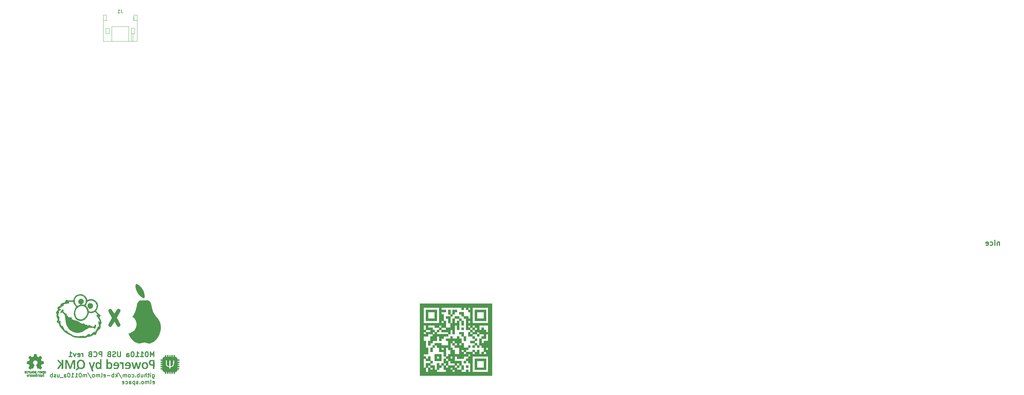
<source format=gbo>
G04 #@! TF.GenerationSoftware,KiCad,Pcbnew,5.1.6-c6e7f7d~87~ubuntu18.04.1*
G04 #@! TF.CreationDate,2020-08-05T12:54:26+02:00*
G04 #@! TF.ProjectId,m0110a_qmk,6d303131-3061-45f7-916d-6b2e6b696361,rev?*
G04 #@! TF.SameCoordinates,Original*
G04 #@! TF.FileFunction,Legend,Bot*
G04 #@! TF.FilePolarity,Positive*
%FSLAX46Y46*%
G04 Gerber Fmt 4.6, Leading zero omitted, Abs format (unit mm)*
G04 Created by KiCad (PCBNEW 5.1.6-c6e7f7d~87~ubuntu18.04.1) date 2020-08-05 12:54:26*
%MOMM*%
%LPD*%
G01*
G04 APERTURE LIST*
%ADD10C,0.250000*%
%ADD11C,0.300000*%
%ADD12C,0.120000*%
%ADD13C,0.010000*%
%ADD14C,0.150000*%
%ADD15O,1.302000X1.852000*%
%ADD16C,1.602000*%
%ADD17C,1.702000*%
%ADD18C,2.352000*%
%ADD19O,1.802000X1.802000*%
%ADD20R,1.802000X1.802000*%
%ADD21C,2.102000*%
%ADD22O,1.702000X1.702000*%
%ADD23R,1.702000X1.702000*%
%ADD24C,1.902000*%
%ADD25R,1.902000X1.902000*%
G04 APERTURE END LIST*
D10*
X120703500Y-175247857D02*
X120703500Y-176219285D01*
X120760642Y-176333571D01*
X120817785Y-176390714D01*
X120932071Y-176447857D01*
X121103500Y-176447857D01*
X121217785Y-176390714D01*
X120703500Y-175990714D02*
X120817785Y-176047857D01*
X121046357Y-176047857D01*
X121160642Y-175990714D01*
X121217785Y-175933571D01*
X121274928Y-175819285D01*
X121274928Y-175476428D01*
X121217785Y-175362142D01*
X121160642Y-175305000D01*
X121046357Y-175247857D01*
X120817785Y-175247857D01*
X120703500Y-175305000D01*
X120132071Y-176047857D02*
X120132071Y-175247857D01*
X120132071Y-174847857D02*
X120189214Y-174905000D01*
X120132071Y-174962142D01*
X120074928Y-174905000D01*
X120132071Y-174847857D01*
X120132071Y-174962142D01*
X119732071Y-175247857D02*
X119274928Y-175247857D01*
X119560642Y-174847857D02*
X119560642Y-175876428D01*
X119503500Y-175990714D01*
X119389214Y-176047857D01*
X119274928Y-176047857D01*
X118874928Y-176047857D02*
X118874928Y-174847857D01*
X118360642Y-176047857D02*
X118360642Y-175419285D01*
X118417785Y-175305000D01*
X118532071Y-175247857D01*
X118703500Y-175247857D01*
X118817785Y-175305000D01*
X118874928Y-175362142D01*
X117274928Y-175247857D02*
X117274928Y-176047857D01*
X117789214Y-175247857D02*
X117789214Y-175876428D01*
X117732071Y-175990714D01*
X117617785Y-176047857D01*
X117446357Y-176047857D01*
X117332071Y-175990714D01*
X117274928Y-175933571D01*
X116703500Y-176047857D02*
X116703500Y-174847857D01*
X116703500Y-175305000D02*
X116589214Y-175247857D01*
X116360642Y-175247857D01*
X116246357Y-175305000D01*
X116189214Y-175362142D01*
X116132071Y-175476428D01*
X116132071Y-175819285D01*
X116189214Y-175933571D01*
X116246357Y-175990714D01*
X116360642Y-176047857D01*
X116589214Y-176047857D01*
X116703500Y-175990714D01*
X115617785Y-175933571D02*
X115560642Y-175990714D01*
X115617785Y-176047857D01*
X115674928Y-175990714D01*
X115617785Y-175933571D01*
X115617785Y-176047857D01*
X114532071Y-175990714D02*
X114646357Y-176047857D01*
X114874928Y-176047857D01*
X114989214Y-175990714D01*
X115046357Y-175933571D01*
X115103500Y-175819285D01*
X115103500Y-175476428D01*
X115046357Y-175362142D01*
X114989214Y-175305000D01*
X114874928Y-175247857D01*
X114646357Y-175247857D01*
X114532071Y-175305000D01*
X113846357Y-176047857D02*
X113960642Y-175990714D01*
X114017785Y-175933571D01*
X114074928Y-175819285D01*
X114074928Y-175476428D01*
X114017785Y-175362142D01*
X113960642Y-175305000D01*
X113846357Y-175247857D01*
X113674928Y-175247857D01*
X113560642Y-175305000D01*
X113503500Y-175362142D01*
X113446357Y-175476428D01*
X113446357Y-175819285D01*
X113503500Y-175933571D01*
X113560642Y-175990714D01*
X113674928Y-176047857D01*
X113846357Y-176047857D01*
X112932071Y-176047857D02*
X112932071Y-175247857D01*
X112932071Y-175362142D02*
X112874928Y-175305000D01*
X112760642Y-175247857D01*
X112589214Y-175247857D01*
X112474928Y-175305000D01*
X112417785Y-175419285D01*
X112417785Y-176047857D01*
X112417785Y-175419285D02*
X112360642Y-175305000D01*
X112246357Y-175247857D01*
X112074928Y-175247857D01*
X111960642Y-175305000D01*
X111903500Y-175419285D01*
X111903500Y-176047857D01*
X110474928Y-174790714D02*
X111503500Y-176333571D01*
X110074928Y-176047857D02*
X110074928Y-174847857D01*
X109960642Y-175590714D02*
X109617785Y-176047857D01*
X109617785Y-175247857D02*
X110074928Y-175705000D01*
X109103500Y-176047857D02*
X109103500Y-174847857D01*
X109103500Y-175305000D02*
X108989214Y-175247857D01*
X108760642Y-175247857D01*
X108646357Y-175305000D01*
X108589214Y-175362142D01*
X108532071Y-175476428D01*
X108532071Y-175819285D01*
X108589214Y-175933571D01*
X108646357Y-175990714D01*
X108760642Y-176047857D01*
X108989214Y-176047857D01*
X109103500Y-175990714D01*
X108017785Y-175590714D02*
X107103500Y-175590714D01*
X106074928Y-175990714D02*
X106189214Y-176047857D01*
X106417785Y-176047857D01*
X106532071Y-175990714D01*
X106589214Y-175876428D01*
X106589214Y-175419285D01*
X106532071Y-175305000D01*
X106417785Y-175247857D01*
X106189214Y-175247857D01*
X106074928Y-175305000D01*
X106017785Y-175419285D01*
X106017785Y-175533571D01*
X106589214Y-175647857D01*
X105332071Y-176047857D02*
X105446357Y-175990714D01*
X105503499Y-175876428D01*
X105503499Y-174847857D01*
X104874928Y-176047857D02*
X104874928Y-175247857D01*
X104874928Y-175362142D02*
X104817785Y-175305000D01*
X104703499Y-175247857D01*
X104532071Y-175247857D01*
X104417785Y-175305000D01*
X104360642Y-175419285D01*
X104360642Y-176047857D01*
X104360642Y-175419285D02*
X104303499Y-175305000D01*
X104189214Y-175247857D01*
X104017785Y-175247857D01*
X103903499Y-175305000D01*
X103846357Y-175419285D01*
X103846357Y-176047857D01*
X103103499Y-176047857D02*
X103217785Y-175990714D01*
X103274928Y-175933571D01*
X103332071Y-175819285D01*
X103332071Y-175476428D01*
X103274928Y-175362142D01*
X103217785Y-175305000D01*
X103103499Y-175247857D01*
X102932071Y-175247857D01*
X102817785Y-175305000D01*
X102760642Y-175362142D01*
X102703499Y-175476428D01*
X102703499Y-175819285D01*
X102760642Y-175933571D01*
X102817785Y-175990714D01*
X102932071Y-176047857D01*
X103103499Y-176047857D01*
X101332071Y-174790714D02*
X102360642Y-176333571D01*
X100932071Y-176047857D02*
X100932071Y-175247857D01*
X100932071Y-175362142D02*
X100874928Y-175305000D01*
X100760642Y-175247857D01*
X100589214Y-175247857D01*
X100474928Y-175305000D01*
X100417785Y-175419285D01*
X100417785Y-176047857D01*
X100417785Y-175419285D02*
X100360642Y-175305000D01*
X100246357Y-175247857D01*
X100074928Y-175247857D01*
X99960642Y-175305000D01*
X99903499Y-175419285D01*
X99903499Y-176047857D01*
X99103499Y-174847857D02*
X98989214Y-174847857D01*
X98874928Y-174905000D01*
X98817785Y-174962142D01*
X98760642Y-175076428D01*
X98703499Y-175305000D01*
X98703499Y-175590714D01*
X98760642Y-175819285D01*
X98817785Y-175933571D01*
X98874928Y-175990714D01*
X98989214Y-176047857D01*
X99103499Y-176047857D01*
X99217785Y-175990714D01*
X99274928Y-175933571D01*
X99332071Y-175819285D01*
X99389214Y-175590714D01*
X99389214Y-175305000D01*
X99332071Y-175076428D01*
X99274928Y-174962142D01*
X99217785Y-174905000D01*
X99103499Y-174847857D01*
X97560642Y-176047857D02*
X98246357Y-176047857D01*
X97903500Y-176047857D02*
X97903500Y-174847857D01*
X98017785Y-175019285D01*
X98132071Y-175133571D01*
X98246357Y-175190714D01*
X96417785Y-176047857D02*
X97103500Y-176047857D01*
X96760642Y-176047857D02*
X96760642Y-174847857D01*
X96874928Y-175019285D01*
X96989214Y-175133571D01*
X97103500Y-175190714D01*
X95674928Y-174847857D02*
X95560642Y-174847857D01*
X95446357Y-174905000D01*
X95389214Y-174962142D01*
X95332071Y-175076428D01*
X95274928Y-175305000D01*
X95274928Y-175590714D01*
X95332071Y-175819285D01*
X95389214Y-175933571D01*
X95446357Y-175990714D01*
X95560642Y-176047857D01*
X95674928Y-176047857D01*
X95789214Y-175990714D01*
X95846357Y-175933571D01*
X95903500Y-175819285D01*
X95960642Y-175590714D01*
X95960642Y-175305000D01*
X95903500Y-175076428D01*
X95846357Y-174962142D01*
X95789214Y-174905000D01*
X95674928Y-174847857D01*
X94246357Y-176047857D02*
X94246357Y-175419285D01*
X94303500Y-175305000D01*
X94417785Y-175247857D01*
X94646357Y-175247857D01*
X94760642Y-175305000D01*
X94246357Y-175990714D02*
X94360642Y-176047857D01*
X94646357Y-176047857D01*
X94760642Y-175990714D01*
X94817785Y-175876428D01*
X94817785Y-175762142D01*
X94760642Y-175647857D01*
X94646357Y-175590714D01*
X94360642Y-175590714D01*
X94246357Y-175533571D01*
X93960642Y-176162142D02*
X93046357Y-176162142D01*
X92246357Y-175247857D02*
X92246357Y-176047857D01*
X92760642Y-175247857D02*
X92760642Y-175876428D01*
X92703500Y-175990714D01*
X92589214Y-176047857D01*
X92417785Y-176047857D01*
X92303500Y-175990714D01*
X92246357Y-175933571D01*
X91732071Y-175990714D02*
X91617785Y-176047857D01*
X91389214Y-176047857D01*
X91274928Y-175990714D01*
X91217785Y-175876428D01*
X91217785Y-175819285D01*
X91274928Y-175705000D01*
X91389214Y-175647857D01*
X91560642Y-175647857D01*
X91674928Y-175590714D01*
X91732071Y-175476428D01*
X91732071Y-175419285D01*
X91674928Y-175305000D01*
X91560642Y-175247857D01*
X91389214Y-175247857D01*
X91274928Y-175305000D01*
X90703500Y-176047857D02*
X90703500Y-174847857D01*
X90703500Y-175305000D02*
X90589214Y-175247857D01*
X90360642Y-175247857D01*
X90246357Y-175305000D01*
X90189214Y-175362142D01*
X90132071Y-175476428D01*
X90132071Y-175819285D01*
X90189214Y-175933571D01*
X90246357Y-175990714D01*
X90360642Y-176047857D01*
X90589214Y-176047857D01*
X90703500Y-175990714D01*
X120760642Y-178040714D02*
X120874928Y-178097857D01*
X121103500Y-178097857D01*
X121217785Y-178040714D01*
X121274928Y-177926428D01*
X121274928Y-177469285D01*
X121217785Y-177355000D01*
X121103500Y-177297857D01*
X120874928Y-177297857D01*
X120760642Y-177355000D01*
X120703500Y-177469285D01*
X120703500Y-177583571D01*
X121274928Y-177697857D01*
X120017785Y-178097857D02*
X120132071Y-178040714D01*
X120189214Y-177926428D01*
X120189214Y-176897857D01*
X119560642Y-178097857D02*
X119560642Y-177297857D01*
X119560642Y-177412142D02*
X119503500Y-177355000D01*
X119389214Y-177297857D01*
X119217785Y-177297857D01*
X119103500Y-177355000D01*
X119046357Y-177469285D01*
X119046357Y-178097857D01*
X119046357Y-177469285D02*
X118989214Y-177355000D01*
X118874928Y-177297857D01*
X118703500Y-177297857D01*
X118589214Y-177355000D01*
X118532071Y-177469285D01*
X118532071Y-178097857D01*
X117789214Y-178097857D02*
X117903500Y-178040714D01*
X117960642Y-177983571D01*
X118017785Y-177869285D01*
X118017785Y-177526428D01*
X117960642Y-177412142D01*
X117903500Y-177355000D01*
X117789214Y-177297857D01*
X117617785Y-177297857D01*
X117503500Y-177355000D01*
X117446357Y-177412142D01*
X117389214Y-177526428D01*
X117389214Y-177869285D01*
X117446357Y-177983571D01*
X117503500Y-178040714D01*
X117617785Y-178097857D01*
X117789214Y-178097857D01*
X116874928Y-177983571D02*
X116817785Y-178040714D01*
X116874928Y-178097857D01*
X116932071Y-178040714D01*
X116874928Y-177983571D01*
X116874928Y-178097857D01*
X116360642Y-178040714D02*
X116246357Y-178097857D01*
X116017785Y-178097857D01*
X115903500Y-178040714D01*
X115846357Y-177926428D01*
X115846357Y-177869285D01*
X115903500Y-177755000D01*
X116017785Y-177697857D01*
X116189214Y-177697857D01*
X116303500Y-177640714D01*
X116360642Y-177526428D01*
X116360642Y-177469285D01*
X116303500Y-177355000D01*
X116189214Y-177297857D01*
X116017785Y-177297857D01*
X115903500Y-177355000D01*
X115332071Y-177297857D02*
X115332071Y-178497857D01*
X115332071Y-177355000D02*
X115217785Y-177297857D01*
X114989214Y-177297857D01*
X114874928Y-177355000D01*
X114817785Y-177412142D01*
X114760642Y-177526428D01*
X114760642Y-177869285D01*
X114817785Y-177983571D01*
X114874928Y-178040714D01*
X114989214Y-178097857D01*
X115217785Y-178097857D01*
X115332071Y-178040714D01*
X113732071Y-178097857D02*
X113732071Y-177469285D01*
X113789214Y-177355000D01*
X113903500Y-177297857D01*
X114132071Y-177297857D01*
X114246357Y-177355000D01*
X113732071Y-178040714D02*
X113846357Y-178097857D01*
X114132071Y-178097857D01*
X114246357Y-178040714D01*
X114303500Y-177926428D01*
X114303500Y-177812142D01*
X114246357Y-177697857D01*
X114132071Y-177640714D01*
X113846357Y-177640714D01*
X113732071Y-177583571D01*
X112646357Y-178040714D02*
X112760642Y-178097857D01*
X112989214Y-178097857D01*
X113103500Y-178040714D01*
X113160642Y-177983571D01*
X113217785Y-177869285D01*
X113217785Y-177526428D01*
X113160642Y-177412142D01*
X113103500Y-177355000D01*
X112989214Y-177297857D01*
X112760642Y-177297857D01*
X112646357Y-177355000D01*
X111674928Y-178040714D02*
X111789214Y-178097857D01*
X112017785Y-178097857D01*
X112132071Y-178040714D01*
X112189214Y-177926428D01*
X112189214Y-177469285D01*
X112132071Y-177355000D01*
X112017785Y-177297857D01*
X111789214Y-177297857D01*
X111674928Y-177355000D01*
X111617785Y-177469285D01*
X111617785Y-177583571D01*
X112189214Y-177697857D01*
D11*
X374328285Y-135568571D02*
X374328285Y-136568571D01*
X374328285Y-135711428D02*
X374256857Y-135640000D01*
X374114000Y-135568571D01*
X373899714Y-135568571D01*
X373756857Y-135640000D01*
X373685428Y-135782857D01*
X373685428Y-136568571D01*
X372971142Y-136568571D02*
X372971142Y-135568571D01*
X372971142Y-135068571D02*
X373042571Y-135140000D01*
X372971142Y-135211428D01*
X372899714Y-135140000D01*
X372971142Y-135068571D01*
X372971142Y-135211428D01*
X371614000Y-136497142D02*
X371756857Y-136568571D01*
X372042571Y-136568571D01*
X372185428Y-136497142D01*
X372256857Y-136425714D01*
X372328285Y-136282857D01*
X372328285Y-135854285D01*
X372256857Y-135711428D01*
X372185428Y-135640000D01*
X372042571Y-135568571D01*
X371756857Y-135568571D01*
X371614000Y-135640000D01*
X370399714Y-136497142D02*
X370542571Y-136568571D01*
X370828285Y-136568571D01*
X370971142Y-136497142D01*
X371042571Y-136354285D01*
X371042571Y-135782857D01*
X370971142Y-135640000D01*
X370828285Y-135568571D01*
X370542571Y-135568571D01*
X370399714Y-135640000D01*
X370328285Y-135782857D01*
X370328285Y-135925714D01*
X371042571Y-136068571D01*
X121100857Y-169969571D02*
X121100857Y-168469571D01*
X120600857Y-169541000D01*
X120100857Y-168469571D01*
X120100857Y-169969571D01*
X119100857Y-168469571D02*
X118958000Y-168469571D01*
X118815142Y-168541000D01*
X118743714Y-168612428D01*
X118672285Y-168755285D01*
X118600857Y-169041000D01*
X118600857Y-169398142D01*
X118672285Y-169683857D01*
X118743714Y-169826714D01*
X118815142Y-169898142D01*
X118958000Y-169969571D01*
X119100857Y-169969571D01*
X119243714Y-169898142D01*
X119315142Y-169826714D01*
X119386571Y-169683857D01*
X119458000Y-169398142D01*
X119458000Y-169041000D01*
X119386571Y-168755285D01*
X119315142Y-168612428D01*
X119243714Y-168541000D01*
X119100857Y-168469571D01*
X117172285Y-169969571D02*
X118029428Y-169969571D01*
X117600857Y-169969571D02*
X117600857Y-168469571D01*
X117743714Y-168683857D01*
X117886571Y-168826714D01*
X118029428Y-168898142D01*
X115743714Y-169969571D02*
X116600857Y-169969571D01*
X116172285Y-169969571D02*
X116172285Y-168469571D01*
X116315142Y-168683857D01*
X116458000Y-168826714D01*
X116600857Y-168898142D01*
X114815142Y-168469571D02*
X114672285Y-168469571D01*
X114529428Y-168541000D01*
X114458000Y-168612428D01*
X114386571Y-168755285D01*
X114315142Y-169041000D01*
X114315142Y-169398142D01*
X114386571Y-169683857D01*
X114458000Y-169826714D01*
X114529428Y-169898142D01*
X114672285Y-169969571D01*
X114815142Y-169969571D01*
X114958000Y-169898142D01*
X115029428Y-169826714D01*
X115100857Y-169683857D01*
X115172285Y-169398142D01*
X115172285Y-169041000D01*
X115100857Y-168755285D01*
X115029428Y-168612428D01*
X114958000Y-168541000D01*
X114815142Y-168469571D01*
X113029428Y-169969571D02*
X113029428Y-169183857D01*
X113100857Y-169041000D01*
X113243714Y-168969571D01*
X113529428Y-168969571D01*
X113672285Y-169041000D01*
X113029428Y-169898142D02*
X113172285Y-169969571D01*
X113529428Y-169969571D01*
X113672285Y-169898142D01*
X113743714Y-169755285D01*
X113743714Y-169612428D01*
X113672285Y-169469571D01*
X113529428Y-169398142D01*
X113172285Y-169398142D01*
X113029428Y-169326714D01*
X111172285Y-168469571D02*
X111172285Y-169683857D01*
X111100857Y-169826714D01*
X111029428Y-169898142D01*
X110886571Y-169969571D01*
X110600857Y-169969571D01*
X110458000Y-169898142D01*
X110386571Y-169826714D01*
X110315142Y-169683857D01*
X110315142Y-168469571D01*
X109672285Y-169898142D02*
X109458000Y-169969571D01*
X109100857Y-169969571D01*
X108958000Y-169898142D01*
X108886571Y-169826714D01*
X108815142Y-169683857D01*
X108815142Y-169541000D01*
X108886571Y-169398142D01*
X108958000Y-169326714D01*
X109100857Y-169255285D01*
X109386571Y-169183857D01*
X109529428Y-169112428D01*
X109600857Y-169041000D01*
X109672285Y-168898142D01*
X109672285Y-168755285D01*
X109600857Y-168612428D01*
X109529428Y-168541000D01*
X109386571Y-168469571D01*
X109029428Y-168469571D01*
X108815142Y-168541000D01*
X107672285Y-169183857D02*
X107458000Y-169255285D01*
X107386571Y-169326714D01*
X107315142Y-169469571D01*
X107315142Y-169683857D01*
X107386571Y-169826714D01*
X107458000Y-169898142D01*
X107600857Y-169969571D01*
X108172285Y-169969571D01*
X108172285Y-168469571D01*
X107672285Y-168469571D01*
X107529428Y-168541000D01*
X107458000Y-168612428D01*
X107386571Y-168755285D01*
X107386571Y-168898142D01*
X107458000Y-169041000D01*
X107529428Y-169112428D01*
X107672285Y-169183857D01*
X108172285Y-169183857D01*
X105529428Y-169969571D02*
X105529428Y-168469571D01*
X104958000Y-168469571D01*
X104815142Y-168541000D01*
X104743714Y-168612428D01*
X104672285Y-168755285D01*
X104672285Y-168969571D01*
X104743714Y-169112428D01*
X104815142Y-169183857D01*
X104958000Y-169255285D01*
X105529428Y-169255285D01*
X103172285Y-169826714D02*
X103243714Y-169898142D01*
X103458000Y-169969571D01*
X103600857Y-169969571D01*
X103815142Y-169898142D01*
X103958000Y-169755285D01*
X104029428Y-169612428D01*
X104100857Y-169326714D01*
X104100857Y-169112428D01*
X104029428Y-168826714D01*
X103958000Y-168683857D01*
X103815142Y-168541000D01*
X103600857Y-168469571D01*
X103458000Y-168469571D01*
X103243714Y-168541000D01*
X103172285Y-168612428D01*
X102029428Y-169183857D02*
X101815142Y-169255285D01*
X101743714Y-169326714D01*
X101672285Y-169469571D01*
X101672285Y-169683857D01*
X101743714Y-169826714D01*
X101815142Y-169898142D01*
X101958000Y-169969571D01*
X102529428Y-169969571D01*
X102529428Y-168469571D01*
X102029428Y-168469571D01*
X101886571Y-168541000D01*
X101815142Y-168612428D01*
X101743714Y-168755285D01*
X101743714Y-168898142D01*
X101815142Y-169041000D01*
X101886571Y-169112428D01*
X102029428Y-169183857D01*
X102529428Y-169183857D01*
X99886571Y-169969571D02*
X99886571Y-168969571D01*
X99886571Y-169255285D02*
X99815142Y-169112428D01*
X99743714Y-169041000D01*
X99600857Y-168969571D01*
X99458000Y-168969571D01*
X98386571Y-169898142D02*
X98529428Y-169969571D01*
X98815142Y-169969571D01*
X98958000Y-169898142D01*
X99029428Y-169755285D01*
X99029428Y-169183857D01*
X98958000Y-169041000D01*
X98815142Y-168969571D01*
X98529428Y-168969571D01*
X98386571Y-169041000D01*
X98315142Y-169183857D01*
X98315142Y-169326714D01*
X99029428Y-169469571D01*
X97815142Y-168969571D02*
X97458000Y-169969571D01*
X97100857Y-168969571D01*
X95743714Y-169969571D02*
X96600857Y-169969571D01*
X96172285Y-169969571D02*
X96172285Y-168469571D01*
X96315142Y-168683857D01*
X96458000Y-168826714D01*
X96600857Y-168898142D01*
D12*
G04 #@! TO.C,J1*
X114906000Y-69101000D02*
X115186000Y-69101000D01*
X115186000Y-69101000D02*
X115186000Y-67501000D01*
X115186000Y-67501000D02*
X116106000Y-67501000D01*
X116106000Y-67501000D02*
X116106000Y-75321000D01*
X116106000Y-75321000D02*
X105986000Y-75321000D01*
X105986000Y-75321000D02*
X105986000Y-67501000D01*
X105986000Y-67501000D02*
X106906000Y-67501000D01*
X106906000Y-67501000D02*
X106906000Y-69101000D01*
X106906000Y-69101000D02*
X107186000Y-69101000D01*
X113546000Y-75321000D02*
X113546000Y-70961000D01*
X113546000Y-70961000D02*
X108546000Y-70961000D01*
X108546000Y-70961000D02*
X108546000Y-75321000D01*
X116106000Y-69101000D02*
X115186000Y-69101000D01*
X105986000Y-69101000D02*
X106906000Y-69101000D01*
X115346000Y-71461000D02*
X115346000Y-73061000D01*
X115346000Y-73061000D02*
X114346000Y-73061000D01*
X114346000Y-73061000D02*
X114346000Y-71461000D01*
X114346000Y-71461000D02*
X115346000Y-71461000D01*
X106746000Y-71461000D02*
X106746000Y-73061000D01*
X106746000Y-73061000D02*
X107746000Y-73061000D01*
X107746000Y-73061000D02*
X107746000Y-71461000D01*
X107746000Y-71461000D02*
X106746000Y-71461000D01*
X114346000Y-73061000D02*
X114346000Y-75321000D01*
X114846000Y-73061000D02*
X114846000Y-75321000D01*
X114906000Y-69101000D02*
X114906000Y-67886000D01*
D13*
G04 #@! TO.C,G\u002A\u002A\u002A*
G36*
X200787000Y-175641000D02*
G01*
X222377000Y-175641000D01*
X222377000Y-169862500D01*
X221234000Y-169862500D01*
X221234000Y-174529750D01*
X216566750Y-174529750D01*
X216566750Y-171862750D01*
X215900000Y-171862750D01*
X215900000Y-174529750D01*
X215233250Y-174529750D01*
X215233250Y-173863000D01*
X214566500Y-173863000D01*
X214566500Y-174529750D01*
X213233000Y-174529750D01*
X213233000Y-173863000D01*
X211899500Y-173863000D01*
X211232750Y-173863000D01*
X211232750Y-174529750D01*
X210566000Y-174529750D01*
X210566000Y-173863000D01*
X211232750Y-173863000D01*
X211899500Y-173863000D01*
X211899500Y-173196250D01*
X211232750Y-173196250D01*
X210566000Y-173196250D01*
X210566000Y-173863000D01*
X209899250Y-173863000D01*
X209899250Y-173196250D01*
X210566000Y-173196250D01*
X211232750Y-173196250D01*
X211232750Y-172529500D01*
X211899500Y-172529500D01*
X211899500Y-171862750D01*
X212566250Y-171862750D01*
X212566250Y-172529500D01*
X213233000Y-172529500D01*
X213233000Y-171196000D01*
X211232750Y-171196000D01*
X211232750Y-169862500D01*
X210566000Y-169862500D01*
X210566000Y-170529250D01*
X209899250Y-170529250D01*
X209899250Y-169862500D01*
X210566000Y-169862500D01*
X211232750Y-169862500D01*
X211899500Y-169862500D01*
X211899500Y-170529250D01*
X213899750Y-170529250D01*
X213899750Y-169862500D01*
X215233250Y-169862500D01*
X215233250Y-170529250D01*
X214566500Y-170529250D01*
X214566500Y-171196000D01*
X215233250Y-171196000D01*
X215233250Y-171862750D01*
X215900000Y-171862750D01*
X216566750Y-171862750D01*
X216566750Y-169862500D01*
X221234000Y-169862500D01*
X222377000Y-169862500D01*
X222377000Y-168529000D01*
X220567250Y-168529000D01*
X220567250Y-169195750D01*
X219900500Y-169195750D01*
X219900500Y-168529000D01*
X220567250Y-168529000D01*
X222377000Y-168529000D01*
X222377000Y-167195500D01*
X221234000Y-167195500D01*
X221234000Y-167862250D01*
X220567250Y-167862250D01*
X220567250Y-167195500D01*
X221234000Y-167195500D01*
X222377000Y-167195500D01*
X222377000Y-163195000D01*
X221234000Y-163195000D01*
X221234000Y-165195250D01*
X219900500Y-165195250D01*
X219900500Y-165862000D01*
X219233750Y-165862000D01*
X219233750Y-164528500D01*
X220567250Y-164528500D01*
X220567250Y-163195000D01*
X219900500Y-163195000D01*
X219900500Y-163861750D01*
X219233750Y-163861750D01*
X219233750Y-164528500D01*
X218567000Y-164528500D01*
X218567000Y-166528750D01*
X219233750Y-166528750D01*
X219233750Y-167195500D01*
X219900500Y-167195500D01*
X219900500Y-168529000D01*
X219233750Y-168529000D01*
X219233750Y-169195750D01*
X218567000Y-169195750D01*
X218567000Y-167862250D01*
X217900250Y-167862250D01*
X217900250Y-168529000D01*
X217233500Y-168529000D01*
X217233500Y-169195750D01*
X216566750Y-169195750D01*
X215900000Y-169195750D01*
X215900000Y-169862500D01*
X215233250Y-169862500D01*
X215233250Y-169195750D01*
X215900000Y-169195750D01*
X216566750Y-169195750D01*
X216566750Y-168529000D01*
X214566500Y-168529000D01*
X214566500Y-169195750D01*
X213899750Y-169195750D01*
X213899750Y-168529000D01*
X214566500Y-168529000D01*
X214566500Y-167862250D01*
X213899750Y-167862250D01*
X213899750Y-168529000D01*
X213233000Y-168529000D01*
X213233000Y-167862250D01*
X213899750Y-167862250D01*
X214566500Y-167862250D01*
X215233250Y-167862250D01*
X215233250Y-167195500D01*
X213899750Y-167195500D01*
X212566250Y-167195500D01*
X212566250Y-169195750D01*
X211232750Y-169195750D01*
X211232750Y-167862250D01*
X210566000Y-167862250D01*
X209899250Y-167862250D01*
X209899250Y-169195750D01*
X209232500Y-169195750D01*
X209232500Y-169862500D01*
X208565750Y-169862500D01*
X208565750Y-167195500D01*
X207899000Y-167195500D01*
X207899000Y-167862250D01*
X207232250Y-167862250D01*
X207232250Y-167195500D01*
X207899000Y-167195500D01*
X208565750Y-167195500D01*
X209232500Y-167195500D01*
X209232500Y-167862250D01*
X209899250Y-167862250D01*
X210566000Y-167862250D01*
X210566000Y-167195500D01*
X209899250Y-167195500D01*
X209899250Y-165862000D01*
X210566000Y-165862000D01*
X210566000Y-165195250D01*
X211232750Y-165195250D01*
X211232750Y-165862000D01*
X211899500Y-165862000D01*
X211899500Y-166528750D01*
X211232750Y-166528750D01*
X211232750Y-167195500D01*
X212566250Y-167195500D01*
X213899750Y-167195500D01*
X213899750Y-165862000D01*
X213233000Y-165862000D01*
X213233000Y-166528750D01*
X212566250Y-166528750D01*
X212566250Y-165862000D01*
X213233000Y-165862000D01*
X213233000Y-164528500D01*
X212566250Y-164528500D01*
X212566250Y-163861750D01*
X211899500Y-163861750D01*
X211899500Y-164528500D01*
X210566000Y-164528500D01*
X210566000Y-163861750D01*
X209899250Y-163861750D01*
X209899250Y-164528500D01*
X208565750Y-164528500D01*
X208565750Y-165195250D01*
X209232500Y-165195250D01*
X209232500Y-166528750D01*
X207232250Y-166528750D01*
X207232250Y-165862000D01*
X205232000Y-165862000D01*
X205232000Y-166528750D01*
X205898750Y-166528750D01*
X205898750Y-167195500D01*
X206565500Y-167195500D01*
X206565500Y-168529000D01*
X207899000Y-168529000D01*
X207899000Y-169862500D01*
X208565750Y-169862500D01*
X208565750Y-170529250D01*
X209232500Y-170529250D01*
X209232500Y-171196000D01*
X209899250Y-171196000D01*
X209899250Y-171862750D01*
X211232750Y-171862750D01*
X211232750Y-172529500D01*
X209232500Y-172529500D01*
X209232500Y-173196250D01*
X208565750Y-173196250D01*
X208565750Y-172529500D01*
X207899000Y-172529500D01*
X207899000Y-173863000D01*
X208565750Y-173863000D01*
X208565750Y-174529750D01*
X205898750Y-174529750D01*
X205898750Y-173863000D01*
X205232000Y-173863000D01*
X205232000Y-173196250D01*
X204565250Y-173196250D01*
X204565250Y-173863000D01*
X203898500Y-173863000D01*
X203898500Y-173196250D01*
X204565250Y-173196250D01*
X205232000Y-173196250D01*
X205232000Y-172529500D01*
X203898500Y-172529500D01*
X203898500Y-173196250D01*
X203231750Y-173196250D01*
X203231750Y-174529750D01*
X202565000Y-174529750D01*
X202565000Y-173196250D01*
X201898250Y-173196250D01*
X201898250Y-170529250D01*
X202565000Y-170529250D01*
X202565000Y-169862500D01*
X201898250Y-169862500D01*
X201898250Y-169195750D01*
X203231750Y-169195750D01*
X203231750Y-167195500D01*
X202565000Y-167195500D01*
X202565000Y-165195250D01*
X201898250Y-165195250D01*
X201898250Y-163861750D01*
X203231750Y-163861750D01*
X203231750Y-163195000D01*
X202565000Y-163195000D01*
X201898250Y-163195000D01*
X201898250Y-162528250D01*
X202565000Y-162528250D01*
X202565000Y-163195000D01*
X203231750Y-163195000D01*
X204565250Y-163195000D01*
X204565250Y-162528250D01*
X205232000Y-162528250D01*
X205232000Y-161861500D01*
X204565250Y-161861500D01*
X203898500Y-161861500D01*
X203898500Y-162528250D01*
X202565000Y-162528250D01*
X202565000Y-161861500D01*
X203898500Y-161861500D01*
X204565250Y-161861500D01*
X204565250Y-161194750D01*
X203231750Y-161194750D01*
X203231750Y-160528000D01*
X202565000Y-160528000D01*
X202565000Y-161861500D01*
X201898250Y-161861500D01*
X201898250Y-160528000D01*
X202565000Y-160528000D01*
X203231750Y-160528000D01*
X205232000Y-160528000D01*
X205232000Y-161194750D01*
X206565500Y-161194750D01*
X206565500Y-160528000D01*
X207232250Y-160528000D01*
X207232250Y-161194750D01*
X208565750Y-161194750D01*
X208565750Y-159194500D01*
X207899000Y-159194500D01*
X207899000Y-159861250D01*
X207232250Y-159861250D01*
X207232250Y-159194500D01*
X207899000Y-159194500D01*
X207899000Y-157194250D01*
X207232250Y-157194250D01*
X207232250Y-156527500D01*
X208565750Y-156527500D01*
X208565750Y-155860750D01*
X207232250Y-155860750D01*
X207232250Y-155194000D01*
X206565500Y-155194000D01*
X206565500Y-159861250D01*
X201898250Y-159861250D01*
X201898250Y-155194000D01*
X206565500Y-155194000D01*
X207232250Y-155194000D01*
X213233000Y-155194000D01*
X213233000Y-155860750D01*
X213899750Y-155860750D01*
X213899750Y-155194000D01*
X214566500Y-155194000D01*
X214566500Y-155860750D01*
X215233250Y-155860750D01*
X215233250Y-156527500D01*
X215900000Y-156527500D01*
X215900000Y-158527750D01*
X215233250Y-158527750D01*
X215233250Y-157861000D01*
X213899750Y-157861000D01*
X213899750Y-158527750D01*
X214566500Y-158527750D01*
X214566500Y-161861500D01*
X215900000Y-161861500D01*
X215900000Y-161194750D01*
X216566750Y-161194750D01*
X216566750Y-160528000D01*
X215900000Y-160528000D01*
X215900000Y-161194750D01*
X215233250Y-161194750D01*
X215233250Y-160528000D01*
X215900000Y-160528000D01*
X216566750Y-160528000D01*
X217233500Y-160528000D01*
X217233500Y-161194750D01*
X217900250Y-161194750D01*
X217900250Y-161861500D01*
X217233500Y-161861500D01*
X217233500Y-162528250D01*
X216566750Y-162528250D01*
X216566750Y-163195000D01*
X217900250Y-163195000D01*
X217900250Y-162528250D01*
X218567000Y-162528250D01*
X218567000Y-163195000D01*
X219900500Y-163195000D01*
X220567250Y-163195000D01*
X221234000Y-163195000D01*
X222377000Y-163195000D01*
X222377000Y-160528000D01*
X221234000Y-160528000D01*
X221234000Y-162528250D01*
X220567250Y-162528250D01*
X220567250Y-161861500D01*
X219900500Y-161861500D01*
X219900500Y-161194750D01*
X219233750Y-161194750D01*
X219233750Y-161861500D01*
X218567000Y-161861500D01*
X218567000Y-160528000D01*
X221234000Y-160528000D01*
X222377000Y-160528000D01*
X222377000Y-155194000D01*
X221234000Y-155194000D01*
X221234000Y-159861250D01*
X216566750Y-159861250D01*
X216566750Y-159194500D01*
X215900000Y-159194500D01*
X215900000Y-159861250D01*
X215233250Y-159861250D01*
X215233250Y-159194500D01*
X215900000Y-159194500D01*
X216566750Y-159194500D01*
X216566750Y-155194000D01*
X215900000Y-155194000D01*
X215900000Y-155860750D01*
X215233250Y-155860750D01*
X215233250Y-155194000D01*
X215900000Y-155194000D01*
X216566750Y-155194000D01*
X221234000Y-155194000D01*
X222377000Y-155194000D01*
X222377000Y-154051000D01*
X200787000Y-154051000D01*
X200787000Y-175641000D01*
G37*
X200787000Y-175641000D02*
X222377000Y-175641000D01*
X222377000Y-169862500D01*
X221234000Y-169862500D01*
X221234000Y-174529750D01*
X216566750Y-174529750D01*
X216566750Y-171862750D01*
X215900000Y-171862750D01*
X215900000Y-174529750D01*
X215233250Y-174529750D01*
X215233250Y-173863000D01*
X214566500Y-173863000D01*
X214566500Y-174529750D01*
X213233000Y-174529750D01*
X213233000Y-173863000D01*
X211899500Y-173863000D01*
X211232750Y-173863000D01*
X211232750Y-174529750D01*
X210566000Y-174529750D01*
X210566000Y-173863000D01*
X211232750Y-173863000D01*
X211899500Y-173863000D01*
X211899500Y-173196250D01*
X211232750Y-173196250D01*
X210566000Y-173196250D01*
X210566000Y-173863000D01*
X209899250Y-173863000D01*
X209899250Y-173196250D01*
X210566000Y-173196250D01*
X211232750Y-173196250D01*
X211232750Y-172529500D01*
X211899500Y-172529500D01*
X211899500Y-171862750D01*
X212566250Y-171862750D01*
X212566250Y-172529500D01*
X213233000Y-172529500D01*
X213233000Y-171196000D01*
X211232750Y-171196000D01*
X211232750Y-169862500D01*
X210566000Y-169862500D01*
X210566000Y-170529250D01*
X209899250Y-170529250D01*
X209899250Y-169862500D01*
X210566000Y-169862500D01*
X211232750Y-169862500D01*
X211899500Y-169862500D01*
X211899500Y-170529250D01*
X213899750Y-170529250D01*
X213899750Y-169862500D01*
X215233250Y-169862500D01*
X215233250Y-170529250D01*
X214566500Y-170529250D01*
X214566500Y-171196000D01*
X215233250Y-171196000D01*
X215233250Y-171862750D01*
X215900000Y-171862750D01*
X216566750Y-171862750D01*
X216566750Y-169862500D01*
X221234000Y-169862500D01*
X222377000Y-169862500D01*
X222377000Y-168529000D01*
X220567250Y-168529000D01*
X220567250Y-169195750D01*
X219900500Y-169195750D01*
X219900500Y-168529000D01*
X220567250Y-168529000D01*
X222377000Y-168529000D01*
X222377000Y-167195500D01*
X221234000Y-167195500D01*
X221234000Y-167862250D01*
X220567250Y-167862250D01*
X220567250Y-167195500D01*
X221234000Y-167195500D01*
X222377000Y-167195500D01*
X222377000Y-163195000D01*
X221234000Y-163195000D01*
X221234000Y-165195250D01*
X219900500Y-165195250D01*
X219900500Y-165862000D01*
X219233750Y-165862000D01*
X219233750Y-164528500D01*
X220567250Y-164528500D01*
X220567250Y-163195000D01*
X219900500Y-163195000D01*
X219900500Y-163861750D01*
X219233750Y-163861750D01*
X219233750Y-164528500D01*
X218567000Y-164528500D01*
X218567000Y-166528750D01*
X219233750Y-166528750D01*
X219233750Y-167195500D01*
X219900500Y-167195500D01*
X219900500Y-168529000D01*
X219233750Y-168529000D01*
X219233750Y-169195750D01*
X218567000Y-169195750D01*
X218567000Y-167862250D01*
X217900250Y-167862250D01*
X217900250Y-168529000D01*
X217233500Y-168529000D01*
X217233500Y-169195750D01*
X216566750Y-169195750D01*
X215900000Y-169195750D01*
X215900000Y-169862500D01*
X215233250Y-169862500D01*
X215233250Y-169195750D01*
X215900000Y-169195750D01*
X216566750Y-169195750D01*
X216566750Y-168529000D01*
X214566500Y-168529000D01*
X214566500Y-169195750D01*
X213899750Y-169195750D01*
X213899750Y-168529000D01*
X214566500Y-168529000D01*
X214566500Y-167862250D01*
X213899750Y-167862250D01*
X213899750Y-168529000D01*
X213233000Y-168529000D01*
X213233000Y-167862250D01*
X213899750Y-167862250D01*
X214566500Y-167862250D01*
X215233250Y-167862250D01*
X215233250Y-167195500D01*
X213899750Y-167195500D01*
X212566250Y-167195500D01*
X212566250Y-169195750D01*
X211232750Y-169195750D01*
X211232750Y-167862250D01*
X210566000Y-167862250D01*
X209899250Y-167862250D01*
X209899250Y-169195750D01*
X209232500Y-169195750D01*
X209232500Y-169862500D01*
X208565750Y-169862500D01*
X208565750Y-167195500D01*
X207899000Y-167195500D01*
X207899000Y-167862250D01*
X207232250Y-167862250D01*
X207232250Y-167195500D01*
X207899000Y-167195500D01*
X208565750Y-167195500D01*
X209232500Y-167195500D01*
X209232500Y-167862250D01*
X209899250Y-167862250D01*
X210566000Y-167862250D01*
X210566000Y-167195500D01*
X209899250Y-167195500D01*
X209899250Y-165862000D01*
X210566000Y-165862000D01*
X210566000Y-165195250D01*
X211232750Y-165195250D01*
X211232750Y-165862000D01*
X211899500Y-165862000D01*
X211899500Y-166528750D01*
X211232750Y-166528750D01*
X211232750Y-167195500D01*
X212566250Y-167195500D01*
X213899750Y-167195500D01*
X213899750Y-165862000D01*
X213233000Y-165862000D01*
X213233000Y-166528750D01*
X212566250Y-166528750D01*
X212566250Y-165862000D01*
X213233000Y-165862000D01*
X213233000Y-164528500D01*
X212566250Y-164528500D01*
X212566250Y-163861750D01*
X211899500Y-163861750D01*
X211899500Y-164528500D01*
X210566000Y-164528500D01*
X210566000Y-163861750D01*
X209899250Y-163861750D01*
X209899250Y-164528500D01*
X208565750Y-164528500D01*
X208565750Y-165195250D01*
X209232500Y-165195250D01*
X209232500Y-166528750D01*
X207232250Y-166528750D01*
X207232250Y-165862000D01*
X205232000Y-165862000D01*
X205232000Y-166528750D01*
X205898750Y-166528750D01*
X205898750Y-167195500D01*
X206565500Y-167195500D01*
X206565500Y-168529000D01*
X207899000Y-168529000D01*
X207899000Y-169862500D01*
X208565750Y-169862500D01*
X208565750Y-170529250D01*
X209232500Y-170529250D01*
X209232500Y-171196000D01*
X209899250Y-171196000D01*
X209899250Y-171862750D01*
X211232750Y-171862750D01*
X211232750Y-172529500D01*
X209232500Y-172529500D01*
X209232500Y-173196250D01*
X208565750Y-173196250D01*
X208565750Y-172529500D01*
X207899000Y-172529500D01*
X207899000Y-173863000D01*
X208565750Y-173863000D01*
X208565750Y-174529750D01*
X205898750Y-174529750D01*
X205898750Y-173863000D01*
X205232000Y-173863000D01*
X205232000Y-173196250D01*
X204565250Y-173196250D01*
X204565250Y-173863000D01*
X203898500Y-173863000D01*
X203898500Y-173196250D01*
X204565250Y-173196250D01*
X205232000Y-173196250D01*
X205232000Y-172529500D01*
X203898500Y-172529500D01*
X203898500Y-173196250D01*
X203231750Y-173196250D01*
X203231750Y-174529750D01*
X202565000Y-174529750D01*
X202565000Y-173196250D01*
X201898250Y-173196250D01*
X201898250Y-170529250D01*
X202565000Y-170529250D01*
X202565000Y-169862500D01*
X201898250Y-169862500D01*
X201898250Y-169195750D01*
X203231750Y-169195750D01*
X203231750Y-167195500D01*
X202565000Y-167195500D01*
X202565000Y-165195250D01*
X201898250Y-165195250D01*
X201898250Y-163861750D01*
X203231750Y-163861750D01*
X203231750Y-163195000D01*
X202565000Y-163195000D01*
X201898250Y-163195000D01*
X201898250Y-162528250D01*
X202565000Y-162528250D01*
X202565000Y-163195000D01*
X203231750Y-163195000D01*
X204565250Y-163195000D01*
X204565250Y-162528250D01*
X205232000Y-162528250D01*
X205232000Y-161861500D01*
X204565250Y-161861500D01*
X203898500Y-161861500D01*
X203898500Y-162528250D01*
X202565000Y-162528250D01*
X202565000Y-161861500D01*
X203898500Y-161861500D01*
X204565250Y-161861500D01*
X204565250Y-161194750D01*
X203231750Y-161194750D01*
X203231750Y-160528000D01*
X202565000Y-160528000D01*
X202565000Y-161861500D01*
X201898250Y-161861500D01*
X201898250Y-160528000D01*
X202565000Y-160528000D01*
X203231750Y-160528000D01*
X205232000Y-160528000D01*
X205232000Y-161194750D01*
X206565500Y-161194750D01*
X206565500Y-160528000D01*
X207232250Y-160528000D01*
X207232250Y-161194750D01*
X208565750Y-161194750D01*
X208565750Y-159194500D01*
X207899000Y-159194500D01*
X207899000Y-159861250D01*
X207232250Y-159861250D01*
X207232250Y-159194500D01*
X207899000Y-159194500D01*
X207899000Y-157194250D01*
X207232250Y-157194250D01*
X207232250Y-156527500D01*
X208565750Y-156527500D01*
X208565750Y-155860750D01*
X207232250Y-155860750D01*
X207232250Y-155194000D01*
X206565500Y-155194000D01*
X206565500Y-159861250D01*
X201898250Y-159861250D01*
X201898250Y-155194000D01*
X206565500Y-155194000D01*
X207232250Y-155194000D01*
X213233000Y-155194000D01*
X213233000Y-155860750D01*
X213899750Y-155860750D01*
X213899750Y-155194000D01*
X214566500Y-155194000D01*
X214566500Y-155860750D01*
X215233250Y-155860750D01*
X215233250Y-156527500D01*
X215900000Y-156527500D01*
X215900000Y-158527750D01*
X215233250Y-158527750D01*
X215233250Y-157861000D01*
X213899750Y-157861000D01*
X213899750Y-158527750D01*
X214566500Y-158527750D01*
X214566500Y-161861500D01*
X215900000Y-161861500D01*
X215900000Y-161194750D01*
X216566750Y-161194750D01*
X216566750Y-160528000D01*
X215900000Y-160528000D01*
X215900000Y-161194750D01*
X215233250Y-161194750D01*
X215233250Y-160528000D01*
X215900000Y-160528000D01*
X216566750Y-160528000D01*
X217233500Y-160528000D01*
X217233500Y-161194750D01*
X217900250Y-161194750D01*
X217900250Y-161861500D01*
X217233500Y-161861500D01*
X217233500Y-162528250D01*
X216566750Y-162528250D01*
X216566750Y-163195000D01*
X217900250Y-163195000D01*
X217900250Y-162528250D01*
X218567000Y-162528250D01*
X218567000Y-163195000D01*
X219900500Y-163195000D01*
X220567250Y-163195000D01*
X221234000Y-163195000D01*
X222377000Y-163195000D01*
X222377000Y-160528000D01*
X221234000Y-160528000D01*
X221234000Y-162528250D01*
X220567250Y-162528250D01*
X220567250Y-161861500D01*
X219900500Y-161861500D01*
X219900500Y-161194750D01*
X219233750Y-161194750D01*
X219233750Y-161861500D01*
X218567000Y-161861500D01*
X218567000Y-160528000D01*
X221234000Y-160528000D01*
X222377000Y-160528000D01*
X222377000Y-155194000D01*
X221234000Y-155194000D01*
X221234000Y-159861250D01*
X216566750Y-159861250D01*
X216566750Y-159194500D01*
X215900000Y-159194500D01*
X215900000Y-159861250D01*
X215233250Y-159861250D01*
X215233250Y-159194500D01*
X215900000Y-159194500D01*
X216566750Y-159194500D01*
X216566750Y-155194000D01*
X215900000Y-155194000D01*
X215900000Y-155860750D01*
X215233250Y-155860750D01*
X215233250Y-155194000D01*
X215900000Y-155194000D01*
X216566750Y-155194000D01*
X221234000Y-155194000D01*
X222377000Y-155194000D01*
X222377000Y-154051000D01*
X200787000Y-154051000D01*
X200787000Y-175641000D01*
G36*
X217233500Y-173863000D02*
G01*
X220567250Y-173863000D01*
X220567250Y-171196000D01*
X219900500Y-171196000D01*
X219900500Y-173196250D01*
X217900250Y-173196250D01*
X217900250Y-171196000D01*
X219900500Y-171196000D01*
X220567250Y-171196000D01*
X220567250Y-170529250D01*
X217233500Y-170529250D01*
X217233500Y-173863000D01*
G37*
X217233500Y-173863000D02*
X220567250Y-173863000D01*
X220567250Y-171196000D01*
X219900500Y-171196000D01*
X219900500Y-173196250D01*
X217900250Y-173196250D01*
X217900250Y-171196000D01*
X219900500Y-171196000D01*
X220567250Y-171196000D01*
X220567250Y-170529250D01*
X217233500Y-170529250D01*
X217233500Y-173863000D01*
G36*
X213233000Y-173863000D02*
G01*
X213899750Y-173863000D01*
X213899750Y-172529500D01*
X213233000Y-172529500D01*
X213233000Y-173863000D01*
G37*
X213233000Y-173863000D02*
X213899750Y-173863000D01*
X213899750Y-172529500D01*
X213233000Y-172529500D01*
X213233000Y-173863000D01*
G36*
X206565500Y-172529500D02*
G01*
X206565500Y-171862750D01*
X205898750Y-171862750D01*
X205898750Y-173863000D01*
X206565500Y-173863000D01*
X206565500Y-173196250D01*
X207232250Y-173196250D01*
X207232250Y-172529500D01*
X206565500Y-172529500D01*
G37*
X206565500Y-172529500D02*
X206565500Y-171862750D01*
X205898750Y-171862750D01*
X205898750Y-173863000D01*
X206565500Y-173863000D01*
X206565500Y-173196250D01*
X207232250Y-173196250D01*
X207232250Y-172529500D01*
X206565500Y-172529500D01*
G36*
X207899000Y-171862750D02*
G01*
X208565750Y-171862750D01*
X208565750Y-172529500D01*
X209232500Y-172529500D01*
X209232500Y-171196000D01*
X208565750Y-171196000D01*
X208565750Y-170529250D01*
X207899000Y-170529250D01*
X207899000Y-171862750D01*
G37*
X207899000Y-171862750D02*
X208565750Y-171862750D01*
X208565750Y-172529500D01*
X209232500Y-172529500D01*
X209232500Y-171196000D01*
X208565750Y-171196000D01*
X208565750Y-170529250D01*
X207899000Y-170529250D01*
X207899000Y-171862750D01*
G36*
X207899000Y-172529500D02*
G01*
X207899000Y-171862750D01*
X207232250Y-171862750D01*
X207232250Y-172529500D01*
X207899000Y-172529500D01*
G37*
X207899000Y-172529500D02*
X207899000Y-171862750D01*
X207232250Y-171862750D01*
X207232250Y-172529500D01*
X207899000Y-172529500D01*
G36*
X214566500Y-173196250D02*
G01*
X215233250Y-173196250D01*
X215233250Y-172529500D01*
X214566500Y-172529500D01*
X214566500Y-173196250D01*
G37*
X214566500Y-173196250D02*
X215233250Y-173196250D01*
X215233250Y-172529500D01*
X214566500Y-172529500D01*
X214566500Y-173196250D01*
G36*
X211899500Y-173196250D02*
G01*
X212566250Y-173196250D01*
X212566250Y-172529500D01*
X211899500Y-172529500D01*
X211899500Y-173196250D01*
G37*
X211899500Y-173196250D02*
X212566250Y-173196250D01*
X212566250Y-172529500D01*
X211899500Y-172529500D01*
X211899500Y-173196250D01*
G36*
X202565000Y-171862750D02*
G01*
X202565000Y-173196250D01*
X203231750Y-173196250D01*
X203231750Y-172529500D01*
X203898500Y-172529500D01*
X203898500Y-171862750D01*
X202565000Y-171862750D01*
G37*
X202565000Y-171862750D02*
X202565000Y-173196250D01*
X203231750Y-173196250D01*
X203231750Y-172529500D01*
X203898500Y-172529500D01*
X203898500Y-171862750D01*
X202565000Y-171862750D01*
G36*
X203898500Y-169862500D02*
G01*
X203231750Y-169862500D01*
X203231750Y-170529250D01*
X202565000Y-170529250D01*
X202565000Y-171196000D01*
X203898500Y-171196000D01*
X203898500Y-169862500D01*
G37*
X203898500Y-169862500D02*
X203231750Y-169862500D01*
X203231750Y-170529250D01*
X202565000Y-170529250D01*
X202565000Y-171196000D01*
X203898500Y-171196000D01*
X203898500Y-169862500D01*
G36*
X204565250Y-171862750D02*
G01*
X204565250Y-171196000D01*
X203898500Y-171196000D01*
X203898500Y-171862750D01*
X204565250Y-171862750D01*
G37*
X204565250Y-171862750D02*
X204565250Y-171196000D01*
X203898500Y-171196000D01*
X203898500Y-171862750D01*
X204565250Y-171862750D01*
G36*
X213899750Y-171862750D02*
G01*
X214566500Y-171862750D01*
X214566500Y-171196000D01*
X213899750Y-171196000D01*
X213899750Y-171862750D01*
G37*
X213899750Y-171862750D02*
X214566500Y-171862750D01*
X214566500Y-171196000D01*
X213899750Y-171196000D01*
X213899750Y-171862750D01*
G36*
X205232000Y-171196000D02*
G01*
X207232250Y-171196000D01*
X207232250Y-169862500D01*
X206565500Y-169862500D01*
X206565500Y-170529250D01*
X205898750Y-170529250D01*
X205898750Y-169862500D01*
X206565500Y-169862500D01*
X207232250Y-169862500D01*
X207232250Y-169195750D01*
X205232000Y-169195750D01*
X205232000Y-171196000D01*
G37*
X205232000Y-171196000D02*
X207232250Y-171196000D01*
X207232250Y-169862500D01*
X206565500Y-169862500D01*
X206565500Y-170529250D01*
X205898750Y-170529250D01*
X205898750Y-169862500D01*
X206565500Y-169862500D01*
X207232250Y-169862500D01*
X207232250Y-169195750D01*
X205232000Y-169195750D01*
X205232000Y-171196000D01*
G36*
X216566750Y-168529000D02*
G01*
X217233500Y-168529000D01*
X217233500Y-167862250D01*
X216566750Y-167862250D01*
X216566750Y-168529000D01*
G37*
X216566750Y-168529000D02*
X217233500Y-168529000D01*
X217233500Y-167862250D01*
X216566750Y-167862250D01*
X216566750Y-168529000D01*
G36*
X203898500Y-167195500D02*
G01*
X203898500Y-168529000D01*
X204565250Y-168529000D01*
X204565250Y-167195500D01*
X203898500Y-167195500D01*
G37*
X203898500Y-167195500D02*
X203898500Y-168529000D01*
X204565250Y-168529000D01*
X204565250Y-167195500D01*
X203898500Y-167195500D01*
G36*
X205232000Y-167195500D02*
G01*
X205232000Y-166528750D01*
X204565250Y-166528750D01*
X204565250Y-167195500D01*
X205232000Y-167195500D01*
G37*
X205232000Y-167195500D02*
X205232000Y-166528750D01*
X204565250Y-166528750D01*
X204565250Y-167195500D01*
X205232000Y-167195500D01*
G36*
X216566750Y-167195500D02*
G01*
X217233500Y-167195500D01*
X217233500Y-166528750D01*
X216566750Y-166528750D01*
X216566750Y-167195500D01*
G37*
X216566750Y-167195500D02*
X217233500Y-167195500D01*
X217233500Y-166528750D01*
X216566750Y-166528750D01*
X216566750Y-167195500D01*
G36*
X217900250Y-167195500D02*
G01*
X218567000Y-167195500D01*
X218567000Y-166528750D01*
X217900250Y-166528750D01*
X217900250Y-167195500D01*
G37*
X217900250Y-167195500D02*
X218567000Y-167195500D01*
X218567000Y-166528750D01*
X217900250Y-166528750D01*
X217900250Y-167195500D01*
G36*
X217233500Y-161861500D02*
G01*
X217233500Y-161194750D01*
X216566750Y-161194750D01*
X216566750Y-161861500D01*
X217233500Y-161861500D01*
G37*
X217233500Y-161861500D02*
X217233500Y-161194750D01*
X216566750Y-161194750D01*
X216566750Y-161861500D01*
X217233500Y-161861500D01*
G36*
X216566750Y-162528250D02*
G01*
X216566750Y-161861500D01*
X215900000Y-161861500D01*
X215900000Y-162528250D01*
X216566750Y-162528250D01*
G37*
X216566750Y-162528250D02*
X216566750Y-161861500D01*
X215900000Y-161861500D01*
X215900000Y-162528250D01*
X216566750Y-162528250D01*
G36*
X216566750Y-163195000D02*
G01*
X215900000Y-163195000D01*
X215900000Y-162528250D01*
X215233250Y-162528250D01*
X215233250Y-163861750D01*
X216566750Y-163861750D01*
X216566750Y-163195000D01*
G37*
X216566750Y-163195000D02*
X215900000Y-163195000D01*
X215900000Y-162528250D01*
X215233250Y-162528250D01*
X215233250Y-163861750D01*
X216566750Y-163861750D01*
X216566750Y-163195000D01*
G36*
X217233500Y-163861750D02*
G01*
X216566750Y-163861750D01*
X216566750Y-164528500D01*
X217233500Y-164528500D01*
X217233500Y-163861750D01*
G37*
X217233500Y-163861750D02*
X216566750Y-163861750D01*
X216566750Y-164528500D01*
X217233500Y-164528500D01*
X217233500Y-163861750D01*
G36*
X217900250Y-165195250D02*
G01*
X217900250Y-164528500D01*
X217233500Y-164528500D01*
X217233500Y-165195250D01*
X217900250Y-165195250D01*
G37*
X217900250Y-165195250D02*
X217900250Y-164528500D01*
X217233500Y-164528500D01*
X217233500Y-165195250D01*
X217900250Y-165195250D01*
G36*
X217233500Y-165195250D02*
G01*
X215900000Y-165195250D01*
X215900000Y-165862000D01*
X217233500Y-165862000D01*
X217233500Y-165195250D01*
G37*
X217233500Y-165195250D02*
X215900000Y-165195250D01*
X215900000Y-165862000D01*
X217233500Y-165862000D01*
X217233500Y-165195250D01*
G36*
X217900250Y-165862000D02*
G01*
X217233500Y-165862000D01*
X217233500Y-166528750D01*
X217900250Y-166528750D01*
X217900250Y-165862000D01*
G37*
X217900250Y-165862000D02*
X217233500Y-165862000D01*
X217233500Y-166528750D01*
X217900250Y-166528750D01*
X217900250Y-165862000D01*
G36*
X215233250Y-167195500D02*
G01*
X215900000Y-167195500D01*
X215900000Y-166528750D01*
X215233250Y-166528750D01*
X215233250Y-167195500D01*
G37*
X215233250Y-167195500D02*
X215900000Y-167195500D01*
X215900000Y-166528750D01*
X215233250Y-166528750D01*
X215233250Y-167195500D01*
G36*
X206565500Y-162528250D02*
G01*
X206565500Y-161861500D01*
X205898750Y-161861500D01*
X205898750Y-162528250D01*
X206565500Y-162528250D01*
G37*
X206565500Y-162528250D02*
X206565500Y-161861500D01*
X205898750Y-161861500D01*
X205898750Y-162528250D01*
X206565500Y-162528250D01*
G36*
X213233000Y-160528000D02*
G01*
X213899750Y-160528000D01*
X213899750Y-159194500D01*
X213233000Y-159194500D01*
X213233000Y-160528000D01*
G37*
X213233000Y-160528000D02*
X213899750Y-160528000D01*
X213899750Y-159194500D01*
X213233000Y-159194500D01*
X213233000Y-160528000D01*
G36*
X211232750Y-157194250D02*
G01*
X211232750Y-156527500D01*
X211899500Y-156527500D01*
X211899500Y-155860750D01*
X210566000Y-155860750D01*
X210566000Y-157194250D01*
X211232750Y-157194250D01*
G37*
X211232750Y-157194250D02*
X211232750Y-156527500D01*
X211899500Y-156527500D01*
X211899500Y-155860750D01*
X210566000Y-155860750D01*
X210566000Y-157194250D01*
X211232750Y-157194250D01*
G36*
X209899250Y-155860750D02*
G01*
X209232500Y-155860750D01*
X209232500Y-157194250D01*
X209899250Y-157194250D01*
X209899250Y-155860750D01*
G37*
X209899250Y-155860750D02*
X209232500Y-155860750D01*
X209232500Y-157194250D01*
X209899250Y-157194250D01*
X209899250Y-155860750D01*
G36*
X209899250Y-157861000D02*
G01*
X208565750Y-157861000D01*
X208565750Y-158527750D01*
X209232500Y-158527750D01*
X209232500Y-159861250D01*
X209899250Y-159861250D01*
X209899250Y-157861000D01*
G37*
X209899250Y-157861000D02*
X208565750Y-157861000D01*
X208565750Y-158527750D01*
X209232500Y-158527750D01*
X209232500Y-159861250D01*
X209899250Y-159861250D01*
X209899250Y-157861000D01*
G36*
X207232250Y-161194750D02*
G01*
X206565500Y-161194750D01*
X206565500Y-161861500D01*
X207232250Y-161861500D01*
X207232250Y-161194750D01*
G37*
X207232250Y-161194750D02*
X206565500Y-161194750D01*
X206565500Y-161861500D01*
X207232250Y-161861500D01*
X207232250Y-161194750D01*
G36*
X205232000Y-162528250D02*
G01*
X205232000Y-163195000D01*
X204565250Y-163195000D01*
X204565250Y-163861750D01*
X203898500Y-163861750D01*
X203898500Y-165195250D01*
X203231750Y-165195250D01*
X203231750Y-166528750D01*
X203898500Y-166528750D01*
X203898500Y-165862000D01*
X204565250Y-165862000D01*
X204565250Y-165195250D01*
X205898750Y-165195250D01*
X205898750Y-163861750D01*
X206565500Y-163861750D01*
X206565500Y-165195250D01*
X207232250Y-165195250D01*
X207232250Y-164528500D01*
X207899000Y-164528500D01*
X207899000Y-163861750D01*
X209232500Y-163861750D01*
X209232500Y-163195000D01*
X205898750Y-163195000D01*
X205898750Y-162528250D01*
X205232000Y-162528250D01*
G37*
X205232000Y-162528250D02*
X205232000Y-163195000D01*
X204565250Y-163195000D01*
X204565250Y-163861750D01*
X203898500Y-163861750D01*
X203898500Y-165195250D01*
X203231750Y-165195250D01*
X203231750Y-166528750D01*
X203898500Y-166528750D01*
X203898500Y-165862000D01*
X204565250Y-165862000D01*
X204565250Y-165195250D01*
X205898750Y-165195250D01*
X205898750Y-163861750D01*
X206565500Y-163861750D01*
X206565500Y-165195250D01*
X207232250Y-165195250D01*
X207232250Y-164528500D01*
X207899000Y-164528500D01*
X207899000Y-163861750D01*
X209232500Y-163861750D01*
X209232500Y-163195000D01*
X205898750Y-163195000D01*
X205898750Y-162528250D01*
X205232000Y-162528250D01*
G36*
X212566250Y-157861000D02*
G01*
X211232750Y-157861000D01*
X211232750Y-158527750D01*
X212566250Y-158527750D01*
X212566250Y-157861000D01*
G37*
X212566250Y-157861000D02*
X211232750Y-157861000D01*
X211232750Y-158527750D01*
X212566250Y-158527750D01*
X212566250Y-157861000D01*
G36*
X213233000Y-158527750D02*
G01*
X212566250Y-158527750D01*
X212566250Y-159194500D01*
X213233000Y-159194500D01*
X213233000Y-158527750D01*
G37*
X213233000Y-158527750D02*
X212566250Y-158527750D01*
X212566250Y-159194500D01*
X213233000Y-159194500D01*
X213233000Y-158527750D01*
G36*
X209899250Y-157861000D02*
G01*
X210566000Y-157861000D01*
X210566000Y-157194250D01*
X209899250Y-157194250D01*
X209899250Y-157861000D01*
G37*
X209899250Y-157861000D02*
X210566000Y-157861000D01*
X210566000Y-157194250D01*
X209899250Y-157194250D01*
X209899250Y-157861000D01*
G36*
X207232250Y-162528250D02*
G01*
X209232500Y-162528250D01*
X209232500Y-163195000D01*
X209899250Y-163195000D01*
X209899250Y-161861500D01*
X210566000Y-161861500D01*
X210566000Y-163195000D01*
X211232750Y-163195000D01*
X211232750Y-160528000D01*
X211899500Y-160528000D01*
X211899500Y-161861500D01*
X212566250Y-161861500D01*
X212566250Y-159194500D01*
X211899500Y-159194500D01*
X211899500Y-159861250D01*
X211232750Y-159861250D01*
X211232750Y-158527750D01*
X210566000Y-158527750D01*
X210566000Y-159861250D01*
X209899250Y-159861250D01*
X209899250Y-161194750D01*
X208565750Y-161194750D01*
X208565750Y-161861500D01*
X207232250Y-161861500D01*
X207232250Y-162528250D01*
G37*
X207232250Y-162528250D02*
X209232500Y-162528250D01*
X209232500Y-163195000D01*
X209899250Y-163195000D01*
X209899250Y-161861500D01*
X210566000Y-161861500D01*
X210566000Y-163195000D01*
X211232750Y-163195000D01*
X211232750Y-160528000D01*
X211899500Y-160528000D01*
X211899500Y-161861500D01*
X212566250Y-161861500D01*
X212566250Y-159194500D01*
X211899500Y-159194500D01*
X211899500Y-159861250D01*
X211232750Y-159861250D01*
X211232750Y-158527750D01*
X210566000Y-158527750D01*
X210566000Y-159861250D01*
X209899250Y-159861250D01*
X209899250Y-161194750D01*
X208565750Y-161194750D01*
X208565750Y-161861500D01*
X207232250Y-161861500D01*
X207232250Y-162528250D01*
G36*
X213899750Y-165195250D02*
G01*
X214566500Y-165195250D01*
X214566500Y-163861750D01*
X213899750Y-163861750D01*
X213899750Y-165195250D01*
G37*
X213899750Y-165195250D02*
X214566500Y-165195250D01*
X214566500Y-163861750D01*
X213899750Y-163861750D01*
X213899750Y-165195250D01*
G36*
X213899750Y-162528250D02*
G01*
X212566250Y-162528250D01*
X212566250Y-163195000D01*
X213233000Y-163195000D01*
X213233000Y-163861750D01*
X213899750Y-163861750D01*
X213899750Y-162528250D01*
G37*
X213899750Y-162528250D02*
X212566250Y-162528250D01*
X212566250Y-163195000D01*
X213233000Y-163195000D01*
X213233000Y-163861750D01*
X213899750Y-163861750D01*
X213899750Y-162528250D01*
G36*
X217900250Y-163861750D02*
G01*
X218567000Y-163861750D01*
X218567000Y-163195000D01*
X217900250Y-163195000D01*
X217900250Y-163861750D01*
G37*
X217900250Y-163861750D02*
X218567000Y-163861750D01*
X218567000Y-163195000D01*
X217900250Y-163195000D01*
X217900250Y-163861750D01*
G36*
X213233000Y-161861500D02*
G01*
X213899750Y-161861500D01*
X213899750Y-161194750D01*
X213233000Y-161194750D01*
X213233000Y-161861500D01*
G37*
X213233000Y-161861500D02*
X213899750Y-161861500D01*
X213899750Y-161194750D01*
X213233000Y-161194750D01*
X213233000Y-161861500D01*
G36*
X212566250Y-157194250D02*
G01*
X213233000Y-157194250D01*
X213233000Y-157861000D01*
X213899750Y-157861000D01*
X213899750Y-156527500D01*
X212566250Y-156527500D01*
X212566250Y-157194250D01*
G37*
X212566250Y-157194250D02*
X213233000Y-157194250D01*
X213233000Y-157861000D01*
X213899750Y-157861000D01*
X213899750Y-156527500D01*
X212566250Y-156527500D01*
X212566250Y-157194250D01*
G36*
X210566000Y-166528750D02*
G01*
X211232750Y-166528750D01*
X211232750Y-165862000D01*
X210566000Y-165862000D01*
X210566000Y-166528750D01*
G37*
X210566000Y-166528750D02*
X211232750Y-166528750D01*
X211232750Y-165862000D01*
X210566000Y-165862000D01*
X210566000Y-166528750D01*
G36*
X217233500Y-159194500D02*
G01*
X220567250Y-159194500D01*
X220567250Y-156527500D01*
X219900500Y-156527500D01*
X219900500Y-158527750D01*
X217900250Y-158527750D01*
X217900250Y-156527500D01*
X219900500Y-156527500D01*
X220567250Y-156527500D01*
X220567250Y-155860750D01*
X217233500Y-155860750D01*
X217233500Y-159194500D01*
G37*
X217233500Y-159194500D02*
X220567250Y-159194500D01*
X220567250Y-156527500D01*
X219900500Y-156527500D01*
X219900500Y-158527750D01*
X217900250Y-158527750D01*
X217900250Y-156527500D01*
X219900500Y-156527500D01*
X220567250Y-156527500D01*
X220567250Y-155860750D01*
X217233500Y-155860750D01*
X217233500Y-159194500D01*
G36*
X202565000Y-159194500D02*
G01*
X205898750Y-159194500D01*
X205898750Y-156527500D01*
X205232000Y-156527500D01*
X205232000Y-158527750D01*
X203231750Y-158527750D01*
X203231750Y-156527500D01*
X205232000Y-156527500D01*
X205898750Y-156527500D01*
X205898750Y-155860750D01*
X202565000Y-155860750D01*
X202565000Y-159194500D01*
G37*
X202565000Y-159194500D02*
X205898750Y-159194500D01*
X205898750Y-156527500D01*
X205232000Y-156527500D01*
X205232000Y-158527750D01*
X203231750Y-158527750D01*
X203231750Y-156527500D01*
X205232000Y-156527500D01*
X205898750Y-156527500D01*
X205898750Y-155860750D01*
X202565000Y-155860750D01*
X202565000Y-159194500D01*
G36*
X98982689Y-152675533D02*
G01*
X98690686Y-152909686D01*
X98681289Y-152920721D01*
X98504435Y-153238687D01*
X98488100Y-153558831D01*
X98625888Y-153854805D01*
X98911406Y-154100258D01*
X98976269Y-154136150D01*
X99170247Y-154227920D01*
X99312854Y-154248710D01*
X99484117Y-154198902D01*
X99624834Y-154139243D01*
X99905210Y-153947982D01*
X100049227Y-153667169D01*
X100076000Y-153416000D01*
X100018783Y-153067244D01*
X99833649Y-152815261D01*
X99643977Y-152691840D01*
X99306906Y-152601384D01*
X98982689Y-152675533D01*
G37*
X98982689Y-152675533D02*
X98690686Y-152909686D01*
X98681289Y-152920721D01*
X98504435Y-153238687D01*
X98488100Y-153558831D01*
X98625888Y-153854805D01*
X98911406Y-154100258D01*
X98976269Y-154136150D01*
X99170247Y-154227920D01*
X99312854Y-154248710D01*
X99484117Y-154198902D01*
X99624834Y-154139243D01*
X99905210Y-153947982D01*
X100049227Y-153667169D01*
X100076000Y-153416000D01*
X100018783Y-153067244D01*
X99833649Y-152815261D01*
X99643977Y-152691840D01*
X99306906Y-152601384D01*
X98982689Y-152675533D01*
G36*
X101806971Y-153925550D02*
G01*
X101516713Y-154096427D01*
X101337192Y-154353603D01*
X101268936Y-154655922D01*
X101312472Y-154962229D01*
X101468327Y-155231368D01*
X101737028Y-155422183D01*
X101787554Y-155441665D01*
X101990158Y-155507908D01*
X102124330Y-155518633D01*
X102277544Y-155469997D01*
X102406386Y-155414477D01*
X102659462Y-155220964D01*
X102826604Y-154930581D01*
X102870000Y-154686000D01*
X102794479Y-154354252D01*
X102594042Y-154092286D01*
X102307883Y-153928138D01*
X101975192Y-153889845D01*
X101806971Y-153925550D01*
G37*
X101806971Y-153925550D02*
X101516713Y-154096427D01*
X101337192Y-154353603D01*
X101268936Y-154655922D01*
X101312472Y-154962229D01*
X101468327Y-155231368D01*
X101737028Y-155422183D01*
X101787554Y-155441665D01*
X101990158Y-155507908D01*
X102124330Y-155518633D01*
X102277544Y-155469997D01*
X102406386Y-155414477D01*
X102659462Y-155220964D01*
X102826604Y-154930581D01*
X102870000Y-154686000D01*
X102794479Y-154354252D01*
X102594042Y-154092286D01*
X102307883Y-153928138D01*
X101975192Y-153889845D01*
X101806971Y-153925550D01*
G36*
X93736847Y-155825557D02*
G01*
X93578663Y-155937079D01*
X93411077Y-156144355D01*
X93266535Y-156392294D01*
X93177484Y-156625806D01*
X93173216Y-156782545D01*
X93224299Y-156863300D01*
X93301440Y-156834741D01*
X93435873Y-156692112D01*
X93565717Y-156565280D01*
X93636780Y-156541158D01*
X93641333Y-156557411D01*
X93699728Y-156665021D01*
X93851641Y-156841740D01*
X94030858Y-157017886D01*
X94420382Y-157375508D01*
X94617383Y-158560064D01*
X94722012Y-159171993D01*
X94812011Y-159648193D01*
X94896030Y-160020661D01*
X94982719Y-160321394D01*
X95080729Y-160582388D01*
X95198710Y-160835641D01*
X95269650Y-160972678D01*
X95678023Y-161568666D01*
X96202943Y-162050868D01*
X96826520Y-162408456D01*
X97530867Y-162630603D01*
X98128667Y-162703051D01*
X98561008Y-162708641D01*
X98893462Y-162677955D01*
X99193093Y-162603011D01*
X99308611Y-162562635D01*
X99551922Y-162455211D01*
X99897101Y-162279924D01*
X100302579Y-162058912D01*
X100726788Y-161814312D01*
X100832611Y-161751037D01*
X101270080Y-161492041D01*
X101590652Y-161315258D01*
X101818729Y-161209583D01*
X101978710Y-161163909D01*
X102094997Y-161167129D01*
X102108000Y-161170509D01*
X102311374Y-161205972D01*
X102605093Y-161231648D01*
X102806539Y-161239391D01*
X103110757Y-161259092D01*
X103265076Y-161308005D01*
X103293373Y-161359708D01*
X103359953Y-161440298D01*
X103441500Y-161443218D01*
X103564558Y-161345039D01*
X103674913Y-161137389D01*
X103751397Y-160879919D01*
X103772843Y-160632281D01*
X103760224Y-160545067D01*
X103668497Y-160402483D01*
X103539627Y-160379494D01*
X103439413Y-160470986D01*
X103420333Y-160571493D01*
X103343497Y-160757819D01*
X103140778Y-160892473D01*
X102853863Y-160948171D01*
X102844629Y-160948333D01*
X102535762Y-160889902D01*
X102173016Y-160723492D01*
X101863749Y-160516029D01*
X101655993Y-160383395D01*
X101544619Y-160381310D01*
X101535362Y-160509564D01*
X101539866Y-160528000D01*
X101535509Y-160666659D01*
X101429751Y-160685939D01*
X101239604Y-160587504D01*
X101107441Y-160485667D01*
X100891550Y-160331257D01*
X100743536Y-160278411D01*
X100686197Y-160331236D01*
X100703880Y-160412976D01*
X100725922Y-160504473D01*
X100655591Y-160475370D01*
X100607105Y-160440302D01*
X100443393Y-160295754D01*
X100271111Y-160115219D01*
X100130145Y-159975851D01*
X100012274Y-159954571D01*
X99867586Y-160018259D01*
X99657098Y-160074517D01*
X99411684Y-160022598D01*
X99108728Y-159853484D01*
X98736444Y-159567231D01*
X98468596Y-159377581D01*
X98190439Y-159232570D01*
X98059110Y-159187800D01*
X97583587Y-159073452D01*
X97239676Y-158983924D01*
X96993447Y-158908411D01*
X96810970Y-158836103D01*
X96658313Y-158756195D01*
X96607063Y-158725306D01*
X96432274Y-158605350D01*
X96396013Y-158539385D01*
X96461333Y-158511196D01*
X96597415Y-158444317D01*
X96599426Y-158346327D01*
X96490366Y-158249379D01*
X96293234Y-158185629D01*
X96222963Y-158177948D01*
X95816298Y-158143628D01*
X95556268Y-158098634D01*
X95420214Y-158035923D01*
X95385476Y-157948452D01*
X95390646Y-157919223D01*
X95363834Y-157788899D01*
X95196686Y-157661677D01*
X95115741Y-157620590D01*
X94920675Y-157509541D01*
X94869472Y-157422606D01*
X94898940Y-157373860D01*
X94977071Y-157270613D01*
X94961424Y-157179002D01*
X94831975Y-157071190D01*
X94574098Y-156922274D01*
X94214896Y-156687149D01*
X94001133Y-156456144D01*
X93941197Y-156240134D01*
X93971575Y-156141075D01*
X94010727Y-155950709D01*
X93923993Y-155830356D01*
X93743688Y-155823455D01*
X93736847Y-155825557D01*
G37*
X93736847Y-155825557D02*
X93578663Y-155937079D01*
X93411077Y-156144355D01*
X93266535Y-156392294D01*
X93177484Y-156625806D01*
X93173216Y-156782545D01*
X93224299Y-156863300D01*
X93301440Y-156834741D01*
X93435873Y-156692112D01*
X93565717Y-156565280D01*
X93636780Y-156541158D01*
X93641333Y-156557411D01*
X93699728Y-156665021D01*
X93851641Y-156841740D01*
X94030858Y-157017886D01*
X94420382Y-157375508D01*
X94617383Y-158560064D01*
X94722012Y-159171993D01*
X94812011Y-159648193D01*
X94896030Y-160020661D01*
X94982719Y-160321394D01*
X95080729Y-160582388D01*
X95198710Y-160835641D01*
X95269650Y-160972678D01*
X95678023Y-161568666D01*
X96202943Y-162050868D01*
X96826520Y-162408456D01*
X97530867Y-162630603D01*
X98128667Y-162703051D01*
X98561008Y-162708641D01*
X98893462Y-162677955D01*
X99193093Y-162603011D01*
X99308611Y-162562635D01*
X99551922Y-162455211D01*
X99897101Y-162279924D01*
X100302579Y-162058912D01*
X100726788Y-161814312D01*
X100832611Y-161751037D01*
X101270080Y-161492041D01*
X101590652Y-161315258D01*
X101818729Y-161209583D01*
X101978710Y-161163909D01*
X102094997Y-161167129D01*
X102108000Y-161170509D01*
X102311374Y-161205972D01*
X102605093Y-161231648D01*
X102806539Y-161239391D01*
X103110757Y-161259092D01*
X103265076Y-161308005D01*
X103293373Y-161359708D01*
X103359953Y-161440298D01*
X103441500Y-161443218D01*
X103564558Y-161345039D01*
X103674913Y-161137389D01*
X103751397Y-160879919D01*
X103772843Y-160632281D01*
X103760224Y-160545067D01*
X103668497Y-160402483D01*
X103539627Y-160379494D01*
X103439413Y-160470986D01*
X103420333Y-160571493D01*
X103343497Y-160757819D01*
X103140778Y-160892473D01*
X102853863Y-160948171D01*
X102844629Y-160948333D01*
X102535762Y-160889902D01*
X102173016Y-160723492D01*
X101863749Y-160516029D01*
X101655993Y-160383395D01*
X101544619Y-160381310D01*
X101535362Y-160509564D01*
X101539866Y-160528000D01*
X101535509Y-160666659D01*
X101429751Y-160685939D01*
X101239604Y-160587504D01*
X101107441Y-160485667D01*
X100891550Y-160331257D01*
X100743536Y-160278411D01*
X100686197Y-160331236D01*
X100703880Y-160412976D01*
X100725922Y-160504473D01*
X100655591Y-160475370D01*
X100607105Y-160440302D01*
X100443393Y-160295754D01*
X100271111Y-160115219D01*
X100130145Y-159975851D01*
X100012274Y-159954571D01*
X99867586Y-160018259D01*
X99657098Y-160074517D01*
X99411684Y-160022598D01*
X99108728Y-159853484D01*
X98736444Y-159567231D01*
X98468596Y-159377581D01*
X98190439Y-159232570D01*
X98059110Y-159187800D01*
X97583587Y-159073452D01*
X97239676Y-158983924D01*
X96993447Y-158908411D01*
X96810970Y-158836103D01*
X96658313Y-158756195D01*
X96607063Y-158725306D01*
X96432274Y-158605350D01*
X96396013Y-158539385D01*
X96461333Y-158511196D01*
X96597415Y-158444317D01*
X96599426Y-158346327D01*
X96490366Y-158249379D01*
X96293234Y-158185629D01*
X96222963Y-158177948D01*
X95816298Y-158143628D01*
X95556268Y-158098634D01*
X95420214Y-158035923D01*
X95385476Y-157948452D01*
X95390646Y-157919223D01*
X95363834Y-157788899D01*
X95196686Y-157661677D01*
X95115741Y-157620590D01*
X94920675Y-157509541D01*
X94869472Y-157422606D01*
X94898940Y-157373860D01*
X94977071Y-157270613D01*
X94961424Y-157179002D01*
X94831975Y-157071190D01*
X94574098Y-156922274D01*
X94214896Y-156687149D01*
X94001133Y-156456144D01*
X93941197Y-156240134D01*
X93971575Y-156141075D01*
X94010727Y-155950709D01*
X93923993Y-155830356D01*
X93743688Y-155823455D01*
X93736847Y-155825557D01*
G36*
X115698364Y-148250976D02*
G01*
X115662051Y-148500178D01*
X115655963Y-148765133D01*
X115727100Y-149425312D01*
X115930557Y-150089829D01*
X116246062Y-150727543D01*
X116653343Y-151307312D01*
X117132129Y-151797997D01*
X117662147Y-152168454D01*
X117961784Y-152307267D01*
X118129981Y-152353273D01*
X118210123Y-152294525D01*
X118247511Y-152176598D01*
X118287594Y-151782332D01*
X118247619Y-151297870D01*
X118136661Y-150776991D01*
X117963797Y-150273477D01*
X117903672Y-150138993D01*
X117630630Y-149662582D01*
X117277786Y-149190574D01*
X116882012Y-148763671D01*
X116480182Y-148422574D01*
X116184622Y-148241468D01*
X115940246Y-148140841D01*
X115784628Y-148137604D01*
X115698364Y-148250976D01*
G37*
X115698364Y-148250976D02*
X115662051Y-148500178D01*
X115655963Y-148765133D01*
X115727100Y-149425312D01*
X115930557Y-150089829D01*
X116246062Y-150727543D01*
X116653343Y-151307312D01*
X117132129Y-151797997D01*
X117662147Y-152168454D01*
X117961784Y-152307267D01*
X118129981Y-152353273D01*
X118210123Y-152294525D01*
X118247511Y-152176598D01*
X118287594Y-151782332D01*
X118247619Y-151297870D01*
X118136661Y-150776991D01*
X117963797Y-150273477D01*
X117903672Y-150138993D01*
X117630630Y-149662582D01*
X117277786Y-149190574D01*
X116882012Y-148763671D01*
X116480182Y-148422574D01*
X116184622Y-148241468D01*
X115940246Y-148140841D01*
X115784628Y-148137604D01*
X115698364Y-148250976D01*
G36*
X110353459Y-155633710D02*
G01*
X110222112Y-155699501D01*
X110084554Y-155839701D01*
X109916253Y-156079304D01*
X109692962Y-156442834D01*
X109525926Y-156701119D01*
X109379738Y-156889269D01*
X109283496Y-156970296D01*
X109277370Y-156971083D01*
X109188393Y-156902243D01*
X109049242Y-156722247D01*
X108889361Y-156469387D01*
X108882599Y-156457687D01*
X108709694Y-156171791D01*
X108546523Y-155926047D01*
X108434801Y-155781270D01*
X108207826Y-155640370D01*
X107955079Y-155629928D01*
X107725497Y-155731471D01*
X107568019Y-155926524D01*
X107526667Y-156124101D01*
X107566672Y-156272344D01*
X107675608Y-156530455D01*
X107836859Y-156862168D01*
X108033807Y-157231216D01*
X108034667Y-157232760D01*
X108230584Y-157594494D01*
X108391422Y-157910838D01*
X108500873Y-158148331D01*
X108542630Y-158273512D01*
X108542667Y-158275150D01*
X108503221Y-158396551D01*
X108395731Y-158631340D01*
X108236463Y-158946058D01*
X108041686Y-159307242D01*
X108035254Y-159318824D01*
X107838557Y-159687574D01*
X107677281Y-160018263D01*
X107567992Y-160274908D01*
X107527258Y-160421526D01*
X107527254Y-160422167D01*
X107600763Y-160654883D01*
X107783422Y-160849693D01*
X108016280Y-160948288D01*
X108062242Y-160951334D01*
X108231912Y-160910520D01*
X108405497Y-160775251D01*
X108600213Y-160526284D01*
X108833275Y-160144375D01*
X108914437Y-159998834D01*
X109072402Y-159727393D01*
X109206682Y-159525779D01*
X109292563Y-159430442D01*
X109301954Y-159427334D01*
X109371609Y-159496944D01*
X109498438Y-159684002D01*
X109661250Y-159955844D01*
X109762840Y-160137697D01*
X109944547Y-160451529D01*
X110111972Y-160706304D01*
X110240368Y-160865884D01*
X110284621Y-160899697D01*
X110571070Y-160945165D01*
X110817204Y-160832171D01*
X110898575Y-160755377D01*
X111029423Y-160573564D01*
X111082667Y-160416839D01*
X111042911Y-160292724D01*
X110934141Y-160054233D01*
X110772100Y-159733583D01*
X110572536Y-159362991D01*
X110532333Y-159290767D01*
X110329245Y-158925227D01*
X110159964Y-158615580D01*
X110039807Y-158390218D01*
X109984090Y-158277532D01*
X109982000Y-158270598D01*
X110020707Y-158187111D01*
X110126756Y-157984047D01*
X110285043Y-157689734D01*
X110480462Y-157332501D01*
X110532333Y-157238516D01*
X110736296Y-156859325D01*
X110906065Y-156524124D01*
X111026110Y-156265052D01*
X111080904Y-156114250D01*
X111082667Y-156099556D01*
X111008222Y-155897772D01*
X110823326Y-155723625D01*
X110585633Y-155625088D01*
X110503122Y-155617334D01*
X110353459Y-155633710D01*
G37*
X110353459Y-155633710D02*
X110222112Y-155699501D01*
X110084554Y-155839701D01*
X109916253Y-156079304D01*
X109692962Y-156442834D01*
X109525926Y-156701119D01*
X109379738Y-156889269D01*
X109283496Y-156970296D01*
X109277370Y-156971083D01*
X109188393Y-156902243D01*
X109049242Y-156722247D01*
X108889361Y-156469387D01*
X108882599Y-156457687D01*
X108709694Y-156171791D01*
X108546523Y-155926047D01*
X108434801Y-155781270D01*
X108207826Y-155640370D01*
X107955079Y-155629928D01*
X107725497Y-155731471D01*
X107568019Y-155926524D01*
X107526667Y-156124101D01*
X107566672Y-156272344D01*
X107675608Y-156530455D01*
X107836859Y-156862168D01*
X108033807Y-157231216D01*
X108034667Y-157232760D01*
X108230584Y-157594494D01*
X108391422Y-157910838D01*
X108500873Y-158148331D01*
X108542630Y-158273512D01*
X108542667Y-158275150D01*
X108503221Y-158396551D01*
X108395731Y-158631340D01*
X108236463Y-158946058D01*
X108041686Y-159307242D01*
X108035254Y-159318824D01*
X107838557Y-159687574D01*
X107677281Y-160018263D01*
X107567992Y-160274908D01*
X107527258Y-160421526D01*
X107527254Y-160422167D01*
X107600763Y-160654883D01*
X107783422Y-160849693D01*
X108016280Y-160948288D01*
X108062242Y-160951334D01*
X108231912Y-160910520D01*
X108405497Y-160775251D01*
X108600213Y-160526284D01*
X108833275Y-160144375D01*
X108914437Y-159998834D01*
X109072402Y-159727393D01*
X109206682Y-159525779D01*
X109292563Y-159430442D01*
X109301954Y-159427334D01*
X109371609Y-159496944D01*
X109498438Y-159684002D01*
X109661250Y-159955844D01*
X109762840Y-160137697D01*
X109944547Y-160451529D01*
X110111972Y-160706304D01*
X110240368Y-160865884D01*
X110284621Y-160899697D01*
X110571070Y-160945165D01*
X110817204Y-160832171D01*
X110898575Y-160755377D01*
X111029423Y-160573564D01*
X111082667Y-160416839D01*
X111042911Y-160292724D01*
X110934141Y-160054233D01*
X110772100Y-159733583D01*
X110572536Y-159362991D01*
X110532333Y-159290767D01*
X110329245Y-158925227D01*
X110159964Y-158615580D01*
X110039807Y-158390218D01*
X109984090Y-158277532D01*
X109982000Y-158270598D01*
X110020707Y-158187111D01*
X110126756Y-157984047D01*
X110285043Y-157689734D01*
X110480462Y-157332501D01*
X110532333Y-157238516D01*
X110736296Y-156859325D01*
X110906065Y-156524124D01*
X111026110Y-156265052D01*
X111080904Y-156114250D01*
X111082667Y-156099556D01*
X111008222Y-155897772D01*
X110823326Y-155723625D01*
X110585633Y-155625088D01*
X110503122Y-155617334D01*
X110353459Y-155633710D01*
G36*
X98484503Y-151280221D02*
G01*
X97981610Y-151496584D01*
X97703456Y-151694906D01*
X97514243Y-151903394D01*
X97321263Y-152193050D01*
X97156155Y-152506423D01*
X97050560Y-152786059D01*
X97028827Y-152919913D01*
X96950736Y-153005948D01*
X96743380Y-153068112D01*
X96445398Y-153104495D01*
X96095427Y-153113188D01*
X95732107Y-153092282D01*
X95394075Y-153039868D01*
X95265631Y-153007023D01*
X94958992Y-152935847D01*
X94774832Y-152957050D01*
X94684337Y-153086955D01*
X94658694Y-153341884D01*
X94658630Y-153350887D01*
X94619663Y-153532994D01*
X94472581Y-153620322D01*
X94424500Y-153631926D01*
X93994277Y-153754950D01*
X93627875Y-153918361D01*
X93350695Y-154104870D01*
X93188138Y-154297190D01*
X93165602Y-154478035D01*
X93168671Y-154486633D01*
X93136763Y-154614335D01*
X92990258Y-154763481D01*
X92774018Y-154898534D01*
X92543764Y-154981653D01*
X92320397Y-155081862D01*
X92247141Y-155254835D01*
X92322326Y-155506093D01*
X92362962Y-155579825D01*
X92461027Y-155768529D01*
X92464744Y-155865081D01*
X92406743Y-155904608D01*
X92297067Y-155997972D01*
X92142346Y-156189378D01*
X92029035Y-156355601D01*
X91886436Y-156586977D01*
X91827934Y-156722415D01*
X91845636Y-156808141D01*
X91931645Y-156890382D01*
X91936957Y-156894712D01*
X92048659Y-157043692D01*
X92026315Y-157148712D01*
X91968371Y-157340431D01*
X91962305Y-157608911D01*
X91998838Y-157906340D01*
X92068691Y-158184909D01*
X92162585Y-158396804D01*
X92271240Y-158494217D01*
X92287803Y-158496000D01*
X92359878Y-158564068D01*
X92369046Y-158732509D01*
X92322773Y-158947682D01*
X92228530Y-159155944D01*
X92187759Y-159214541D01*
X92070498Y-159443489D01*
X92111428Y-159618073D01*
X92304753Y-159726149D01*
X92443372Y-159750198D01*
X92631949Y-159792178D01*
X92703566Y-159898130D01*
X92711860Y-160004198D01*
X92748203Y-160221946D01*
X92837163Y-160496572D01*
X92878247Y-160594166D01*
X93041918Y-160883674D01*
X93285534Y-161226875D01*
X93582471Y-161594742D01*
X93906105Y-161958246D01*
X94229812Y-162288361D01*
X94526967Y-162556060D01*
X94770945Y-162732314D01*
X94886442Y-162783610D01*
X95083711Y-162874540D01*
X95308318Y-163033318D01*
X95353480Y-163072722D01*
X95576084Y-163240464D01*
X95795643Y-163353127D01*
X95833662Y-163364757D01*
X96032473Y-163443474D01*
X96292466Y-163582549D01*
X96433673Y-163670522D01*
X96859430Y-163899455D01*
X97324341Y-164064008D01*
X97768479Y-164146696D01*
X98056083Y-164143917D01*
X98276774Y-164134739D01*
X98417417Y-164166577D01*
X98432607Y-164180975D01*
X98536786Y-164221935D01*
X98760979Y-164250693D01*
X99046457Y-164260870D01*
X99412523Y-164266485D01*
X99775006Y-164282003D01*
X99991333Y-164298238D01*
X100459848Y-164272580D01*
X100711000Y-164196056D01*
X100961982Y-164082754D01*
X101166742Y-163974997D01*
X101203991Y-163951654D01*
X101399799Y-163890224D01*
X101665423Y-163889028D01*
X101677045Y-163890516D01*
X102075974Y-163860755D01*
X102488164Y-163673969D01*
X102799300Y-163430392D01*
X102966945Y-163295225D01*
X103114374Y-163264655D01*
X103326812Y-163319078D01*
X103576169Y-163380888D01*
X103719827Y-163340254D01*
X103799884Y-163171189D01*
X103833370Y-163006377D01*
X103918295Y-162721401D01*
X104066252Y-162414275D01*
X104249674Y-162126127D01*
X104440995Y-161898079D01*
X104612648Y-161771259D01*
X104670119Y-161758079D01*
X104798619Y-161721398D01*
X104901748Y-161590957D01*
X105007653Y-161332334D01*
X105093025Y-160992688D01*
X105134699Y-160633020D01*
X105134653Y-160505768D01*
X105133861Y-160249752D01*
X105175432Y-160114014D01*
X105271843Y-160052386D01*
X105379897Y-159935950D01*
X105396596Y-159696574D01*
X105349307Y-159469667D01*
X104982902Y-159469667D01*
X104972074Y-159586317D01*
X104918486Y-159554212D01*
X104868807Y-159490834D01*
X104714107Y-159369917D01*
X104607890Y-159342667D01*
X104543793Y-159343386D01*
X104504751Y-159364015D01*
X104491891Y-159432258D01*
X104506341Y-159575821D01*
X104549228Y-159822409D01*
X104621680Y-160199728D01*
X104648374Y-160337521D01*
X104694159Y-160637044D01*
X104710211Y-160883567D01*
X104697054Y-161006684D01*
X104645157Y-161096090D01*
X104575257Y-161050565D01*
X104525593Y-160985629D01*
X104402426Y-160883245D01*
X104307771Y-160945098D01*
X104246630Y-161167734D01*
X104245019Y-161179434D01*
X104142502Y-161522501D01*
X103931285Y-161920823D01*
X103750617Y-162181530D01*
X103595069Y-162413062D01*
X103478661Y-162631598D01*
X103472199Y-162647197D01*
X103411551Y-162786989D01*
X103388810Y-162774359D01*
X103383367Y-162670830D01*
X103341022Y-162482256D01*
X103231781Y-162447792D01*
X103059288Y-162567604D01*
X102979126Y-162652244D01*
X102783695Y-162850514D01*
X102541060Y-163065210D01*
X102291556Y-163264458D01*
X102075514Y-163416379D01*
X101933268Y-163489098D01*
X101917433Y-163491334D01*
X101870057Y-163429745D01*
X101882242Y-163370524D01*
X101864933Y-163221032D01*
X101808652Y-163150165D01*
X101710914Y-163113655D01*
X101569499Y-163159414D01*
X101348185Y-163301339D01*
X101273312Y-163355540D01*
X100993336Y-163546474D01*
X100717513Y-163711450D01*
X100572794Y-163784252D01*
X100346743Y-163868188D01*
X100171417Y-163908914D01*
X100086198Y-163900162D01*
X100103488Y-163858957D01*
X100106989Y-163756642D01*
X100070230Y-163696048D01*
X99975645Y-163635991D01*
X99822647Y-163659702D01*
X99692733Y-163709404D01*
X99479391Y-163757176D01*
X99142315Y-163786818D01*
X98726049Y-163799074D01*
X98275138Y-163794689D01*
X97834124Y-163774408D01*
X97447554Y-163738977D01*
X97159970Y-163689141D01*
X97083722Y-163665757D01*
X96889545Y-163568675D01*
X96622182Y-163406410D01*
X96371583Y-163236527D01*
X96111770Y-163064989D01*
X95888902Y-162943382D01*
X95754416Y-162898667D01*
X95624863Y-162836873D01*
X95441222Y-162677184D01*
X95295182Y-162515615D01*
X95087772Y-162286620D01*
X94925124Y-162175675D01*
X94765854Y-162155046D01*
X94758255Y-162155781D01*
X94610757Y-162143704D01*
X94476095Y-162052142D01*
X94314705Y-161850285D01*
X94255694Y-161764404D01*
X94079117Y-161460754D01*
X93935079Y-161140438D01*
X93883372Y-160981238D01*
X93800814Y-160749503D01*
X93706076Y-160623427D01*
X93673616Y-160612667D01*
X93567551Y-160661768D01*
X93556667Y-160697334D01*
X93491665Y-160778856D01*
X93467680Y-160782000D01*
X93362978Y-160704573D01*
X93264344Y-160500915D01*
X93185345Y-160213963D01*
X93139546Y-159886656D01*
X93133333Y-159723729D01*
X93104057Y-159402863D01*
X93022790Y-159212831D01*
X92899375Y-159166626D01*
X92772042Y-159246758D01*
X92642169Y-159341142D01*
X92595719Y-159299481D01*
X92643367Y-159138637D01*
X92669606Y-159084917D01*
X92766424Y-158742931D01*
X92777613Y-158344084D01*
X92755998Y-158067837D01*
X92715582Y-157918067D01*
X92637472Y-157851914D01*
X92552157Y-157832677D01*
X92425588Y-157797437D01*
X92381692Y-157706828D01*
X92399269Y-157509246D01*
X92404804Y-157474008D01*
X92480730Y-157163054D01*
X92592518Y-156861022D01*
X92598989Y-156847228D01*
X92683993Y-156607630D01*
X92660236Y-156485568D01*
X92532367Y-156489511D01*
X92430983Y-156541295D01*
X92337519Y-156588327D01*
X92357026Y-156541418D01*
X92487113Y-156396075D01*
X92706815Y-156201434D01*
X92936363Y-156053751D01*
X92973947Y-156036547D01*
X93169524Y-155909451D01*
X93199430Y-155772740D01*
X93064141Y-155647114D01*
X92964000Y-155604647D01*
X92762758Y-155509556D01*
X92730206Y-155419455D01*
X92866059Y-155328326D01*
X92949390Y-155296447D01*
X93173976Y-155180960D01*
X93408719Y-155008062D01*
X93436223Y-154983308D01*
X93666573Y-154795352D01*
X93899735Y-154642063D01*
X93921900Y-154630177D01*
X94088035Y-154501992D01*
X94112749Y-154388740D01*
X94000211Y-154327048D01*
X93887463Y-154327652D01*
X93754392Y-154338421D01*
X93759395Y-154311312D01*
X93907285Y-154224063D01*
X93910223Y-154222404D01*
X94092888Y-154155729D01*
X94392995Y-154083971D01*
X94759450Y-154018461D01*
X94950229Y-153991763D01*
X95336039Y-153937836D01*
X95579008Y-153888611D01*
X95705174Y-153836382D01*
X95740572Y-153773442D01*
X95738950Y-153758344D01*
X95643289Y-153653785D01*
X95460943Y-153599985D01*
X95226311Y-153564427D01*
X95151435Y-153528895D01*
X95226758Y-153495937D01*
X95442723Y-153468100D01*
X95789769Y-153447933D01*
X96059178Y-153440532D01*
X96478000Y-153435111D01*
X96755907Y-153439740D01*
X96921203Y-153458260D01*
X97002193Y-153494516D01*
X97027183Y-153552350D01*
X97028000Y-153572074D01*
X97077194Y-153786138D01*
X97203491Y-154072781D01*
X97374969Y-154375022D01*
X97559703Y-154635875D01*
X97708159Y-154786144D01*
X97945003Y-154961250D01*
X97702942Y-155295404D01*
X97398598Y-155847698D01*
X97215486Y-156473489D01*
X97169394Y-157014836D01*
X97250962Y-157602061D01*
X97463300Y-158119962D01*
X97785658Y-158551796D01*
X98197284Y-158880819D01*
X98677429Y-159090287D01*
X99205341Y-159163457D01*
X99740256Y-159089252D01*
X100282396Y-158853696D01*
X100759538Y-158477992D01*
X101149625Y-157985789D01*
X101430596Y-157400739D01*
X101489411Y-157213893D01*
X101622725Y-156736118D01*
X102098196Y-156778229D01*
X102499945Y-156780956D01*
X102876020Y-156698049D01*
X103039333Y-156639159D01*
X103112922Y-156610527D01*
X101211546Y-156610527D01*
X101121519Y-157135364D01*
X100916892Y-157633965D01*
X100611885Y-158076652D01*
X100220718Y-158433745D01*
X99757608Y-158675565D01*
X99483333Y-158747644D01*
X99096861Y-158765788D01*
X98700113Y-158705529D01*
X98425000Y-158602777D01*
X98033083Y-158298348D01*
X97750466Y-157888522D01*
X97584019Y-157402741D01*
X97540615Y-156870449D01*
X97627126Y-156321090D01*
X97792564Y-155892950D01*
X98112545Y-155401349D01*
X98502882Y-155036510D01*
X98940083Y-154800579D01*
X99400652Y-154695701D01*
X99861095Y-154724022D01*
X100297919Y-154887688D01*
X100687628Y-155188844D01*
X100990928Y-155600866D01*
X101172756Y-156089135D01*
X101211546Y-156610527D01*
X103112922Y-156610527D01*
X103505000Y-156457978D01*
X103988525Y-156990156D01*
X104239554Y-157283436D01*
X104366709Y-157473264D01*
X104369154Y-157557079D01*
X104246055Y-157532319D01*
X104149832Y-157485262D01*
X103986642Y-157432211D01*
X103928793Y-157492235D01*
X103975019Y-157646844D01*
X104124053Y-157877551D01*
X104181679Y-157950397D01*
X104400060Y-158248350D01*
X104612509Y-158591513D01*
X104795840Y-158935920D01*
X104926866Y-159237605D01*
X104982402Y-159452603D01*
X104982902Y-159469667D01*
X105349307Y-159469667D01*
X105324789Y-159352029D01*
X105167324Y-158920084D01*
X105048338Y-158658115D01*
X104747987Y-158035553D01*
X104951178Y-157847242D01*
X105093807Y-157653939D01*
X105071449Y-157482877D01*
X104882054Y-157323311D01*
X104847687Y-157304255D01*
X104686633Y-157183967D01*
X104465045Y-156975676D01*
X104229014Y-156722928D01*
X104213435Y-156705035D01*
X103793848Y-156220699D01*
X104067466Y-155735875D01*
X104286823Y-155192214D01*
X104340710Y-154712362D01*
X103988344Y-154712362D01*
X103954615Y-155139098D01*
X103846512Y-155476165D01*
X103638419Y-155796056D01*
X103580331Y-155866987D01*
X103189834Y-156205842D01*
X102718036Y-156403107D01*
X102186069Y-156452031D01*
X101872361Y-156412639D01*
X101705209Y-156355909D01*
X101603552Y-156237357D01*
X101526269Y-156006279D01*
X101518672Y-155976516D01*
X101367042Y-155509274D01*
X101159540Y-155142008D01*
X100918818Y-154864510D01*
X100656025Y-154601717D01*
X100881299Y-154114692D01*
X101010381Y-153837737D01*
X101117826Y-153610934D01*
X101171725Y-153500667D01*
X101357438Y-153301547D01*
X101428935Y-153265114D01*
X100751941Y-153265114D01*
X100714337Y-153614214D01*
X100616446Y-153935221D01*
X100477376Y-154190228D01*
X100316232Y-154341331D01*
X100197736Y-154364580D01*
X99621939Y-154327057D01*
X99086049Y-154387264D01*
X98657595Y-154532348D01*
X98368087Y-154655775D01*
X98157948Y-154669982D01*
X97971074Y-154567343D01*
X97821071Y-154418608D01*
X97545485Y-154040418D01*
X97404595Y-153635992D01*
X97380236Y-153151099D01*
X97382625Y-153109577D01*
X97419950Y-152769897D01*
X97495936Y-152526392D01*
X97635295Y-152306478D01*
X97671713Y-152260461D01*
X97987170Y-151918384D01*
X98289996Y-151706596D01*
X98626637Y-151596691D01*
X98794936Y-151573529D01*
X99294477Y-151563313D01*
X99694596Y-151650176D01*
X100043056Y-151847468D01*
X100178662Y-151960284D01*
X100502333Y-152318374D01*
X100685160Y-152703053D01*
X100750761Y-153168086D01*
X100751941Y-153265114D01*
X101428935Y-153265114D01*
X101662759Y-153145964D01*
X102039590Y-153054045D01*
X102277833Y-153037822D01*
X102791238Y-153113963D01*
X103242273Y-153326777D01*
X103607021Y-153652853D01*
X103861569Y-154068777D01*
X103982000Y-154551138D01*
X103988344Y-154712362D01*
X104340710Y-154712362D01*
X104348550Y-154642553D01*
X104259107Y-154112426D01*
X104024954Y-153627367D01*
X103652552Y-153212912D01*
X103379615Y-153017272D01*
X102874134Y-152779970D01*
X102366206Y-152690187D01*
X101827772Y-152747131D01*
X101230772Y-152950011D01*
X101216558Y-152956201D01*
X101144010Y-152906386D01*
X101058560Y-152736737D01*
X101018661Y-152619079D01*
X100790981Y-152120238D01*
X100448854Y-151721480D01*
X100019712Y-151430452D01*
X99530985Y-151254802D01*
X99010105Y-151202176D01*
X98484503Y-151280221D01*
G37*
X98484503Y-151280221D02*
X97981610Y-151496584D01*
X97703456Y-151694906D01*
X97514243Y-151903394D01*
X97321263Y-152193050D01*
X97156155Y-152506423D01*
X97050560Y-152786059D01*
X97028827Y-152919913D01*
X96950736Y-153005948D01*
X96743380Y-153068112D01*
X96445398Y-153104495D01*
X96095427Y-153113188D01*
X95732107Y-153092282D01*
X95394075Y-153039868D01*
X95265631Y-153007023D01*
X94958992Y-152935847D01*
X94774832Y-152957050D01*
X94684337Y-153086955D01*
X94658694Y-153341884D01*
X94658630Y-153350887D01*
X94619663Y-153532994D01*
X94472581Y-153620322D01*
X94424500Y-153631926D01*
X93994277Y-153754950D01*
X93627875Y-153918361D01*
X93350695Y-154104870D01*
X93188138Y-154297190D01*
X93165602Y-154478035D01*
X93168671Y-154486633D01*
X93136763Y-154614335D01*
X92990258Y-154763481D01*
X92774018Y-154898534D01*
X92543764Y-154981653D01*
X92320397Y-155081862D01*
X92247141Y-155254835D01*
X92322326Y-155506093D01*
X92362962Y-155579825D01*
X92461027Y-155768529D01*
X92464744Y-155865081D01*
X92406743Y-155904608D01*
X92297067Y-155997972D01*
X92142346Y-156189378D01*
X92029035Y-156355601D01*
X91886436Y-156586977D01*
X91827934Y-156722415D01*
X91845636Y-156808141D01*
X91931645Y-156890382D01*
X91936957Y-156894712D01*
X92048659Y-157043692D01*
X92026315Y-157148712D01*
X91968371Y-157340431D01*
X91962305Y-157608911D01*
X91998838Y-157906340D01*
X92068691Y-158184909D01*
X92162585Y-158396804D01*
X92271240Y-158494217D01*
X92287803Y-158496000D01*
X92359878Y-158564068D01*
X92369046Y-158732509D01*
X92322773Y-158947682D01*
X92228530Y-159155944D01*
X92187759Y-159214541D01*
X92070498Y-159443489D01*
X92111428Y-159618073D01*
X92304753Y-159726149D01*
X92443372Y-159750198D01*
X92631949Y-159792178D01*
X92703566Y-159898130D01*
X92711860Y-160004198D01*
X92748203Y-160221946D01*
X92837163Y-160496572D01*
X92878247Y-160594166D01*
X93041918Y-160883674D01*
X93285534Y-161226875D01*
X93582471Y-161594742D01*
X93906105Y-161958246D01*
X94229812Y-162288361D01*
X94526967Y-162556060D01*
X94770945Y-162732314D01*
X94886442Y-162783610D01*
X95083711Y-162874540D01*
X95308318Y-163033318D01*
X95353480Y-163072722D01*
X95576084Y-163240464D01*
X95795643Y-163353127D01*
X95833662Y-163364757D01*
X96032473Y-163443474D01*
X96292466Y-163582549D01*
X96433673Y-163670522D01*
X96859430Y-163899455D01*
X97324341Y-164064008D01*
X97768479Y-164146696D01*
X98056083Y-164143917D01*
X98276774Y-164134739D01*
X98417417Y-164166577D01*
X98432607Y-164180975D01*
X98536786Y-164221935D01*
X98760979Y-164250693D01*
X99046457Y-164260870D01*
X99412523Y-164266485D01*
X99775006Y-164282003D01*
X99991333Y-164298238D01*
X100459848Y-164272580D01*
X100711000Y-164196056D01*
X100961982Y-164082754D01*
X101166742Y-163974997D01*
X101203991Y-163951654D01*
X101399799Y-163890224D01*
X101665423Y-163889028D01*
X101677045Y-163890516D01*
X102075974Y-163860755D01*
X102488164Y-163673969D01*
X102799300Y-163430392D01*
X102966945Y-163295225D01*
X103114374Y-163264655D01*
X103326812Y-163319078D01*
X103576169Y-163380888D01*
X103719827Y-163340254D01*
X103799884Y-163171189D01*
X103833370Y-163006377D01*
X103918295Y-162721401D01*
X104066252Y-162414275D01*
X104249674Y-162126127D01*
X104440995Y-161898079D01*
X104612648Y-161771259D01*
X104670119Y-161758079D01*
X104798619Y-161721398D01*
X104901748Y-161590957D01*
X105007653Y-161332334D01*
X105093025Y-160992688D01*
X105134699Y-160633020D01*
X105134653Y-160505768D01*
X105133861Y-160249752D01*
X105175432Y-160114014D01*
X105271843Y-160052386D01*
X105379897Y-159935950D01*
X105396596Y-159696574D01*
X105349307Y-159469667D01*
X104982902Y-159469667D01*
X104972074Y-159586317D01*
X104918486Y-159554212D01*
X104868807Y-159490834D01*
X104714107Y-159369917D01*
X104607890Y-159342667D01*
X104543793Y-159343386D01*
X104504751Y-159364015D01*
X104491891Y-159432258D01*
X104506341Y-159575821D01*
X104549228Y-159822409D01*
X104621680Y-160199728D01*
X104648374Y-160337521D01*
X104694159Y-160637044D01*
X104710211Y-160883567D01*
X104697054Y-161006684D01*
X104645157Y-161096090D01*
X104575257Y-161050565D01*
X104525593Y-160985629D01*
X104402426Y-160883245D01*
X104307771Y-160945098D01*
X104246630Y-161167734D01*
X104245019Y-161179434D01*
X104142502Y-161522501D01*
X103931285Y-161920823D01*
X103750617Y-162181530D01*
X103595069Y-162413062D01*
X103478661Y-162631598D01*
X103472199Y-162647197D01*
X103411551Y-162786989D01*
X103388810Y-162774359D01*
X103383367Y-162670830D01*
X103341022Y-162482256D01*
X103231781Y-162447792D01*
X103059288Y-162567604D01*
X102979126Y-162652244D01*
X102783695Y-162850514D01*
X102541060Y-163065210D01*
X102291556Y-163264458D01*
X102075514Y-163416379D01*
X101933268Y-163489098D01*
X101917433Y-163491334D01*
X101870057Y-163429745D01*
X101882242Y-163370524D01*
X101864933Y-163221032D01*
X101808652Y-163150165D01*
X101710914Y-163113655D01*
X101569499Y-163159414D01*
X101348185Y-163301339D01*
X101273312Y-163355540D01*
X100993336Y-163546474D01*
X100717513Y-163711450D01*
X100572794Y-163784252D01*
X100346743Y-163868188D01*
X100171417Y-163908914D01*
X100086198Y-163900162D01*
X100103488Y-163858957D01*
X100106989Y-163756642D01*
X100070230Y-163696048D01*
X99975645Y-163635991D01*
X99822647Y-163659702D01*
X99692733Y-163709404D01*
X99479391Y-163757176D01*
X99142315Y-163786818D01*
X98726049Y-163799074D01*
X98275138Y-163794689D01*
X97834124Y-163774408D01*
X97447554Y-163738977D01*
X97159970Y-163689141D01*
X97083722Y-163665757D01*
X96889545Y-163568675D01*
X96622182Y-163406410D01*
X96371583Y-163236527D01*
X96111770Y-163064989D01*
X95888902Y-162943382D01*
X95754416Y-162898667D01*
X95624863Y-162836873D01*
X95441222Y-162677184D01*
X95295182Y-162515615D01*
X95087772Y-162286620D01*
X94925124Y-162175675D01*
X94765854Y-162155046D01*
X94758255Y-162155781D01*
X94610757Y-162143704D01*
X94476095Y-162052142D01*
X94314705Y-161850285D01*
X94255694Y-161764404D01*
X94079117Y-161460754D01*
X93935079Y-161140438D01*
X93883372Y-160981238D01*
X93800814Y-160749503D01*
X93706076Y-160623427D01*
X93673616Y-160612667D01*
X93567551Y-160661768D01*
X93556667Y-160697334D01*
X93491665Y-160778856D01*
X93467680Y-160782000D01*
X93362978Y-160704573D01*
X93264344Y-160500915D01*
X93185345Y-160213963D01*
X93139546Y-159886656D01*
X93133333Y-159723729D01*
X93104057Y-159402863D01*
X93022790Y-159212831D01*
X92899375Y-159166626D01*
X92772042Y-159246758D01*
X92642169Y-159341142D01*
X92595719Y-159299481D01*
X92643367Y-159138637D01*
X92669606Y-159084917D01*
X92766424Y-158742931D01*
X92777613Y-158344084D01*
X92755998Y-158067837D01*
X92715582Y-157918067D01*
X92637472Y-157851914D01*
X92552157Y-157832677D01*
X92425588Y-157797437D01*
X92381692Y-157706828D01*
X92399269Y-157509246D01*
X92404804Y-157474008D01*
X92480730Y-157163054D01*
X92592518Y-156861022D01*
X92598989Y-156847228D01*
X92683993Y-156607630D01*
X92660236Y-156485568D01*
X92532367Y-156489511D01*
X92430983Y-156541295D01*
X92337519Y-156588327D01*
X92357026Y-156541418D01*
X92487113Y-156396075D01*
X92706815Y-156201434D01*
X92936363Y-156053751D01*
X92973947Y-156036547D01*
X93169524Y-155909451D01*
X93199430Y-155772740D01*
X93064141Y-155647114D01*
X92964000Y-155604647D01*
X92762758Y-155509556D01*
X92730206Y-155419455D01*
X92866059Y-155328326D01*
X92949390Y-155296447D01*
X93173976Y-155180960D01*
X93408719Y-155008062D01*
X93436223Y-154983308D01*
X93666573Y-154795352D01*
X93899735Y-154642063D01*
X93921900Y-154630177D01*
X94088035Y-154501992D01*
X94112749Y-154388740D01*
X94000211Y-154327048D01*
X93887463Y-154327652D01*
X93754392Y-154338421D01*
X93759395Y-154311312D01*
X93907285Y-154224063D01*
X93910223Y-154222404D01*
X94092888Y-154155729D01*
X94392995Y-154083971D01*
X94759450Y-154018461D01*
X94950229Y-153991763D01*
X95336039Y-153937836D01*
X95579008Y-153888611D01*
X95705174Y-153836382D01*
X95740572Y-153773442D01*
X95738950Y-153758344D01*
X95643289Y-153653785D01*
X95460943Y-153599985D01*
X95226311Y-153564427D01*
X95151435Y-153528895D01*
X95226758Y-153495937D01*
X95442723Y-153468100D01*
X95789769Y-153447933D01*
X96059178Y-153440532D01*
X96478000Y-153435111D01*
X96755907Y-153439740D01*
X96921203Y-153458260D01*
X97002193Y-153494516D01*
X97027183Y-153552350D01*
X97028000Y-153572074D01*
X97077194Y-153786138D01*
X97203491Y-154072781D01*
X97374969Y-154375022D01*
X97559703Y-154635875D01*
X97708159Y-154786144D01*
X97945003Y-154961250D01*
X97702942Y-155295404D01*
X97398598Y-155847698D01*
X97215486Y-156473489D01*
X97169394Y-157014836D01*
X97250962Y-157602061D01*
X97463300Y-158119962D01*
X97785658Y-158551796D01*
X98197284Y-158880819D01*
X98677429Y-159090287D01*
X99205341Y-159163457D01*
X99740256Y-159089252D01*
X100282396Y-158853696D01*
X100759538Y-158477992D01*
X101149625Y-157985789D01*
X101430596Y-157400739D01*
X101489411Y-157213893D01*
X101622725Y-156736118D01*
X102098196Y-156778229D01*
X102499945Y-156780956D01*
X102876020Y-156698049D01*
X103039333Y-156639159D01*
X103112922Y-156610527D01*
X101211546Y-156610527D01*
X101121519Y-157135364D01*
X100916892Y-157633965D01*
X100611885Y-158076652D01*
X100220718Y-158433745D01*
X99757608Y-158675565D01*
X99483333Y-158747644D01*
X99096861Y-158765788D01*
X98700113Y-158705529D01*
X98425000Y-158602777D01*
X98033083Y-158298348D01*
X97750466Y-157888522D01*
X97584019Y-157402741D01*
X97540615Y-156870449D01*
X97627126Y-156321090D01*
X97792564Y-155892950D01*
X98112545Y-155401349D01*
X98502882Y-155036510D01*
X98940083Y-154800579D01*
X99400652Y-154695701D01*
X99861095Y-154724022D01*
X100297919Y-154887688D01*
X100687628Y-155188844D01*
X100990928Y-155600866D01*
X101172756Y-156089135D01*
X101211546Y-156610527D01*
X103112922Y-156610527D01*
X103505000Y-156457978D01*
X103988525Y-156990156D01*
X104239554Y-157283436D01*
X104366709Y-157473264D01*
X104369154Y-157557079D01*
X104246055Y-157532319D01*
X104149832Y-157485262D01*
X103986642Y-157432211D01*
X103928793Y-157492235D01*
X103975019Y-157646844D01*
X104124053Y-157877551D01*
X104181679Y-157950397D01*
X104400060Y-158248350D01*
X104612509Y-158591513D01*
X104795840Y-158935920D01*
X104926866Y-159237605D01*
X104982402Y-159452603D01*
X104982902Y-159469667D01*
X105349307Y-159469667D01*
X105324789Y-159352029D01*
X105167324Y-158920084D01*
X105048338Y-158658115D01*
X104747987Y-158035553D01*
X104951178Y-157847242D01*
X105093807Y-157653939D01*
X105071449Y-157482877D01*
X104882054Y-157323311D01*
X104847687Y-157304255D01*
X104686633Y-157183967D01*
X104465045Y-156975676D01*
X104229014Y-156722928D01*
X104213435Y-156705035D01*
X103793848Y-156220699D01*
X104067466Y-155735875D01*
X104286823Y-155192214D01*
X104340710Y-154712362D01*
X103988344Y-154712362D01*
X103954615Y-155139098D01*
X103846512Y-155476165D01*
X103638419Y-155796056D01*
X103580331Y-155866987D01*
X103189834Y-156205842D01*
X102718036Y-156403107D01*
X102186069Y-156452031D01*
X101872361Y-156412639D01*
X101705209Y-156355909D01*
X101603552Y-156237357D01*
X101526269Y-156006279D01*
X101518672Y-155976516D01*
X101367042Y-155509274D01*
X101159540Y-155142008D01*
X100918818Y-154864510D01*
X100656025Y-154601717D01*
X100881299Y-154114692D01*
X101010381Y-153837737D01*
X101117826Y-153610934D01*
X101171725Y-153500667D01*
X101357438Y-153301547D01*
X101428935Y-153265114D01*
X100751941Y-153265114D01*
X100714337Y-153614214D01*
X100616446Y-153935221D01*
X100477376Y-154190228D01*
X100316232Y-154341331D01*
X100197736Y-154364580D01*
X99621939Y-154327057D01*
X99086049Y-154387264D01*
X98657595Y-154532348D01*
X98368087Y-154655775D01*
X98157948Y-154669982D01*
X97971074Y-154567343D01*
X97821071Y-154418608D01*
X97545485Y-154040418D01*
X97404595Y-153635992D01*
X97380236Y-153151099D01*
X97382625Y-153109577D01*
X97419950Y-152769897D01*
X97495936Y-152526392D01*
X97635295Y-152306478D01*
X97671713Y-152260461D01*
X97987170Y-151918384D01*
X98289996Y-151706596D01*
X98626637Y-151596691D01*
X98794936Y-151573529D01*
X99294477Y-151563313D01*
X99694596Y-151650176D01*
X100043056Y-151847468D01*
X100178662Y-151960284D01*
X100502333Y-152318374D01*
X100685160Y-152703053D01*
X100750761Y-153168086D01*
X100751941Y-153265114D01*
X101428935Y-153265114D01*
X101662759Y-153145964D01*
X102039590Y-153054045D01*
X102277833Y-153037822D01*
X102791238Y-153113963D01*
X103242273Y-153326777D01*
X103607021Y-153652853D01*
X103861569Y-154068777D01*
X103982000Y-154551138D01*
X103988344Y-154712362D01*
X104340710Y-154712362D01*
X104348550Y-154642553D01*
X104259107Y-154112426D01*
X104024954Y-153627367D01*
X103652552Y-153212912D01*
X103379615Y-153017272D01*
X102874134Y-152779970D01*
X102366206Y-152690187D01*
X101827772Y-152747131D01*
X101230772Y-152950011D01*
X101216558Y-152956201D01*
X101144010Y-152906386D01*
X101058560Y-152736737D01*
X101018661Y-152619079D01*
X100790981Y-152120238D01*
X100448854Y-151721480D01*
X100019712Y-151430452D01*
X99530985Y-151254802D01*
X99010105Y-151202176D01*
X98484503Y-151280221D01*
G36*
X118882009Y-153039096D02*
G01*
X118624468Y-153078857D01*
X118314667Y-153094736D01*
X117912191Y-153087413D01*
X117460199Y-153063016D01*
X117051572Y-153092162D01*
X116717379Y-153243567D01*
X116449250Y-153527118D01*
X116238818Y-153952705D01*
X116077715Y-154530214D01*
X116035638Y-154746341D01*
X115819042Y-155705892D01*
X115533257Y-156530400D01*
X115169212Y-157243120D01*
X114915415Y-157618770D01*
X114717570Y-157884540D01*
X115056163Y-158152711D01*
X115348937Y-158459301D01*
X115621895Y-158886338D01*
X115672878Y-158985827D01*
X115820025Y-159307228D01*
X115904199Y-159573136D01*
X115942243Y-159858884D01*
X115951000Y-160229887D01*
X115940396Y-160619541D01*
X115899016Y-160911566D01*
X115812507Y-161176868D01*
X115717137Y-161385211D01*
X115419625Y-161855172D01*
X115029008Y-162275800D01*
X114590332Y-162604551D01*
X114255282Y-162765800D01*
X113983642Y-162862651D01*
X113759571Y-162943210D01*
X113681803Y-162971543D01*
X113612985Y-163012235D01*
X113596885Y-163087755D01*
X113641115Y-163230781D01*
X113753286Y-163473988D01*
X113839228Y-163647367D01*
X114193663Y-164236530D01*
X114633211Y-164779981D01*
X115121398Y-165238992D01*
X115621751Y-165574836D01*
X115684628Y-165606862D01*
X116196236Y-165820282D01*
X116641790Y-165914415D01*
X117070344Y-165894168D01*
X117472066Y-165785739D01*
X117836582Y-165670462D01*
X118129007Y-165622014D01*
X118416172Y-165640062D01*
X118764909Y-165724275D01*
X118943043Y-165778426D01*
X119310121Y-165883931D01*
X119586988Y-165928969D01*
X119841014Y-165915060D01*
X120139568Y-165843723D01*
X120258503Y-165808097D01*
X120904411Y-165524484D01*
X121486412Y-165102966D01*
X121995995Y-164565654D01*
X122424652Y-163934659D01*
X122763872Y-163232090D01*
X123005146Y-162480058D01*
X123139965Y-161700673D01*
X123159820Y-160916046D01*
X123056201Y-160148287D01*
X122820598Y-159419507D01*
X122764591Y-159296426D01*
X122598116Y-159005900D01*
X122353776Y-158650686D01*
X122071856Y-158287397D01*
X121921115Y-158111093D01*
X121595511Y-157725818D01*
X121324533Y-157353483D01*
X121096048Y-156966141D01*
X120897926Y-156535849D01*
X120718037Y-156034661D01*
X120544249Y-155434632D01*
X120364431Y-154707817D01*
X120275851Y-154320992D01*
X120184164Y-153988207D01*
X120073070Y-153689652D01*
X119976415Y-153505930D01*
X119692250Y-153229649D01*
X119336211Y-153061850D01*
X118963771Y-153026198D01*
X118882009Y-153039096D01*
G37*
X118882009Y-153039096D02*
X118624468Y-153078857D01*
X118314667Y-153094736D01*
X117912191Y-153087413D01*
X117460199Y-153063016D01*
X117051572Y-153092162D01*
X116717379Y-153243567D01*
X116449250Y-153527118D01*
X116238818Y-153952705D01*
X116077715Y-154530214D01*
X116035638Y-154746341D01*
X115819042Y-155705892D01*
X115533257Y-156530400D01*
X115169212Y-157243120D01*
X114915415Y-157618770D01*
X114717570Y-157884540D01*
X115056163Y-158152711D01*
X115348937Y-158459301D01*
X115621895Y-158886338D01*
X115672878Y-158985827D01*
X115820025Y-159307228D01*
X115904199Y-159573136D01*
X115942243Y-159858884D01*
X115951000Y-160229887D01*
X115940396Y-160619541D01*
X115899016Y-160911566D01*
X115812507Y-161176868D01*
X115717137Y-161385211D01*
X115419625Y-161855172D01*
X115029008Y-162275800D01*
X114590332Y-162604551D01*
X114255282Y-162765800D01*
X113983642Y-162862651D01*
X113759571Y-162943210D01*
X113681803Y-162971543D01*
X113612985Y-163012235D01*
X113596885Y-163087755D01*
X113641115Y-163230781D01*
X113753286Y-163473988D01*
X113839228Y-163647367D01*
X114193663Y-164236530D01*
X114633211Y-164779981D01*
X115121398Y-165238992D01*
X115621751Y-165574836D01*
X115684628Y-165606862D01*
X116196236Y-165820282D01*
X116641790Y-165914415D01*
X117070344Y-165894168D01*
X117472066Y-165785739D01*
X117836582Y-165670462D01*
X118129007Y-165622014D01*
X118416172Y-165640062D01*
X118764909Y-165724275D01*
X118943043Y-165778426D01*
X119310121Y-165883931D01*
X119586988Y-165928969D01*
X119841014Y-165915060D01*
X120139568Y-165843723D01*
X120258503Y-165808097D01*
X120904411Y-165524484D01*
X121486412Y-165102966D01*
X121995995Y-164565654D01*
X122424652Y-163934659D01*
X122763872Y-163232090D01*
X123005146Y-162480058D01*
X123139965Y-161700673D01*
X123159820Y-160916046D01*
X123056201Y-160148287D01*
X122820598Y-159419507D01*
X122764591Y-159296426D01*
X122598116Y-159005900D01*
X122353776Y-158650686D01*
X122071856Y-158287397D01*
X121921115Y-158111093D01*
X121595511Y-157725818D01*
X121324533Y-157353483D01*
X121096048Y-156966141D01*
X120897926Y-156535849D01*
X120718037Y-156034661D01*
X120544249Y-155434632D01*
X120364431Y-154707817D01*
X120275851Y-154320992D01*
X120184164Y-153988207D01*
X120073070Y-153689652D01*
X119976415Y-153505930D01*
X119692250Y-153229649D01*
X119336211Y-153061850D01*
X118963771Y-153026198D01*
X118882009Y-153039096D01*
G36*
X92329505Y-170894547D02*
G01*
X92260049Y-170927961D01*
X92233750Y-170978801D01*
X92253828Y-171023272D01*
X92310752Y-171108888D01*
X92399563Y-171229002D01*
X92515299Y-171376964D01*
X92653001Y-171546126D01*
X92692112Y-171593147D01*
X93150474Y-172141819D01*
X92658734Y-172799670D01*
X92526251Y-172979336D01*
X92408043Y-173144316D01*
X92309085Y-173287283D01*
X92234352Y-173400907D01*
X92188819Y-173477863D01*
X92176858Y-173509448D01*
X92212207Y-173544169D01*
X92288454Y-173566392D01*
X92383965Y-173574683D01*
X92477107Y-173567606D01*
X92546249Y-173543726D01*
X92557511Y-173534703D01*
X92588487Y-173497093D01*
X92651118Y-173415825D01*
X92739654Y-173298553D01*
X92848341Y-173152931D01*
X92971428Y-172986611D01*
X93061369Y-172864300D01*
X93519625Y-172239497D01*
X93551375Y-173561375D01*
X93711345Y-173570738D01*
X93807560Y-173571983D01*
X93875963Y-173564791D01*
X93893908Y-173557509D01*
X93898794Y-173521864D01*
X93903317Y-173429525D01*
X93907360Y-173287297D01*
X93910808Y-173101986D01*
X93913542Y-172880395D01*
X93915448Y-172629332D01*
X93916407Y-172355600D01*
X93916500Y-172237672D01*
X93916500Y-170940428D01*
X93829188Y-170907188D01*
X93710650Y-170890623D01*
X93646625Y-170901179D01*
X93551375Y-170928409D01*
X93519625Y-172092803D01*
X93060490Y-171514069D01*
X92913734Y-171332130D01*
X92781853Y-171174555D01*
X92670300Y-171047502D01*
X92584527Y-170957130D01*
X92529986Y-170909598D01*
X92521071Y-170904811D01*
X92422921Y-170885180D01*
X92329505Y-170894547D01*
G37*
X92329505Y-170894547D02*
X92260049Y-170927961D01*
X92233750Y-170978801D01*
X92253828Y-171023272D01*
X92310752Y-171108888D01*
X92399563Y-171229002D01*
X92515299Y-171376964D01*
X92653001Y-171546126D01*
X92692112Y-171593147D01*
X93150474Y-172141819D01*
X92658734Y-172799670D01*
X92526251Y-172979336D01*
X92408043Y-173144316D01*
X92309085Y-173287283D01*
X92234352Y-173400907D01*
X92188819Y-173477863D01*
X92176858Y-173509448D01*
X92212207Y-173544169D01*
X92288454Y-173566392D01*
X92383965Y-173574683D01*
X92477107Y-173567606D01*
X92546249Y-173543726D01*
X92557511Y-173534703D01*
X92588487Y-173497093D01*
X92651118Y-173415825D01*
X92739654Y-173298553D01*
X92848341Y-173152931D01*
X92971428Y-172986611D01*
X93061369Y-172864300D01*
X93519625Y-172239497D01*
X93551375Y-173561375D01*
X93711345Y-173570738D01*
X93807560Y-173571983D01*
X93875963Y-173564791D01*
X93893908Y-173557509D01*
X93898794Y-173521864D01*
X93903317Y-173429525D01*
X93907360Y-173287297D01*
X93910808Y-173101986D01*
X93913542Y-172880395D01*
X93915448Y-172629332D01*
X93916407Y-172355600D01*
X93916500Y-172237672D01*
X93916500Y-170940428D01*
X93829188Y-170907188D01*
X93710650Y-170890623D01*
X93646625Y-170901179D01*
X93551375Y-170928409D01*
X93519625Y-172092803D01*
X93060490Y-171514069D01*
X92913734Y-171332130D01*
X92781853Y-171174555D01*
X92670300Y-171047502D01*
X92584527Y-170957130D01*
X92529986Y-170909598D01*
X92521071Y-170904811D01*
X92422921Y-170885180D01*
X92329505Y-170894547D01*
G36*
X94721255Y-170923980D02*
G01*
X94644136Y-170951459D01*
X94632785Y-170960500D01*
X94620152Y-170978906D01*
X94609911Y-171010259D01*
X94601878Y-171060436D01*
X94595865Y-171135317D01*
X94591688Y-171240779D01*
X94589159Y-171382701D01*
X94588093Y-171566961D01*
X94588304Y-171799438D01*
X94589605Y-172086009D01*
X94590830Y-172286063D01*
X94599125Y-173561375D01*
X94948375Y-173561375D01*
X94980125Y-171286055D01*
X95421747Y-172391965D01*
X95522331Y-172642892D01*
X95616491Y-172875964D01*
X95701435Y-173084410D01*
X95774375Y-173261463D01*
X95832521Y-173400355D01*
X95873082Y-173494318D01*
X95893270Y-173536583D01*
X95893947Y-173537562D01*
X95942664Y-173562302D01*
X96027523Y-173576169D01*
X96059625Y-173577250D01*
X96150390Y-173568546D01*
X96214075Y-173546774D01*
X96224740Y-173537562D01*
X96242594Y-173499777D01*
X96280361Y-173409463D01*
X96335339Y-173273427D01*
X96404826Y-173098478D01*
X96486119Y-172891422D01*
X96576515Y-172659067D01*
X96673313Y-172408220D01*
X96681065Y-172388047D01*
X97107375Y-171278219D01*
X97139125Y-173561375D01*
X97282166Y-173570734D01*
X97385186Y-173568030D01*
X97455159Y-173547865D01*
X97464728Y-173540572D01*
X97475573Y-173498596D01*
X97484807Y-173401635D01*
X97492435Y-173258180D01*
X97498463Y-173076725D01*
X97502895Y-172865764D01*
X97505735Y-172633790D01*
X97506990Y-172389295D01*
X97506663Y-172140773D01*
X97504759Y-171896717D01*
X97501284Y-171665620D01*
X97496242Y-171455976D01*
X97489638Y-171276278D01*
X97481476Y-171135018D01*
X97471762Y-171040691D01*
X97463286Y-171005500D01*
X97435320Y-170962664D01*
X97394249Y-170937456D01*
X97323232Y-170924048D01*
X97206508Y-170916662D01*
X97057824Y-170917187D01*
X96957912Y-170935371D01*
X96915991Y-170955535D01*
X96887682Y-170986414D01*
X96849353Y-171050625D01*
X96798998Y-171152644D01*
X96734611Y-171296945D01*
X96654187Y-171488003D01*
X96555720Y-171730292D01*
X96452749Y-171988934D01*
X96359374Y-172223598D01*
X96272814Y-172438259D01*
X96195927Y-172626056D01*
X96131567Y-172780130D01*
X96082590Y-172893620D01*
X96051852Y-172959668D01*
X96042686Y-172974000D01*
X96026138Y-172945733D01*
X95988558Y-172865466D01*
X95932890Y-172739995D01*
X95862081Y-172576118D01*
X95779075Y-172380633D01*
X95686819Y-172160337D01*
X95615552Y-171988312D01*
X95489199Y-171685494D01*
X95380390Y-171432116D01*
X95290077Y-171230263D01*
X95219218Y-171082018D01*
X95168765Y-170989468D01*
X95143064Y-170956437D01*
X95065629Y-170926609D01*
X94954510Y-170911376D01*
X94832216Y-170910559D01*
X94721255Y-170923980D01*
G37*
X94721255Y-170923980D02*
X94644136Y-170951459D01*
X94632785Y-170960500D01*
X94620152Y-170978906D01*
X94609911Y-171010259D01*
X94601878Y-171060436D01*
X94595865Y-171135317D01*
X94591688Y-171240779D01*
X94589159Y-171382701D01*
X94588093Y-171566961D01*
X94588304Y-171799438D01*
X94589605Y-172086009D01*
X94590830Y-172286063D01*
X94599125Y-173561375D01*
X94948375Y-173561375D01*
X94980125Y-171286055D01*
X95421747Y-172391965D01*
X95522331Y-172642892D01*
X95616491Y-172875964D01*
X95701435Y-173084410D01*
X95774375Y-173261463D01*
X95832521Y-173400355D01*
X95873082Y-173494318D01*
X95893270Y-173536583D01*
X95893947Y-173537562D01*
X95942664Y-173562302D01*
X96027523Y-173576169D01*
X96059625Y-173577250D01*
X96150390Y-173568546D01*
X96214075Y-173546774D01*
X96224740Y-173537562D01*
X96242594Y-173499777D01*
X96280361Y-173409463D01*
X96335339Y-173273427D01*
X96404826Y-173098478D01*
X96486119Y-172891422D01*
X96576515Y-172659067D01*
X96673313Y-172408220D01*
X96681065Y-172388047D01*
X97107375Y-171278219D01*
X97139125Y-173561375D01*
X97282166Y-173570734D01*
X97385186Y-173568030D01*
X97455159Y-173547865D01*
X97464728Y-173540572D01*
X97475573Y-173498596D01*
X97484807Y-173401635D01*
X97492435Y-173258180D01*
X97498463Y-173076725D01*
X97502895Y-172865764D01*
X97505735Y-172633790D01*
X97506990Y-172389295D01*
X97506663Y-172140773D01*
X97504759Y-171896717D01*
X97501284Y-171665620D01*
X97496242Y-171455976D01*
X97489638Y-171276278D01*
X97481476Y-171135018D01*
X97471762Y-171040691D01*
X97463286Y-171005500D01*
X97435320Y-170962664D01*
X97394249Y-170937456D01*
X97323232Y-170924048D01*
X97206508Y-170916662D01*
X97057824Y-170917187D01*
X96957912Y-170935371D01*
X96915991Y-170955535D01*
X96887682Y-170986414D01*
X96849353Y-171050625D01*
X96798998Y-171152644D01*
X96734611Y-171296945D01*
X96654187Y-171488003D01*
X96555720Y-171730292D01*
X96452749Y-171988934D01*
X96359374Y-172223598D01*
X96272814Y-172438259D01*
X96195927Y-172626056D01*
X96131567Y-172780130D01*
X96082590Y-172893620D01*
X96051852Y-172959668D01*
X96042686Y-172974000D01*
X96026138Y-172945733D01*
X95988558Y-172865466D01*
X95932890Y-172739995D01*
X95862081Y-172576118D01*
X95779075Y-172380633D01*
X95686819Y-172160337D01*
X95615552Y-171988312D01*
X95489199Y-171685494D01*
X95380390Y-171432116D01*
X95290077Y-171230263D01*
X95219218Y-171082018D01*
X95168765Y-170989468D01*
X95143064Y-170956437D01*
X95065629Y-170926609D01*
X94954510Y-170911376D01*
X94832216Y-170910559D01*
X94721255Y-170923980D01*
G36*
X111028319Y-171586214D02*
G01*
X110950885Y-171620434D01*
X110912757Y-171689524D01*
X110902750Y-171800644D01*
X110902750Y-171958554D01*
X111078898Y-171937852D01*
X111217537Y-171931984D01*
X111324400Y-171957963D01*
X111417763Y-172024531D01*
X111515906Y-172140428D01*
X111523222Y-172150333D01*
X111631627Y-172298011D01*
X111648875Y-173561375D01*
X111792933Y-173570776D01*
X111884276Y-173571843D01*
X111947197Y-173563598D01*
X111959620Y-173557547D01*
X111965268Y-173521278D01*
X111970402Y-173429463D01*
X111974838Y-173290057D01*
X111978394Y-173111014D01*
X111980889Y-172900286D01*
X111982139Y-172665829D01*
X111982250Y-172570093D01*
X111982250Y-171605270D01*
X111831438Y-171614947D01*
X111680625Y-171624625D01*
X111670908Y-171758639D01*
X111661190Y-171892653D01*
X111563007Y-171780830D01*
X111430696Y-171659163D01*
X111291574Y-171593674D01*
X111156240Y-171577000D01*
X111028319Y-171586214D01*
G37*
X111028319Y-171586214D02*
X110950885Y-171620434D01*
X110912757Y-171689524D01*
X110902750Y-171800644D01*
X110902750Y-171958554D01*
X111078898Y-171937852D01*
X111217537Y-171931984D01*
X111324400Y-171957963D01*
X111417763Y-172024531D01*
X111515906Y-172140428D01*
X111523222Y-172150333D01*
X111631627Y-172298011D01*
X111648875Y-173561375D01*
X111792933Y-173570776D01*
X111884276Y-173571843D01*
X111947197Y-173563598D01*
X111959620Y-173557547D01*
X111965268Y-173521278D01*
X111970402Y-173429463D01*
X111974838Y-173290057D01*
X111978394Y-173111014D01*
X111980889Y-172900286D01*
X111982139Y-172665829D01*
X111982250Y-172570093D01*
X111982250Y-171605270D01*
X111831438Y-171614947D01*
X111680625Y-171624625D01*
X111670908Y-171758639D01*
X111661190Y-171892653D01*
X111563007Y-171780830D01*
X111430696Y-171659163D01*
X111291574Y-171593674D01*
X111156240Y-171577000D01*
X111028319Y-171586214D01*
G36*
X116796854Y-171870687D02*
G01*
X116748617Y-172032464D01*
X116696453Y-172209445D01*
X116651293Y-172364532D01*
X116649500Y-172370750D01*
X116605540Y-172521703D01*
X116553582Y-172697778D01*
X116504144Y-172863353D01*
X116499506Y-172878750D01*
X116418125Y-173148625D01*
X116219980Y-172413339D01*
X116163573Y-172205823D01*
X116111619Y-172018095D01*
X116066664Y-171859080D01*
X116031254Y-171737707D01*
X116007936Y-171662903D01*
X116000419Y-171643401D01*
X115958567Y-171623191D01*
X115876160Y-171610704D01*
X115823619Y-171608750D01*
X115729713Y-171611676D01*
X115679451Y-171627863D01*
X115653013Y-171668420D01*
X115639542Y-171711937D01*
X115580439Y-171922118D01*
X115518457Y-172138378D01*
X115456185Y-172352113D01*
X115396209Y-172554717D01*
X115341118Y-172737586D01*
X115293499Y-172892114D01*
X115255939Y-173009697D01*
X115231027Y-173081728D01*
X115221913Y-173100775D01*
X115208182Y-173071729D01*
X115180472Y-172991196D01*
X115141847Y-172868862D01*
X115095372Y-172714408D01*
X115048552Y-172553087D01*
X114993089Y-172359419D01*
X114938941Y-172171357D01*
X114890425Y-172003827D01*
X114851860Y-171871750D01*
X114832739Y-171807187D01*
X114773250Y-171608750D01*
X114617874Y-171608750D01*
X114523668Y-171614707D01*
X114458293Y-171629866D01*
X114442967Y-171640352D01*
X114448006Y-171675612D01*
X114469327Y-171762384D01*
X114504224Y-171891587D01*
X114549991Y-172054138D01*
X114603925Y-172240953D01*
X114663318Y-172442952D01*
X114725467Y-172651050D01*
X114787666Y-172856166D01*
X114847211Y-173049217D01*
X114901395Y-173221120D01*
X114947515Y-173362794D01*
X114982864Y-173465155D01*
X114998574Y-173505812D01*
X115023704Y-173546464D01*
X115066558Y-173568039D01*
X115144672Y-173576295D01*
X115216182Y-173577250D01*
X115333000Y-173570476D01*
X115413095Y-173552173D01*
X115436042Y-173537562D01*
X115454292Y-173496328D01*
X115486813Y-173403603D01*
X115530516Y-173268979D01*
X115582316Y-173102048D01*
X115639125Y-172912401D01*
X115658290Y-172847000D01*
X115847971Y-172196125D01*
X115886099Y-172339000D01*
X115973923Y-172667283D01*
X116046749Y-172937646D01*
X116105558Y-173153623D01*
X116151331Y-173318749D01*
X116185050Y-173436560D01*
X116207695Y-173510591D01*
X116220248Y-173544378D01*
X116220980Y-173545669D01*
X116263995Y-173565484D01*
X116347593Y-173575507D01*
X116449686Y-173576163D01*
X116548185Y-173567876D01*
X116621001Y-173551071D01*
X116642785Y-173537562D01*
X116660786Y-173497148D01*
X116693818Y-173405176D01*
X116738985Y-173271006D01*
X116793390Y-173103996D01*
X116854138Y-172913506D01*
X116918332Y-172708894D01*
X116983075Y-172499520D01*
X117045471Y-172294743D01*
X117102625Y-172103921D01*
X117151639Y-171936415D01*
X117189617Y-171801583D01*
X117213664Y-171708784D01*
X117221000Y-171669137D01*
X117212377Y-171633948D01*
X117176591Y-171615711D01*
X117098765Y-171609222D01*
X117048297Y-171608750D01*
X116875593Y-171608750D01*
X116796854Y-171870687D01*
G37*
X116796854Y-171870687D02*
X116748617Y-172032464D01*
X116696453Y-172209445D01*
X116651293Y-172364532D01*
X116649500Y-172370750D01*
X116605540Y-172521703D01*
X116553582Y-172697778D01*
X116504144Y-172863353D01*
X116499506Y-172878750D01*
X116418125Y-173148625D01*
X116219980Y-172413339D01*
X116163573Y-172205823D01*
X116111619Y-172018095D01*
X116066664Y-171859080D01*
X116031254Y-171737707D01*
X116007936Y-171662903D01*
X116000419Y-171643401D01*
X115958567Y-171623191D01*
X115876160Y-171610704D01*
X115823619Y-171608750D01*
X115729713Y-171611676D01*
X115679451Y-171627863D01*
X115653013Y-171668420D01*
X115639542Y-171711937D01*
X115580439Y-171922118D01*
X115518457Y-172138378D01*
X115456185Y-172352113D01*
X115396209Y-172554717D01*
X115341118Y-172737586D01*
X115293499Y-172892114D01*
X115255939Y-173009697D01*
X115231027Y-173081728D01*
X115221913Y-173100775D01*
X115208182Y-173071729D01*
X115180472Y-172991196D01*
X115141847Y-172868862D01*
X115095372Y-172714408D01*
X115048552Y-172553087D01*
X114993089Y-172359419D01*
X114938941Y-172171357D01*
X114890425Y-172003827D01*
X114851860Y-171871750D01*
X114832739Y-171807187D01*
X114773250Y-171608750D01*
X114617874Y-171608750D01*
X114523668Y-171614707D01*
X114458293Y-171629866D01*
X114442967Y-171640352D01*
X114448006Y-171675612D01*
X114469327Y-171762384D01*
X114504224Y-171891587D01*
X114549991Y-172054138D01*
X114603925Y-172240953D01*
X114663318Y-172442952D01*
X114725467Y-172651050D01*
X114787666Y-172856166D01*
X114847211Y-173049217D01*
X114901395Y-173221120D01*
X114947515Y-173362794D01*
X114982864Y-173465155D01*
X114998574Y-173505812D01*
X115023704Y-173546464D01*
X115066558Y-173568039D01*
X115144672Y-173576295D01*
X115216182Y-173577250D01*
X115333000Y-173570476D01*
X115413095Y-173552173D01*
X115436042Y-173537562D01*
X115454292Y-173496328D01*
X115486813Y-173403603D01*
X115530516Y-173268979D01*
X115582316Y-173102048D01*
X115639125Y-172912401D01*
X115658290Y-172847000D01*
X115847971Y-172196125D01*
X115886099Y-172339000D01*
X115973923Y-172667283D01*
X116046749Y-172937646D01*
X116105558Y-173153623D01*
X116151331Y-173318749D01*
X116185050Y-173436560D01*
X116207695Y-173510591D01*
X116220248Y-173544378D01*
X116220980Y-173545669D01*
X116263995Y-173565484D01*
X116347593Y-173575507D01*
X116449686Y-173576163D01*
X116548185Y-173567876D01*
X116621001Y-173551071D01*
X116642785Y-173537562D01*
X116660786Y-173497148D01*
X116693818Y-173405176D01*
X116738985Y-173271006D01*
X116793390Y-173103996D01*
X116854138Y-172913506D01*
X116918332Y-172708894D01*
X116983075Y-172499520D01*
X117045471Y-172294743D01*
X117102625Y-172103921D01*
X117151639Y-171936415D01*
X117189617Y-171801583D01*
X117213664Y-171708784D01*
X117221000Y-171669137D01*
X117212377Y-171633948D01*
X117176591Y-171615711D01*
X117098765Y-171609222D01*
X117048297Y-171608750D01*
X116875593Y-171608750D01*
X116796854Y-171870687D01*
G36*
X120601987Y-170911643D02*
G01*
X120438802Y-170919900D01*
X120293743Y-170933034D01*
X120180371Y-170950907D01*
X120147316Y-170959237D01*
X119946952Y-171048149D01*
X119791825Y-171180424D01*
X119684720Y-171352200D01*
X119628424Y-171559616D01*
X119620130Y-171689984D01*
X119646772Y-171932421D01*
X119724313Y-172137954D01*
X119850813Y-172304901D01*
X120024335Y-172431580D01*
X120242940Y-172516308D01*
X120504690Y-172557403D01*
X120624013Y-172561250D01*
X120872250Y-172561250D01*
X120872250Y-173031150D01*
X120874580Y-173245583D01*
X120881726Y-173399807D01*
X120893922Y-173496946D01*
X120910350Y-173539150D01*
X120962874Y-173561621D01*
X121048862Y-173574614D01*
X121141142Y-173576699D01*
X121212542Y-173566446D01*
X121232084Y-173556083D01*
X121236701Y-173520723D01*
X121240971Y-173428722D01*
X121244781Y-173286940D01*
X121248020Y-173102236D01*
X121250576Y-172881469D01*
X121252336Y-172631498D01*
X121253187Y-172359183D01*
X121253250Y-172260683D01*
X121252727Y-171917933D01*
X121251075Y-171634507D01*
X121248174Y-171406238D01*
X121243902Y-171228957D01*
X121243849Y-171227750D01*
X120872250Y-171227750D01*
X120872250Y-172243750D01*
X120626188Y-172243700D01*
X120448997Y-172235269D01*
X120320816Y-172208761D01*
X120271257Y-172188138D01*
X120148349Y-172103289D01*
X120070320Y-171991179D01*
X120030013Y-171839463D01*
X120022510Y-171759220D01*
X120030060Y-171572405D01*
X120078855Y-171429115D01*
X120172153Y-171326401D01*
X120313213Y-171261314D01*
X120505292Y-171230905D01*
X120609818Y-171227750D01*
X120872250Y-171227750D01*
X121243849Y-171227750D01*
X121238139Y-171098496D01*
X121230765Y-171010689D01*
X121221657Y-170961366D01*
X121215151Y-170948350D01*
X121164758Y-170930148D01*
X121064684Y-170917516D01*
X120928490Y-170910313D01*
X120769737Y-170908401D01*
X120601987Y-170911643D01*
G37*
X120601987Y-170911643D02*
X120438802Y-170919900D01*
X120293743Y-170933034D01*
X120180371Y-170950907D01*
X120147316Y-170959237D01*
X119946952Y-171048149D01*
X119791825Y-171180424D01*
X119684720Y-171352200D01*
X119628424Y-171559616D01*
X119620130Y-171689984D01*
X119646772Y-171932421D01*
X119724313Y-172137954D01*
X119850813Y-172304901D01*
X120024335Y-172431580D01*
X120242940Y-172516308D01*
X120504690Y-172557403D01*
X120624013Y-172561250D01*
X120872250Y-172561250D01*
X120872250Y-173031150D01*
X120874580Y-173245583D01*
X120881726Y-173399807D01*
X120893922Y-173496946D01*
X120910350Y-173539150D01*
X120962874Y-173561621D01*
X121048862Y-173574614D01*
X121141142Y-173576699D01*
X121212542Y-173566446D01*
X121232084Y-173556083D01*
X121236701Y-173520723D01*
X121240971Y-173428722D01*
X121244781Y-173286940D01*
X121248020Y-173102236D01*
X121250576Y-172881469D01*
X121252336Y-172631498D01*
X121253187Y-172359183D01*
X121253250Y-172260683D01*
X121252727Y-171917933D01*
X121251075Y-171634507D01*
X121248174Y-171406238D01*
X121243902Y-171228957D01*
X121243849Y-171227750D01*
X120872250Y-171227750D01*
X120872250Y-172243750D01*
X120626188Y-172243700D01*
X120448997Y-172235269D01*
X120320816Y-172208761D01*
X120271257Y-172188138D01*
X120148349Y-172103289D01*
X120070320Y-171991179D01*
X120030013Y-171839463D01*
X120022510Y-171759220D01*
X120030060Y-171572405D01*
X120078855Y-171429115D01*
X120172153Y-171326401D01*
X120313213Y-171261314D01*
X120505292Y-171230905D01*
X120609818Y-171227750D01*
X120872250Y-171227750D01*
X121243849Y-171227750D01*
X121238139Y-171098496D01*
X121230765Y-171010689D01*
X121221657Y-170961366D01*
X121215151Y-170948350D01*
X121164758Y-170930148D01*
X121064684Y-170917516D01*
X120928490Y-170910313D01*
X120769737Y-170908401D01*
X120601987Y-170911643D01*
G36*
X105082141Y-170717652D02*
G01*
X104997250Y-170749928D01*
X104997250Y-171838536D01*
X104886113Y-171753768D01*
X104702860Y-171641545D01*
X104515656Y-171585783D01*
X104394000Y-171577000D01*
X104181840Y-171603894D01*
X104003772Y-171683467D01*
X103861041Y-171814054D01*
X103754892Y-171993989D01*
X103686571Y-172221606D01*
X103657321Y-172495239D01*
X103656252Y-172563935D01*
X103676968Y-172856576D01*
X103739046Y-173102531D01*
X103842167Y-173301134D01*
X103986014Y-173451718D01*
X104118080Y-173531652D01*
X104316599Y-173594694D01*
X104514847Y-173603099D01*
X104698487Y-173556582D01*
X104726186Y-173543710D01*
X104829095Y-173482748D01*
X104923167Y-173412043D01*
X104938350Y-173398218D01*
X105024704Y-173315485D01*
X105034790Y-173438430D01*
X105043775Y-173512683D01*
X105066646Y-173550025D01*
X105121307Y-173565211D01*
X105195688Y-173571052D01*
X105346500Y-173580729D01*
X105346500Y-172960778D01*
X104997250Y-172960778D01*
X104862313Y-173092745D01*
X104706921Y-173218261D01*
X104558982Y-173281939D01*
X104415216Y-173284525D01*
X104272778Y-173227034D01*
X104163998Y-173129259D01*
X104089045Y-172987093D01*
X104046429Y-172796466D01*
X104034492Y-172577125D01*
X104044589Y-172366856D01*
X104076597Y-172204154D01*
X104134542Y-172075653D01*
X104216185Y-171974178D01*
X104325812Y-171906265D01*
X104459333Y-171889023D01*
X104606001Y-171919904D01*
X104755071Y-171996360D01*
X104895796Y-172115842D01*
X104918553Y-172140746D01*
X104951752Y-172182832D01*
X104973757Y-172228249D01*
X104986898Y-172290615D01*
X104993510Y-172383546D01*
X104995925Y-172520660D01*
X104996247Y-172594326D01*
X104997250Y-172960778D01*
X105346500Y-172960778D01*
X105346500Y-170724795D01*
X105256766Y-170705086D01*
X105157648Y-170701566D01*
X105082141Y-170717652D01*
G37*
X105082141Y-170717652D02*
X104997250Y-170749928D01*
X104997250Y-171838536D01*
X104886113Y-171753768D01*
X104702860Y-171641545D01*
X104515656Y-171585783D01*
X104394000Y-171577000D01*
X104181840Y-171603894D01*
X104003772Y-171683467D01*
X103861041Y-171814054D01*
X103754892Y-171993989D01*
X103686571Y-172221606D01*
X103657321Y-172495239D01*
X103656252Y-172563935D01*
X103676968Y-172856576D01*
X103739046Y-173102531D01*
X103842167Y-173301134D01*
X103986014Y-173451718D01*
X104118080Y-173531652D01*
X104316599Y-173594694D01*
X104514847Y-173603099D01*
X104698487Y-173556582D01*
X104726186Y-173543710D01*
X104829095Y-173482748D01*
X104923167Y-173412043D01*
X104938350Y-173398218D01*
X105024704Y-173315485D01*
X105034790Y-173438430D01*
X105043775Y-173512683D01*
X105066646Y-173550025D01*
X105121307Y-173565211D01*
X105195688Y-173571052D01*
X105346500Y-173580729D01*
X105346500Y-172960778D01*
X104997250Y-172960778D01*
X104862313Y-173092745D01*
X104706921Y-173218261D01*
X104558982Y-173281939D01*
X104415216Y-173284525D01*
X104272778Y-173227034D01*
X104163998Y-173129259D01*
X104089045Y-172987093D01*
X104046429Y-172796466D01*
X104034492Y-172577125D01*
X104044589Y-172366856D01*
X104076597Y-172204154D01*
X104134542Y-172075653D01*
X104216185Y-171974178D01*
X104325812Y-171906265D01*
X104459333Y-171889023D01*
X104606001Y-171919904D01*
X104755071Y-171996360D01*
X104895796Y-172115842D01*
X104918553Y-172140746D01*
X104951752Y-172182832D01*
X104973757Y-172228249D01*
X104986898Y-172290615D01*
X104993510Y-172383546D01*
X104995925Y-172520660D01*
X104996247Y-172594326D01*
X104997250Y-172960778D01*
X105346500Y-172960778D01*
X105346500Y-170724795D01*
X105256766Y-170705086D01*
X105157648Y-170701566D01*
X105082141Y-170717652D01*
G36*
X107073804Y-170725749D02*
G01*
X106918125Y-170735625D01*
X106918125Y-173561375D01*
X107203875Y-173561375D01*
X107219750Y-173422713D01*
X107235625Y-173284052D01*
X107299087Y-173354566D01*
X107443927Y-173473011D01*
X107623137Y-173555415D01*
X107817871Y-173596966D01*
X108009282Y-173592855D01*
X108120664Y-173564290D01*
X108295543Y-173466644D01*
X108432964Y-173318563D01*
X108532119Y-173121466D01*
X108592203Y-172876772D01*
X108609357Y-172704125D01*
X108607620Y-172593000D01*
X108235396Y-172593000D01*
X108225762Y-172802976D01*
X108194328Y-172964978D01*
X108137302Y-173091927D01*
X108061028Y-173186822D01*
X107936791Y-173270623D01*
X107795874Y-173295849D01*
X107647147Y-173262061D01*
X107555875Y-173211940D01*
X107448428Y-173135230D01*
X107373880Y-173066580D01*
X107326213Y-172991889D01*
X107299407Y-172897055D01*
X107287443Y-172767977D01*
X107284300Y-172590553D01*
X107284254Y-172575631D01*
X107283250Y-172193137D01*
X107402313Y-172079322D01*
X107514534Y-171981433D01*
X107611011Y-171924702D01*
X107713672Y-171899168D01*
X107809227Y-171894500D01*
X107910004Y-171901414D01*
X107981820Y-171931349D01*
X108056025Y-171998094D01*
X108064086Y-172006584D01*
X108145230Y-172112212D01*
X108197893Y-172233759D01*
X108226477Y-172386299D01*
X108235387Y-172584904D01*
X108235396Y-172593000D01*
X108607620Y-172593000D01*
X108604748Y-172409352D01*
X108558837Y-172155104D01*
X108473554Y-171943977D01*
X108350829Y-171778569D01*
X108192591Y-171661475D01*
X108000770Y-171595294D01*
X107777294Y-171582621D01*
X107776196Y-171582691D01*
X107641941Y-171597739D01*
X107540544Y-171629012D01*
X107441679Y-171686415D01*
X107426626Y-171696881D01*
X107283250Y-171797941D01*
X107282764Y-171298533D01*
X107280985Y-171124521D01*
X107276393Y-170971433D01*
X107269582Y-170851210D01*
X107261145Y-170775793D01*
X107255880Y-170757499D01*
X107201665Y-170729717D01*
X107089775Y-170724858D01*
X107073804Y-170725749D01*
G37*
X107073804Y-170725749D02*
X106918125Y-170735625D01*
X106918125Y-173561375D01*
X107203875Y-173561375D01*
X107219750Y-173422713D01*
X107235625Y-173284052D01*
X107299087Y-173354566D01*
X107443927Y-173473011D01*
X107623137Y-173555415D01*
X107817871Y-173596966D01*
X108009282Y-173592855D01*
X108120664Y-173564290D01*
X108295543Y-173466644D01*
X108432964Y-173318563D01*
X108532119Y-173121466D01*
X108592203Y-172876772D01*
X108609357Y-172704125D01*
X108607620Y-172593000D01*
X108235396Y-172593000D01*
X108225762Y-172802976D01*
X108194328Y-172964978D01*
X108137302Y-173091927D01*
X108061028Y-173186822D01*
X107936791Y-173270623D01*
X107795874Y-173295849D01*
X107647147Y-173262061D01*
X107555875Y-173211940D01*
X107448428Y-173135230D01*
X107373880Y-173066580D01*
X107326213Y-172991889D01*
X107299407Y-172897055D01*
X107287443Y-172767977D01*
X107284300Y-172590553D01*
X107284254Y-172575631D01*
X107283250Y-172193137D01*
X107402313Y-172079322D01*
X107514534Y-171981433D01*
X107611011Y-171924702D01*
X107713672Y-171899168D01*
X107809227Y-171894500D01*
X107910004Y-171901414D01*
X107981820Y-171931349D01*
X108056025Y-171998094D01*
X108064086Y-172006584D01*
X108145230Y-172112212D01*
X108197893Y-172233759D01*
X108226477Y-172386299D01*
X108235387Y-172584904D01*
X108235396Y-172593000D01*
X108607620Y-172593000D01*
X108604748Y-172409352D01*
X108558837Y-172155104D01*
X108473554Y-171943977D01*
X108350829Y-171778569D01*
X108192591Y-171661475D01*
X108000770Y-171595294D01*
X107777294Y-171582621D01*
X107776196Y-171582691D01*
X107641941Y-171597739D01*
X107540544Y-171629012D01*
X107441679Y-171686415D01*
X107426626Y-171696881D01*
X107283250Y-171797941D01*
X107282764Y-171298533D01*
X107280985Y-171124521D01*
X107276393Y-170971433D01*
X107269582Y-170851210D01*
X107261145Y-170775793D01*
X107255880Y-170757499D01*
X107201665Y-170729717D01*
X107089775Y-170724858D01*
X107073804Y-170725749D01*
G36*
X109733763Y-171582066D02*
G01*
X109510448Y-171621737D01*
X109324641Y-171711838D01*
X109178722Y-171849899D01*
X109075069Y-172033451D01*
X109016063Y-172260025D01*
X109007451Y-172335684D01*
X108998953Y-172438680D01*
X108997922Y-172516906D01*
X109011750Y-172573763D01*
X109047827Y-172612652D01*
X109113544Y-172636975D01*
X109216291Y-172650132D01*
X109363461Y-172655527D01*
X109562443Y-172656559D01*
X109704561Y-172656500D01*
X110340095Y-172656500D01*
X110321035Y-172817438D01*
X110276192Y-173004424D01*
X110190373Y-173144215D01*
X110061629Y-173238396D01*
X109888012Y-173288552D01*
X109729832Y-173298258D01*
X109578929Y-173286396D01*
X109416041Y-173258132D01*
X109325492Y-173234417D01*
X109197949Y-173200694D01*
X109117640Y-173198644D01*
X109075242Y-173231065D01*
X109061433Y-173300755D01*
X109061250Y-173313724D01*
X109085689Y-173400746D01*
X109161853Y-173471249D01*
X109294020Y-173528267D01*
X109405537Y-173558080D01*
X109687922Y-173601837D01*
X109936267Y-173596013D01*
X110125539Y-173551804D01*
X110319966Y-173465910D01*
X110465246Y-173354602D01*
X110571414Y-173206794D01*
X110648504Y-173011401D01*
X110663437Y-172957567D01*
X110704563Y-172699542D01*
X110699398Y-172436082D01*
X110684781Y-172362812D01*
X110331073Y-172362812D01*
X110315067Y-172378720D01*
X110262331Y-172390094D01*
X110166036Y-172397483D01*
X110019351Y-172401433D01*
X109835592Y-172402500D01*
X109339934Y-172402500D01*
X109362064Y-172284534D01*
X109417776Y-172102940D01*
X109507940Y-171974289D01*
X109634502Y-171896978D01*
X109799405Y-171869401D01*
X109863291Y-171870988D01*
X109978933Y-171883963D01*
X110059324Y-171912195D01*
X110132597Y-171967111D01*
X110157289Y-171990393D01*
X110249651Y-172109621D01*
X110311796Y-172248715D01*
X110331073Y-172362812D01*
X110684781Y-172362812D01*
X110649602Y-172186488D01*
X110582666Y-172017429D01*
X110495070Y-171891464D01*
X110369919Y-171769348D01*
X110228740Y-171669099D01*
X110095059Y-171609291D01*
X109986732Y-171590220D01*
X109848491Y-171580763D01*
X109733763Y-171582066D01*
G37*
X109733763Y-171582066D02*
X109510448Y-171621737D01*
X109324641Y-171711838D01*
X109178722Y-171849899D01*
X109075069Y-172033451D01*
X109016063Y-172260025D01*
X109007451Y-172335684D01*
X108998953Y-172438680D01*
X108997922Y-172516906D01*
X109011750Y-172573763D01*
X109047827Y-172612652D01*
X109113544Y-172636975D01*
X109216291Y-172650132D01*
X109363461Y-172655527D01*
X109562443Y-172656559D01*
X109704561Y-172656500D01*
X110340095Y-172656500D01*
X110321035Y-172817438D01*
X110276192Y-173004424D01*
X110190373Y-173144215D01*
X110061629Y-173238396D01*
X109888012Y-173288552D01*
X109729832Y-173298258D01*
X109578929Y-173286396D01*
X109416041Y-173258132D01*
X109325492Y-173234417D01*
X109197949Y-173200694D01*
X109117640Y-173198644D01*
X109075242Y-173231065D01*
X109061433Y-173300755D01*
X109061250Y-173313724D01*
X109085689Y-173400746D01*
X109161853Y-173471249D01*
X109294020Y-173528267D01*
X109405537Y-173558080D01*
X109687922Y-173601837D01*
X109936267Y-173596013D01*
X110125539Y-173551804D01*
X110319966Y-173465910D01*
X110465246Y-173354602D01*
X110571414Y-173206794D01*
X110648504Y-173011401D01*
X110663437Y-172957567D01*
X110704563Y-172699542D01*
X110699398Y-172436082D01*
X110684781Y-172362812D01*
X110331073Y-172362812D01*
X110315067Y-172378720D01*
X110262331Y-172390094D01*
X110166036Y-172397483D01*
X110019351Y-172401433D01*
X109835592Y-172402500D01*
X109339934Y-172402500D01*
X109362064Y-172284534D01*
X109417776Y-172102940D01*
X109507940Y-171974289D01*
X109634502Y-171896978D01*
X109799405Y-171869401D01*
X109863291Y-171870988D01*
X109978933Y-171883963D01*
X110059324Y-171912195D01*
X110132597Y-171967111D01*
X110157289Y-171990393D01*
X110249651Y-172109621D01*
X110311796Y-172248715D01*
X110331073Y-172362812D01*
X110684781Y-172362812D01*
X110649602Y-172186488D01*
X110582666Y-172017429D01*
X110495070Y-171891464D01*
X110369919Y-171769348D01*
X110228740Y-171669099D01*
X110095059Y-171609291D01*
X109986732Y-171590220D01*
X109848491Y-171580763D01*
X109733763Y-171582066D01*
G36*
X113063072Y-171602940D02*
G01*
X112863989Y-171677920D01*
X112704755Y-171801094D01*
X112587502Y-171970994D01*
X112535199Y-172104489D01*
X112507177Y-172230804D01*
X112493261Y-172364742D01*
X112493701Y-172487607D01*
X112508745Y-172580703D01*
X112528350Y-172618400D01*
X112566445Y-172633018D01*
X112650547Y-172643881D01*
X112785130Y-172651242D01*
X112974666Y-172655358D01*
X113195100Y-172656500D01*
X113823750Y-172656500D01*
X113822357Y-172743812D01*
X113791502Y-172923090D01*
X113710972Y-173083536D01*
X113590035Y-173209440D01*
X113522692Y-173251791D01*
X113410318Y-173285427D01*
X113257884Y-173297998D01*
X113085020Y-173290107D01*
X112911354Y-173262357D01*
X112793941Y-173229416D01*
X112683981Y-173194712D01*
X112618701Y-173184630D01*
X112584936Y-173197598D01*
X112580115Y-173203877D01*
X112556744Y-173280104D01*
X112560063Y-173368940D01*
X112587890Y-173437552D01*
X112596179Y-173445937D01*
X112697546Y-173501709D01*
X112844410Y-173546792D01*
X113019356Y-173579130D01*
X113204970Y-173596665D01*
X113383839Y-173597340D01*
X113538547Y-173579097D01*
X113595998Y-173564052D01*
X113801798Y-173468769D01*
X113962397Y-173331463D01*
X114079741Y-173149648D01*
X114155779Y-172920836D01*
X114173348Y-172826913D01*
X114188848Y-172592675D01*
X114168519Y-172351595D01*
X114157654Y-172306627D01*
X113823100Y-172306627D01*
X113820791Y-172352073D01*
X113784300Y-172380271D01*
X113706841Y-172395334D01*
X113581630Y-172401374D01*
X113401880Y-172402504D01*
X113331625Y-172402500D01*
X113144275Y-172401931D01*
X113011272Y-172399538D01*
X112923469Y-172394286D01*
X112871717Y-172385142D01*
X112846868Y-172371074D01*
X112839775Y-172351048D01*
X112839678Y-172346937D01*
X112865436Y-172198940D01*
X112932497Y-172055541D01*
X112998017Y-171974098D01*
X113071379Y-171916572D01*
X113154836Y-171885172D01*
X113274832Y-171869990D01*
X113276031Y-171869905D01*
X113449725Y-171880858D01*
X113589374Y-171943231D01*
X113701474Y-172060811D01*
X113752313Y-172147546D01*
X113798012Y-172239822D01*
X113823100Y-172306627D01*
X114157654Y-172306627D01*
X114115276Y-172131240D01*
X114093710Y-172074223D01*
X113981801Y-171884431D01*
X113825540Y-171736444D01*
X113631827Y-171634580D01*
X113407564Y-171583156D01*
X113299875Y-171577620D01*
X113063072Y-171602940D01*
G37*
X113063072Y-171602940D02*
X112863989Y-171677920D01*
X112704755Y-171801094D01*
X112587502Y-171970994D01*
X112535199Y-172104489D01*
X112507177Y-172230804D01*
X112493261Y-172364742D01*
X112493701Y-172487607D01*
X112508745Y-172580703D01*
X112528350Y-172618400D01*
X112566445Y-172633018D01*
X112650547Y-172643881D01*
X112785130Y-172651242D01*
X112974666Y-172655358D01*
X113195100Y-172656500D01*
X113823750Y-172656500D01*
X113822357Y-172743812D01*
X113791502Y-172923090D01*
X113710972Y-173083536D01*
X113590035Y-173209440D01*
X113522692Y-173251791D01*
X113410318Y-173285427D01*
X113257884Y-173297998D01*
X113085020Y-173290107D01*
X112911354Y-173262357D01*
X112793941Y-173229416D01*
X112683981Y-173194712D01*
X112618701Y-173184630D01*
X112584936Y-173197598D01*
X112580115Y-173203877D01*
X112556744Y-173280104D01*
X112560063Y-173368940D01*
X112587890Y-173437552D01*
X112596179Y-173445937D01*
X112697546Y-173501709D01*
X112844410Y-173546792D01*
X113019356Y-173579130D01*
X113204970Y-173596665D01*
X113383839Y-173597340D01*
X113538547Y-173579097D01*
X113595998Y-173564052D01*
X113801798Y-173468769D01*
X113962397Y-173331463D01*
X114079741Y-173149648D01*
X114155779Y-172920836D01*
X114173348Y-172826913D01*
X114188848Y-172592675D01*
X114168519Y-172351595D01*
X114157654Y-172306627D01*
X113823100Y-172306627D01*
X113820791Y-172352073D01*
X113784300Y-172380271D01*
X113706841Y-172395334D01*
X113581630Y-172401374D01*
X113401880Y-172402504D01*
X113331625Y-172402500D01*
X113144275Y-172401931D01*
X113011272Y-172399538D01*
X112923469Y-172394286D01*
X112871717Y-172385142D01*
X112846868Y-172371074D01*
X112839775Y-172351048D01*
X112839678Y-172346937D01*
X112865436Y-172198940D01*
X112932497Y-172055541D01*
X112998017Y-171974098D01*
X113071379Y-171916572D01*
X113154836Y-171885172D01*
X113274832Y-171869990D01*
X113276031Y-171869905D01*
X113449725Y-171880858D01*
X113589374Y-171943231D01*
X113701474Y-172060811D01*
X113752313Y-172147546D01*
X113798012Y-172239822D01*
X113823100Y-172306627D01*
X114157654Y-172306627D01*
X114115276Y-172131240D01*
X114093710Y-172074223D01*
X113981801Y-171884431D01*
X113825540Y-171736444D01*
X113631827Y-171634580D01*
X113407564Y-171583156D01*
X113299875Y-171577620D01*
X113063072Y-171602940D01*
G36*
X118320596Y-171583606D02*
G01*
X118101120Y-171610743D01*
X117927174Y-171668722D01*
X117786082Y-171762999D01*
X117703670Y-171849125D01*
X117605206Y-172011784D01*
X117536669Y-172215733D01*
X117500192Y-172445168D01*
X117497906Y-172684287D01*
X117531944Y-172917286D01*
X117550295Y-172986107D01*
X117634165Y-173169929D01*
X117763629Y-173336104D01*
X117924008Y-173469638D01*
X118100618Y-173555540D01*
X118111068Y-173558750D01*
X118292280Y-173594475D01*
X118489838Y-173604431D01*
X118673440Y-173587953D01*
X118740573Y-173572569D01*
X118941112Y-173485675D01*
X119101188Y-173351298D01*
X119222167Y-173167907D01*
X119303322Y-172942250D01*
X119343297Y-172685266D01*
X119340494Y-172601296D01*
X118967250Y-172601296D01*
X118947262Y-172826132D01*
X118889130Y-173012530D01*
X118795604Y-173154821D01*
X118669435Y-173247336D01*
X118649734Y-173255830D01*
X118545068Y-173279954D01*
X118411492Y-173288504D01*
X118280581Y-173281072D01*
X118194552Y-173261718D01*
X118068879Y-173181395D01*
X117969326Y-173051606D01*
X117900222Y-172882529D01*
X117865895Y-172684342D01*
X117867914Y-172493702D01*
X117901317Y-172279292D01*
X117959464Y-172118040D01*
X118047114Y-172002830D01*
X118169027Y-171926546D01*
X118268708Y-171894510D01*
X118458211Y-171875882D01*
X118623526Y-171913526D01*
X118760822Y-172003565D01*
X118866266Y-172142124D01*
X118936029Y-172325324D01*
X118966277Y-172549290D01*
X118967250Y-172601296D01*
X119340494Y-172601296D01*
X119334820Y-172431408D01*
X119280534Y-172192936D01*
X119183083Y-171982113D01*
X119063276Y-171828752D01*
X118912492Y-171704215D01*
X118748216Y-171624861D01*
X118556609Y-171586122D01*
X118323833Y-171583431D01*
X118320596Y-171583606D01*
G37*
X118320596Y-171583606D02*
X118101120Y-171610743D01*
X117927174Y-171668722D01*
X117786082Y-171762999D01*
X117703670Y-171849125D01*
X117605206Y-172011784D01*
X117536669Y-172215733D01*
X117500192Y-172445168D01*
X117497906Y-172684287D01*
X117531944Y-172917286D01*
X117550295Y-172986107D01*
X117634165Y-173169929D01*
X117763629Y-173336104D01*
X117924008Y-173469638D01*
X118100618Y-173555540D01*
X118111068Y-173558750D01*
X118292280Y-173594475D01*
X118489838Y-173604431D01*
X118673440Y-173587953D01*
X118740573Y-173572569D01*
X118941112Y-173485675D01*
X119101188Y-173351298D01*
X119222167Y-173167907D01*
X119303322Y-172942250D01*
X119343297Y-172685266D01*
X119340494Y-172601296D01*
X118967250Y-172601296D01*
X118947262Y-172826132D01*
X118889130Y-173012530D01*
X118795604Y-173154821D01*
X118669435Y-173247336D01*
X118649734Y-173255830D01*
X118545068Y-173279954D01*
X118411492Y-173288504D01*
X118280581Y-173281072D01*
X118194552Y-173261718D01*
X118068879Y-173181395D01*
X117969326Y-173051606D01*
X117900222Y-172882529D01*
X117865895Y-172684342D01*
X117867914Y-172493702D01*
X117901317Y-172279292D01*
X117959464Y-172118040D01*
X118047114Y-172002830D01*
X118169027Y-171926546D01*
X118268708Y-171894510D01*
X118458211Y-171875882D01*
X118623526Y-171913526D01*
X118760822Y-172003565D01*
X118866266Y-172142124D01*
X118936029Y-172325324D01*
X118966277Y-172549290D01*
X118967250Y-172601296D01*
X119340494Y-172601296D01*
X119334820Y-172431408D01*
X119280534Y-172192936D01*
X119183083Y-171982113D01*
X119063276Y-171828752D01*
X118912492Y-171704215D01*
X118748216Y-171624861D01*
X118556609Y-171586122D01*
X118323833Y-171583431D01*
X118320596Y-171583606D01*
G36*
X98946080Y-170902716D02*
G01*
X98699506Y-170973514D01*
X98494603Y-171091899D01*
X98331071Y-171258187D01*
X98208608Y-171472697D01*
X98126914Y-171735744D01*
X98085687Y-172047647D01*
X98083222Y-172093158D01*
X98083032Y-172403758D01*
X98114805Y-172668015D01*
X98180732Y-172895674D01*
X98283008Y-173096482D01*
X98321981Y-173154167D01*
X98393586Y-173254148D01*
X98274356Y-173348103D01*
X98180278Y-173413590D01*
X98058392Y-173487222D01*
X97960688Y-173539841D01*
X97830117Y-173619016D01*
X97757699Y-173700033D01*
X97738447Y-173791500D01*
X97760657Y-173885205D01*
X97785935Y-173932858D01*
X97823742Y-173951732D01*
X97887954Y-173942221D01*
X97992447Y-173904721D01*
X98022468Y-173892653D01*
X98152099Y-173829151D01*
X98316514Y-173729062D01*
X98520371Y-173589462D01*
X98620407Y-173517222D01*
X98667242Y-173492740D01*
X98721700Y-173494559D01*
X98807510Y-173523845D01*
X98814831Y-173526764D01*
X99014731Y-173581384D01*
X99242219Y-173602374D01*
X99476884Y-173590906D01*
X99698320Y-173548150D01*
X99886116Y-173475279D01*
X99906173Y-173464132D01*
X100058998Y-173349685D01*
X100198224Y-173198887D01*
X100304656Y-173034162D01*
X100336945Y-172960902D01*
X100403905Y-172715329D01*
X100440601Y-172437787D01*
X100441447Y-172378172D01*
X100042170Y-172378172D01*
X100026995Y-172569680D01*
X100011527Y-172661086D01*
X99952342Y-172846465D01*
X99862620Y-173009661D01*
X99752547Y-173134112D01*
X99695283Y-173175336D01*
X99541202Y-173236825D01*
X99355581Y-173267365D01*
X99162820Y-173266054D01*
X98987321Y-173231990D01*
X98917125Y-173204109D01*
X98752737Y-173089876D01*
X98620711Y-172929866D01*
X98550556Y-172788225D01*
X98496199Y-172586564D01*
X98468396Y-172356546D01*
X98466649Y-172116982D01*
X98490460Y-171886679D01*
X98539328Y-171684449D01*
X98582588Y-171580251D01*
X98703489Y-171407355D01*
X98861735Y-171285765D01*
X99057007Y-171215661D01*
X99257418Y-171196697D01*
X99477843Y-171221827D01*
X99661033Y-171297226D01*
X99810821Y-171425426D01*
X99931045Y-171608960D01*
X99953619Y-171656375D01*
X99995915Y-171791515D01*
X100025516Y-171969752D01*
X100041306Y-172171751D01*
X100042170Y-172378172D01*
X100441447Y-172378172D01*
X100444641Y-172153359D01*
X100429872Y-171985858D01*
X100365751Y-171680712D01*
X100261239Y-171424468D01*
X100116481Y-171217261D01*
X99931621Y-171059226D01*
X99706805Y-170950495D01*
X99442176Y-170891203D01*
X99234625Y-170879187D01*
X98946080Y-170902716D01*
G37*
X98946080Y-170902716D02*
X98699506Y-170973514D01*
X98494603Y-171091899D01*
X98331071Y-171258187D01*
X98208608Y-171472697D01*
X98126914Y-171735744D01*
X98085687Y-172047647D01*
X98083222Y-172093158D01*
X98083032Y-172403758D01*
X98114805Y-172668015D01*
X98180732Y-172895674D01*
X98283008Y-173096482D01*
X98321981Y-173154167D01*
X98393586Y-173254148D01*
X98274356Y-173348103D01*
X98180278Y-173413590D01*
X98058392Y-173487222D01*
X97960688Y-173539841D01*
X97830117Y-173619016D01*
X97757699Y-173700033D01*
X97738447Y-173791500D01*
X97760657Y-173885205D01*
X97785935Y-173932858D01*
X97823742Y-173951732D01*
X97887954Y-173942221D01*
X97992447Y-173904721D01*
X98022468Y-173892653D01*
X98152099Y-173829151D01*
X98316514Y-173729062D01*
X98520371Y-173589462D01*
X98620407Y-173517222D01*
X98667242Y-173492740D01*
X98721700Y-173494559D01*
X98807510Y-173523845D01*
X98814831Y-173526764D01*
X99014731Y-173581384D01*
X99242219Y-173602374D01*
X99476884Y-173590906D01*
X99698320Y-173548150D01*
X99886116Y-173475279D01*
X99906173Y-173464132D01*
X100058998Y-173349685D01*
X100198224Y-173198887D01*
X100304656Y-173034162D01*
X100336945Y-172960902D01*
X100403905Y-172715329D01*
X100440601Y-172437787D01*
X100441447Y-172378172D01*
X100042170Y-172378172D01*
X100026995Y-172569680D01*
X100011527Y-172661086D01*
X99952342Y-172846465D01*
X99862620Y-173009661D01*
X99752547Y-173134112D01*
X99695283Y-173175336D01*
X99541202Y-173236825D01*
X99355581Y-173267365D01*
X99162820Y-173266054D01*
X98987321Y-173231990D01*
X98917125Y-173204109D01*
X98752737Y-173089876D01*
X98620711Y-172929866D01*
X98550556Y-172788225D01*
X98496199Y-172586564D01*
X98468396Y-172356546D01*
X98466649Y-172116982D01*
X98490460Y-171886679D01*
X98539328Y-171684449D01*
X98582588Y-171580251D01*
X98703489Y-171407355D01*
X98861735Y-171285765D01*
X99057007Y-171215661D01*
X99257418Y-171196697D01*
X99477843Y-171221827D01*
X99661033Y-171297226D01*
X99810821Y-171425426D01*
X99931045Y-171608960D01*
X99953619Y-171656375D01*
X99995915Y-171791515D01*
X100025516Y-171969752D01*
X100041306Y-172171751D01*
X100042170Y-172378172D01*
X100441447Y-172378172D01*
X100444641Y-172153359D01*
X100429872Y-171985858D01*
X100365751Y-171680712D01*
X100261239Y-171424468D01*
X100116481Y-171217261D01*
X99931621Y-171059226D01*
X99706805Y-170950495D01*
X99442176Y-170891203D01*
X99234625Y-170879187D01*
X98946080Y-170902716D01*
G36*
X101725966Y-171612106D02*
G01*
X101679140Y-171626498D01*
X101664147Y-171658407D01*
X101663500Y-171673312D01*
X101674033Y-171716041D01*
X101703793Y-171810637D01*
X101750020Y-171949395D01*
X101809956Y-172124610D01*
X101880843Y-172328577D01*
X101959922Y-172553590D01*
X102044435Y-172791945D01*
X102131622Y-173035935D01*
X102218726Y-173277857D01*
X102302987Y-173510003D01*
X102381647Y-173724670D01*
X102451947Y-173914152D01*
X102511129Y-174070744D01*
X102556435Y-174186740D01*
X102585104Y-174254435D01*
X102592378Y-174267812D01*
X102640404Y-174290845D01*
X102724288Y-174303932D01*
X102819739Y-174306480D01*
X102902467Y-174297897D01*
X102948181Y-174277589D01*
X102948906Y-174276510D01*
X102945710Y-174236007D01*
X102922270Y-174150240D01*
X102882657Y-174032605D01*
X102841284Y-173922575D01*
X102714510Y-173599630D01*
X103062130Y-172668007D01*
X103147984Y-172435936D01*
X103226129Y-172220893D01*
X103293855Y-172030636D01*
X103348453Y-171872924D01*
X103387213Y-171755516D01*
X103407426Y-171686170D01*
X103409750Y-171672567D01*
X103402107Y-171635416D01*
X103369054Y-171616228D01*
X103295404Y-171609346D01*
X103238522Y-171608750D01*
X103131234Y-171613760D01*
X103071449Y-171631738D01*
X103044829Y-171664312D01*
X103027947Y-171709577D01*
X102993256Y-171805205D01*
X102944166Y-171941705D01*
X102884084Y-172109589D01*
X102816419Y-172299367D01*
X102786717Y-172382876D01*
X102717256Y-172577276D01*
X102654102Y-172752076D01*
X102600592Y-172898196D01*
X102560063Y-173006560D01*
X102535850Y-173068090D01*
X102531239Y-173077966D01*
X102515933Y-173058435D01*
X102483510Y-172986453D01*
X102436989Y-172869790D01*
X102379393Y-172716216D01*
X102313743Y-172533500D01*
X102264461Y-172391975D01*
X102194345Y-172189135D01*
X102130274Y-172005768D01*
X102075357Y-171850608D01*
X102032700Y-171732391D01*
X102005413Y-171659851D01*
X101997384Y-171641322D01*
X101956378Y-171622418D01*
X101874439Y-171610665D01*
X101820377Y-171608750D01*
X101725966Y-171612106D01*
G37*
X101725966Y-171612106D02*
X101679140Y-171626498D01*
X101664147Y-171658407D01*
X101663500Y-171673312D01*
X101674033Y-171716041D01*
X101703793Y-171810637D01*
X101750020Y-171949395D01*
X101809956Y-172124610D01*
X101880843Y-172328577D01*
X101959922Y-172553590D01*
X102044435Y-172791945D01*
X102131622Y-173035935D01*
X102218726Y-173277857D01*
X102302987Y-173510003D01*
X102381647Y-173724670D01*
X102451947Y-173914152D01*
X102511129Y-174070744D01*
X102556435Y-174186740D01*
X102585104Y-174254435D01*
X102592378Y-174267812D01*
X102640404Y-174290845D01*
X102724288Y-174303932D01*
X102819739Y-174306480D01*
X102902467Y-174297897D01*
X102948181Y-174277589D01*
X102948906Y-174276510D01*
X102945710Y-174236007D01*
X102922270Y-174150240D01*
X102882657Y-174032605D01*
X102841284Y-173922575D01*
X102714510Y-173599630D01*
X103062130Y-172668007D01*
X103147984Y-172435936D01*
X103226129Y-172220893D01*
X103293855Y-172030636D01*
X103348453Y-171872924D01*
X103387213Y-171755516D01*
X103407426Y-171686170D01*
X103409750Y-171672567D01*
X103402107Y-171635416D01*
X103369054Y-171616228D01*
X103295404Y-171609346D01*
X103238522Y-171608750D01*
X103131234Y-171613760D01*
X103071449Y-171631738D01*
X103044829Y-171664312D01*
X103027947Y-171709577D01*
X102993256Y-171805205D01*
X102944166Y-171941705D01*
X102884084Y-172109589D01*
X102816419Y-172299367D01*
X102786717Y-172382876D01*
X102717256Y-172577276D01*
X102654102Y-172752076D01*
X102600592Y-172898196D01*
X102560063Y-173006560D01*
X102535850Y-173068090D01*
X102531239Y-173077966D01*
X102515933Y-173058435D01*
X102483510Y-172986453D01*
X102436989Y-172869790D01*
X102379393Y-172716216D01*
X102313743Y-172533500D01*
X102264461Y-172391975D01*
X102194345Y-172189135D01*
X102130274Y-172005768D01*
X102075357Y-171850608D01*
X102032700Y-171732391D01*
X102005413Y-171659851D01*
X101997384Y-171641322D01*
X101956378Y-171622418D01*
X101874439Y-171610665D01*
X101820377Y-171608750D01*
X101725966Y-171612106D01*
G36*
X126563438Y-169455947D02*
G01*
X126412625Y-169465625D01*
X126403452Y-169743437D01*
X126394278Y-170021250D01*
X126081723Y-170021250D01*
X126072549Y-169743437D01*
X126063375Y-169465625D01*
X125777625Y-169465625D01*
X125768452Y-169743437D01*
X125759278Y-170021250D01*
X125446723Y-170021250D01*
X125437549Y-169743437D01*
X125428375Y-169465625D01*
X125288647Y-169455627D01*
X125180259Y-169458562D01*
X125123828Y-169485355D01*
X125122446Y-169487377D01*
X125109700Y-169537673D01*
X125100173Y-169632541D01*
X125095635Y-169753067D01*
X125095487Y-169775187D01*
X125095000Y-170021250D01*
X124779973Y-170021250D01*
X124770799Y-169743437D01*
X124761625Y-169465625D01*
X124475875Y-169465625D01*
X124466702Y-169743437D01*
X124457528Y-170021250D01*
X124320883Y-170021250D01*
X124140724Y-170051117D01*
X123978621Y-170134104D01*
X123845023Y-170260288D01*
X123750377Y-170419745D01*
X123705134Y-170602554D01*
X123704809Y-170606331D01*
X123690333Y-170780889D01*
X123142375Y-170799125D01*
X123132378Y-170938853D01*
X123135313Y-171047241D01*
X123162106Y-171103672D01*
X123164128Y-171105054D01*
X123214424Y-171117800D01*
X123309292Y-171127327D01*
X123429818Y-171131865D01*
X123451938Y-171132013D01*
X123698000Y-171132500D01*
X123698000Y-171418250D01*
X123451938Y-171418736D01*
X123328885Y-171422228D01*
X123228212Y-171431016D01*
X123168831Y-171443331D01*
X123164128Y-171445695D01*
X123136131Y-171499227D01*
X123131921Y-171605085D01*
X123132378Y-171611896D01*
X123142375Y-171751625D01*
X123420188Y-171760798D01*
X123698001Y-171769972D01*
X123698001Y-172082527D01*
X123142375Y-172100875D01*
X123142375Y-172386625D01*
X123420188Y-172395798D01*
X123698000Y-172404972D01*
X123698000Y-172717527D01*
X123420188Y-172726701D01*
X123142375Y-172735875D01*
X123132378Y-172875603D01*
X123135313Y-172983991D01*
X123162106Y-173040422D01*
X123164128Y-173041804D01*
X123214361Y-173054508D01*
X123309258Y-173064024D01*
X123430002Y-173068598D01*
X123453678Y-173068763D01*
X123701480Y-173069250D01*
X123691803Y-173220062D01*
X123682125Y-173370875D01*
X123402625Y-173380073D01*
X123123124Y-173389271D01*
X123132750Y-173538823D01*
X123142375Y-173688375D01*
X123416354Y-173697492D01*
X123690333Y-173706610D01*
X123704809Y-173881168D01*
X123748971Y-174064337D01*
X123842742Y-174224352D01*
X123975673Y-174351288D01*
X124137314Y-174435225D01*
X124317217Y-174466237D01*
X124320883Y-174466250D01*
X124457528Y-174466250D01*
X124466702Y-174744062D01*
X124475875Y-175021875D01*
X124626688Y-175031552D01*
X124777500Y-175041229D01*
X124777500Y-174466250D01*
X125095000Y-174466250D01*
X125095487Y-174712312D01*
X125098979Y-174835365D01*
X125107767Y-174936038D01*
X125120082Y-174995419D01*
X125122446Y-175000122D01*
X125175978Y-175028119D01*
X125281836Y-175032329D01*
X125288647Y-175031872D01*
X125428375Y-175021875D01*
X125437549Y-174744062D01*
X125446723Y-174466250D01*
X125759278Y-174466250D01*
X125768452Y-174744062D01*
X125777625Y-175021875D01*
X126063375Y-175021875D01*
X126072549Y-174744062D01*
X126081723Y-174466250D01*
X126394278Y-174466250D01*
X126403452Y-174744062D01*
X126412625Y-175021875D01*
X126563438Y-175031552D01*
X126714250Y-175041229D01*
X126714250Y-174466250D01*
X127031750Y-174466250D01*
X127031750Y-174701778D01*
X127033807Y-174851103D01*
X127043809Y-174948154D01*
X127067510Y-175004116D01*
X127110660Y-175030176D01*
X127179012Y-175037522D01*
X127204481Y-175037750D01*
X127292485Y-175033136D01*
X127351020Y-175021586D01*
X127359834Y-175016583D01*
X127369630Y-174976999D01*
X127377022Y-174890406D01*
X127380771Y-174773285D01*
X127381000Y-174734764D01*
X127381000Y-174474113D01*
X127548618Y-174460213D01*
X127737798Y-174414695D01*
X127901004Y-174317517D01*
X128028657Y-174178241D01*
X128111177Y-174006428D01*
X128136866Y-173873047D01*
X128150668Y-173706610D01*
X128424647Y-173697492D01*
X128698625Y-173688375D01*
X128698625Y-173402625D01*
X128420813Y-173393451D01*
X128143000Y-173384277D01*
X128143000Y-173069250D01*
X128389063Y-173068763D01*
X128512116Y-173065271D01*
X128612789Y-173056483D01*
X128672170Y-173044168D01*
X128676873Y-173041804D01*
X128704870Y-172988272D01*
X128709080Y-172882414D01*
X128708623Y-172875603D01*
X128698625Y-172735875D01*
X128420813Y-172726701D01*
X128143000Y-172717527D01*
X128143000Y-172404972D01*
X128420813Y-172395798D01*
X128698625Y-172386625D01*
X128698625Y-172100875D01*
X128420813Y-172091701D01*
X128143000Y-172082527D01*
X128143000Y-171769972D01*
X128420813Y-171760798D01*
X128698625Y-171751625D01*
X128708623Y-171611896D01*
X128705688Y-171503508D01*
X128678895Y-171447077D01*
X128676873Y-171445695D01*
X128626577Y-171432949D01*
X128531709Y-171423422D01*
X128411183Y-171418884D01*
X128389063Y-171418736D01*
X128143000Y-171418250D01*
X128143000Y-171337474D01*
X127189353Y-171337474D01*
X127187320Y-171553047D01*
X127185605Y-171652569D01*
X127173396Y-172300193D01*
X127062628Y-172518034D01*
X126943174Y-172704659D01*
X126794425Y-172845322D01*
X126608588Y-172944884D01*
X126377871Y-173008207D01*
X126245938Y-173027494D01*
X126079250Y-173046383D01*
X126079250Y-173309171D01*
X126074966Y-173459992D01*
X126061748Y-173551711D01*
X126039563Y-173587972D01*
X125934676Y-173605703D01*
X125824349Y-173589890D01*
X125791413Y-173576132D01*
X125759925Y-173550695D01*
X125741311Y-173506391D01*
X125732395Y-173428642D01*
X125730006Y-173302873D01*
X125730000Y-173294041D01*
X125730000Y-173044816D01*
X125559758Y-173023546D01*
X125332745Y-172968818D01*
X125121335Y-172868155D01*
X124939284Y-172730541D01*
X124800353Y-172564961D01*
X124766080Y-172505258D01*
X124723937Y-172400624D01*
X124692297Y-172268207D01*
X124670212Y-172099878D01*
X124656731Y-171887506D01*
X124650906Y-171622961D01*
X124650500Y-171515334D01*
X124650808Y-171305600D01*
X124653345Y-171150969D01*
X124660535Y-171043044D01*
X124674801Y-170973430D01*
X124698567Y-170933729D01*
X124734255Y-170915546D01*
X124784290Y-170910482D01*
X124825126Y-170910249D01*
X124884589Y-170911186D01*
X124928745Y-170919478D01*
X124959876Y-170943351D01*
X124980260Y-170991030D01*
X124992179Y-171070739D01*
X124997912Y-171190703D01*
X124999741Y-171359148D01*
X124999928Y-171540709D01*
X125001678Y-171736691D01*
X125006431Y-171918246D01*
X125013616Y-172072818D01*
X125022664Y-172187848D01*
X125032010Y-172247484D01*
X125114671Y-172434068D01*
X125245187Y-172581774D01*
X125417603Y-172685442D01*
X125595063Y-172735473D01*
X125730000Y-172757331D01*
X125730000Y-171871890D01*
X125730256Y-171599858D01*
X125731775Y-171384665D01*
X125735681Y-171219652D01*
X125743100Y-171098160D01*
X125755157Y-171013527D01*
X125772979Y-170959094D01*
X125797690Y-170928202D01*
X125830416Y-170914189D01*
X125872283Y-170910397D01*
X125892504Y-170910250D01*
X125945824Y-170909962D01*
X125987910Y-170913568D01*
X126020088Y-170927770D01*
X126043682Y-170959271D01*
X126060020Y-171014772D01*
X126070426Y-171100978D01*
X126076226Y-171224589D01*
X126078747Y-171392309D01*
X126079315Y-171610841D01*
X126079250Y-171854329D01*
X126079250Y-172759865D01*
X126214188Y-172738827D01*
X126428028Y-172678701D01*
X126600834Y-172572366D01*
X126729461Y-172421760D01*
X126729958Y-172420949D01*
X126825375Y-172264774D01*
X126836246Y-171611386D01*
X126841983Y-171358632D01*
X126849856Y-171166918D01*
X126860035Y-171033810D01*
X126872692Y-170956878D01*
X126883871Y-170934609D01*
X126957644Y-170912951D01*
X127050436Y-170914673D01*
X127130818Y-170937144D01*
X127158520Y-170957597D01*
X127172568Y-170992916D01*
X127182224Y-171063764D01*
X127187737Y-171176499D01*
X127189353Y-171337474D01*
X128143000Y-171337474D01*
X128143000Y-171132500D01*
X128375057Y-171132500D01*
X128529869Y-171126677D01*
X128631127Y-171105395D01*
X128688024Y-171062936D01*
X128709755Y-170993581D01*
X128708877Y-170924858D01*
X128698625Y-170799125D01*
X128425134Y-170790014D01*
X128151642Y-170780903D01*
X128133946Y-170609446D01*
X128084809Y-170416746D01*
X127985395Y-170253343D01*
X127844394Y-170127897D01*
X127670495Y-170049066D01*
X127549798Y-170027384D01*
X127383361Y-170013582D01*
X127374243Y-169739603D01*
X127365125Y-169465625D01*
X127225397Y-169455627D01*
X127117009Y-169458562D01*
X127060578Y-169485355D01*
X127059196Y-169487377D01*
X127046450Y-169537673D01*
X127036923Y-169632541D01*
X127032385Y-169753067D01*
X127032237Y-169775187D01*
X127031750Y-170021250D01*
X126714250Y-170021250D01*
X126714250Y-169446270D01*
X126563438Y-169455947D01*
G37*
X126563438Y-169455947D02*
X126412625Y-169465625D01*
X126403452Y-169743437D01*
X126394278Y-170021250D01*
X126081723Y-170021250D01*
X126072549Y-169743437D01*
X126063375Y-169465625D01*
X125777625Y-169465625D01*
X125768452Y-169743437D01*
X125759278Y-170021250D01*
X125446723Y-170021250D01*
X125437549Y-169743437D01*
X125428375Y-169465625D01*
X125288647Y-169455627D01*
X125180259Y-169458562D01*
X125123828Y-169485355D01*
X125122446Y-169487377D01*
X125109700Y-169537673D01*
X125100173Y-169632541D01*
X125095635Y-169753067D01*
X125095487Y-169775187D01*
X125095000Y-170021250D01*
X124779973Y-170021250D01*
X124770799Y-169743437D01*
X124761625Y-169465625D01*
X124475875Y-169465625D01*
X124466702Y-169743437D01*
X124457528Y-170021250D01*
X124320883Y-170021250D01*
X124140724Y-170051117D01*
X123978621Y-170134104D01*
X123845023Y-170260288D01*
X123750377Y-170419745D01*
X123705134Y-170602554D01*
X123704809Y-170606331D01*
X123690333Y-170780889D01*
X123142375Y-170799125D01*
X123132378Y-170938853D01*
X123135313Y-171047241D01*
X123162106Y-171103672D01*
X123164128Y-171105054D01*
X123214424Y-171117800D01*
X123309292Y-171127327D01*
X123429818Y-171131865D01*
X123451938Y-171132013D01*
X123698000Y-171132500D01*
X123698000Y-171418250D01*
X123451938Y-171418736D01*
X123328885Y-171422228D01*
X123228212Y-171431016D01*
X123168831Y-171443331D01*
X123164128Y-171445695D01*
X123136131Y-171499227D01*
X123131921Y-171605085D01*
X123132378Y-171611896D01*
X123142375Y-171751625D01*
X123420188Y-171760798D01*
X123698001Y-171769972D01*
X123698001Y-172082527D01*
X123142375Y-172100875D01*
X123142375Y-172386625D01*
X123420188Y-172395798D01*
X123698000Y-172404972D01*
X123698000Y-172717527D01*
X123420188Y-172726701D01*
X123142375Y-172735875D01*
X123132378Y-172875603D01*
X123135313Y-172983991D01*
X123162106Y-173040422D01*
X123164128Y-173041804D01*
X123214361Y-173054508D01*
X123309258Y-173064024D01*
X123430002Y-173068598D01*
X123453678Y-173068763D01*
X123701480Y-173069250D01*
X123691803Y-173220062D01*
X123682125Y-173370875D01*
X123402625Y-173380073D01*
X123123124Y-173389271D01*
X123132750Y-173538823D01*
X123142375Y-173688375D01*
X123416354Y-173697492D01*
X123690333Y-173706610D01*
X123704809Y-173881168D01*
X123748971Y-174064337D01*
X123842742Y-174224352D01*
X123975673Y-174351288D01*
X124137314Y-174435225D01*
X124317217Y-174466237D01*
X124320883Y-174466250D01*
X124457528Y-174466250D01*
X124466702Y-174744062D01*
X124475875Y-175021875D01*
X124626688Y-175031552D01*
X124777500Y-175041229D01*
X124777500Y-174466250D01*
X125095000Y-174466250D01*
X125095487Y-174712312D01*
X125098979Y-174835365D01*
X125107767Y-174936038D01*
X125120082Y-174995419D01*
X125122446Y-175000122D01*
X125175978Y-175028119D01*
X125281836Y-175032329D01*
X125288647Y-175031872D01*
X125428375Y-175021875D01*
X125437549Y-174744062D01*
X125446723Y-174466250D01*
X125759278Y-174466250D01*
X125768452Y-174744062D01*
X125777625Y-175021875D01*
X126063375Y-175021875D01*
X126072549Y-174744062D01*
X126081723Y-174466250D01*
X126394278Y-174466250D01*
X126403452Y-174744062D01*
X126412625Y-175021875D01*
X126563438Y-175031552D01*
X126714250Y-175041229D01*
X126714250Y-174466250D01*
X127031750Y-174466250D01*
X127031750Y-174701778D01*
X127033807Y-174851103D01*
X127043809Y-174948154D01*
X127067510Y-175004116D01*
X127110660Y-175030176D01*
X127179012Y-175037522D01*
X127204481Y-175037750D01*
X127292485Y-175033136D01*
X127351020Y-175021586D01*
X127359834Y-175016583D01*
X127369630Y-174976999D01*
X127377022Y-174890406D01*
X127380771Y-174773285D01*
X127381000Y-174734764D01*
X127381000Y-174474113D01*
X127548618Y-174460213D01*
X127737798Y-174414695D01*
X127901004Y-174317517D01*
X128028657Y-174178241D01*
X128111177Y-174006428D01*
X128136866Y-173873047D01*
X128150668Y-173706610D01*
X128424647Y-173697492D01*
X128698625Y-173688375D01*
X128698625Y-173402625D01*
X128420813Y-173393451D01*
X128143000Y-173384277D01*
X128143000Y-173069250D01*
X128389063Y-173068763D01*
X128512116Y-173065271D01*
X128612789Y-173056483D01*
X128672170Y-173044168D01*
X128676873Y-173041804D01*
X128704870Y-172988272D01*
X128709080Y-172882414D01*
X128708623Y-172875603D01*
X128698625Y-172735875D01*
X128420813Y-172726701D01*
X128143000Y-172717527D01*
X128143000Y-172404972D01*
X128420813Y-172395798D01*
X128698625Y-172386625D01*
X128698625Y-172100875D01*
X128420813Y-172091701D01*
X128143000Y-172082527D01*
X128143000Y-171769972D01*
X128420813Y-171760798D01*
X128698625Y-171751625D01*
X128708623Y-171611896D01*
X128705688Y-171503508D01*
X128678895Y-171447077D01*
X128676873Y-171445695D01*
X128626577Y-171432949D01*
X128531709Y-171423422D01*
X128411183Y-171418884D01*
X128389063Y-171418736D01*
X128143000Y-171418250D01*
X128143000Y-171337474D01*
X127189353Y-171337474D01*
X127187320Y-171553047D01*
X127185605Y-171652569D01*
X127173396Y-172300193D01*
X127062628Y-172518034D01*
X126943174Y-172704659D01*
X126794425Y-172845322D01*
X126608588Y-172944884D01*
X126377871Y-173008207D01*
X126245938Y-173027494D01*
X126079250Y-173046383D01*
X126079250Y-173309171D01*
X126074966Y-173459992D01*
X126061748Y-173551711D01*
X126039563Y-173587972D01*
X125934676Y-173605703D01*
X125824349Y-173589890D01*
X125791413Y-173576132D01*
X125759925Y-173550695D01*
X125741311Y-173506391D01*
X125732395Y-173428642D01*
X125730006Y-173302873D01*
X125730000Y-173294041D01*
X125730000Y-173044816D01*
X125559758Y-173023546D01*
X125332745Y-172968818D01*
X125121335Y-172868155D01*
X124939284Y-172730541D01*
X124800353Y-172564961D01*
X124766080Y-172505258D01*
X124723937Y-172400624D01*
X124692297Y-172268207D01*
X124670212Y-172099878D01*
X124656731Y-171887506D01*
X124650906Y-171622961D01*
X124650500Y-171515334D01*
X124650808Y-171305600D01*
X124653345Y-171150969D01*
X124660535Y-171043044D01*
X124674801Y-170973430D01*
X124698567Y-170933729D01*
X124734255Y-170915546D01*
X124784290Y-170910482D01*
X124825126Y-170910249D01*
X124884589Y-170911186D01*
X124928745Y-170919478D01*
X124959876Y-170943351D01*
X124980260Y-170991030D01*
X124992179Y-171070739D01*
X124997912Y-171190703D01*
X124999741Y-171359148D01*
X124999928Y-171540709D01*
X125001678Y-171736691D01*
X125006431Y-171918246D01*
X125013616Y-172072818D01*
X125022664Y-172187848D01*
X125032010Y-172247484D01*
X125114671Y-172434068D01*
X125245187Y-172581774D01*
X125417603Y-172685442D01*
X125595063Y-172735473D01*
X125730000Y-172757331D01*
X125730000Y-171871890D01*
X125730256Y-171599858D01*
X125731775Y-171384665D01*
X125735681Y-171219652D01*
X125743100Y-171098160D01*
X125755157Y-171013527D01*
X125772979Y-170959094D01*
X125797690Y-170928202D01*
X125830416Y-170914189D01*
X125872283Y-170910397D01*
X125892504Y-170910250D01*
X125945824Y-170909962D01*
X125987910Y-170913568D01*
X126020088Y-170927770D01*
X126043682Y-170959271D01*
X126060020Y-171014772D01*
X126070426Y-171100978D01*
X126076226Y-171224589D01*
X126078747Y-171392309D01*
X126079315Y-171610841D01*
X126079250Y-171854329D01*
X126079250Y-172759865D01*
X126214188Y-172738827D01*
X126428028Y-172678701D01*
X126600834Y-172572366D01*
X126729461Y-172421760D01*
X126729958Y-172420949D01*
X126825375Y-172264774D01*
X126836246Y-171611386D01*
X126841983Y-171358632D01*
X126849856Y-171166918D01*
X126860035Y-171033810D01*
X126872692Y-170956878D01*
X126883871Y-170934609D01*
X126957644Y-170912951D01*
X127050436Y-170914673D01*
X127130818Y-170937144D01*
X127158520Y-170957597D01*
X127172568Y-170992916D01*
X127182224Y-171063764D01*
X127187737Y-171176499D01*
X127189353Y-171337474D01*
X128143000Y-171337474D01*
X128143000Y-171132500D01*
X128375057Y-171132500D01*
X128529869Y-171126677D01*
X128631127Y-171105395D01*
X128688024Y-171062936D01*
X128709755Y-170993581D01*
X128708877Y-170924858D01*
X128698625Y-170799125D01*
X128425134Y-170790014D01*
X128151642Y-170780903D01*
X128133946Y-170609446D01*
X128084809Y-170416746D01*
X127985395Y-170253343D01*
X127844394Y-170127897D01*
X127670495Y-170049066D01*
X127549798Y-170027384D01*
X127383361Y-170013582D01*
X127374243Y-169739603D01*
X127365125Y-169465625D01*
X127225397Y-169455627D01*
X127117009Y-169458562D01*
X127060578Y-169485355D01*
X127059196Y-169487377D01*
X127046450Y-169537673D01*
X127036923Y-169632541D01*
X127032385Y-169753067D01*
X127032237Y-169775187D01*
X127031750Y-170021250D01*
X126714250Y-170021250D01*
X126714250Y-169446270D01*
X126563438Y-169455947D01*
G36*
X85509875Y-169206403D02*
G01*
X85441319Y-169206652D01*
X85386503Y-169207144D01*
X85343830Y-169207942D01*
X85311703Y-169209108D01*
X85288525Y-169210706D01*
X85272699Y-169212799D01*
X85262630Y-169215448D01*
X85256719Y-169218717D01*
X85255705Y-169219638D01*
X85245070Y-169232738D01*
X85242400Y-169239091D01*
X85240898Y-169248523D01*
X85236619Y-169272745D01*
X85229902Y-169309905D01*
X85221084Y-169358149D01*
X85210507Y-169415623D01*
X85198507Y-169480475D01*
X85185425Y-169550851D01*
X85183373Y-169561862D01*
X85166903Y-169649269D01*
X85152945Y-169721171D01*
X85141231Y-169778765D01*
X85131491Y-169823252D01*
X85123459Y-169855828D01*
X85116866Y-169877693D01*
X85111443Y-169890044D01*
X85109289Y-169892841D01*
X85097722Y-169899678D01*
X85072587Y-169911812D01*
X85036053Y-169928286D01*
X84990289Y-169948145D01*
X84937464Y-169970434D01*
X84879746Y-169994197D01*
X84872656Y-169997078D01*
X84805105Y-170024285D01*
X84751439Y-170045401D01*
X84709976Y-170060997D01*
X84679035Y-170071646D01*
X84656933Y-170077921D01*
X84641989Y-170080394D01*
X84632521Y-170079638D01*
X84631356Y-170079238D01*
X84620102Y-170072814D01*
X84596588Y-170057859D01*
X84562471Y-170035479D01*
X84519414Y-170006783D01*
X84469077Y-169972877D01*
X84413119Y-169934869D01*
X84353202Y-169893867D01*
X84345670Y-169888692D01*
X84285756Y-169847734D01*
X84229885Y-169809975D01*
X84179660Y-169776466D01*
X84136687Y-169748260D01*
X84102569Y-169726408D01*
X84078912Y-169711961D01*
X84067320Y-169705971D01*
X84066729Y-169705867D01*
X84058034Y-169711669D01*
X84038803Y-169728211D01*
X84010408Y-169754193D01*
X83974222Y-169788319D01*
X83931620Y-169829290D01*
X83883973Y-169875808D01*
X83832656Y-169926574D01*
X83821413Y-169937781D01*
X83761313Y-169997929D01*
X83712303Y-170047393D01*
X83673353Y-170087310D01*
X83643430Y-170118818D01*
X83621503Y-170143056D01*
X83606539Y-170161162D01*
X83597507Y-170174273D01*
X83593375Y-170183527D01*
X83593023Y-170189665D01*
X83598599Y-170200989D01*
X83612758Y-170224539D01*
X83634409Y-170258644D01*
X83662461Y-170301633D01*
X83695822Y-170351834D01*
X83733400Y-170407576D01*
X83774105Y-170467189D01*
X83777449Y-170472054D01*
X83831794Y-170551636D01*
X83876180Y-170617875D01*
X83910760Y-170671013D01*
X83935688Y-170711291D01*
X83951115Y-170738948D01*
X83957194Y-170754227D01*
X83957307Y-170755687D01*
X83953794Y-170769504D01*
X83944345Y-170796242D01*
X83930021Y-170833412D01*
X83911886Y-170878529D01*
X83891002Y-170929107D01*
X83868431Y-170982659D01*
X83845237Y-171036698D01*
X83822482Y-171088738D01*
X83801228Y-171136294D01*
X83782538Y-171176877D01*
X83767475Y-171208003D01*
X83757101Y-171227184D01*
X83753924Y-171231600D01*
X83744186Y-171236759D01*
X83723282Y-171243395D01*
X83690276Y-171251715D01*
X83644235Y-171261929D01*
X83584224Y-171274244D01*
X83509308Y-171288868D01*
X83424709Y-171304859D01*
X83353701Y-171318225D01*
X83287821Y-171330817D01*
X83228952Y-171342260D01*
X83178976Y-171352180D01*
X83139777Y-171360204D01*
X83113236Y-171365956D01*
X83101237Y-171369062D01*
X83100859Y-171369242D01*
X83098247Y-171378659D01*
X83096093Y-171403573D01*
X83094388Y-171444246D01*
X83093127Y-171500942D01*
X83092302Y-171573925D01*
X83091907Y-171663457D01*
X83091867Y-171707696D01*
X83091956Y-171793867D01*
X83092256Y-171864583D01*
X83092820Y-171921323D01*
X83093699Y-171965564D01*
X83094942Y-171998785D01*
X83096603Y-172022464D01*
X83098732Y-172038079D01*
X83101380Y-172047107D01*
X83103752Y-172050457D01*
X83114557Y-172054224D01*
X83140085Y-172060609D01*
X83178400Y-172069202D01*
X83227563Y-172079594D01*
X83285637Y-172091375D01*
X83350685Y-172104137D01*
X83420770Y-172117468D01*
X83421431Y-172117592D01*
X83504901Y-172133499D01*
X83577398Y-172147877D01*
X83637859Y-172160493D01*
X83685225Y-172171115D01*
X83718433Y-172179512D01*
X83736423Y-172185450D01*
X83739116Y-172187082D01*
X83746049Y-172198883D01*
X83757901Y-172224129D01*
X83773715Y-172260387D01*
X83792529Y-172305224D01*
X83813384Y-172356204D01*
X83835319Y-172410895D01*
X83857377Y-172466863D01*
X83878595Y-172521673D01*
X83898015Y-172572892D01*
X83914677Y-172618085D01*
X83927620Y-172654821D01*
X83935886Y-172680663D01*
X83938533Y-172692738D01*
X83934944Y-172704867D01*
X83923872Y-172726617D01*
X83904864Y-172758712D01*
X83877466Y-172801875D01*
X83841224Y-172856829D01*
X83795684Y-172924297D01*
X83764967Y-172969252D01*
X83725113Y-173027734D01*
X83688482Y-173082187D01*
X83656153Y-173130957D01*
X83629203Y-173172385D01*
X83608710Y-173204817D01*
X83595751Y-173226595D01*
X83591400Y-173235964D01*
X83597217Y-173244770D01*
X83613807Y-173264093D01*
X83639877Y-173292570D01*
X83674134Y-173328837D01*
X83715287Y-173371530D01*
X83762044Y-173419286D01*
X83813111Y-173470739D01*
X83826998Y-173484617D01*
X83888436Y-173545724D01*
X83939109Y-173595653D01*
X83980063Y-173635357D01*
X84012346Y-173665792D01*
X84037007Y-173687909D01*
X84055092Y-173702663D01*
X84067650Y-173711007D01*
X84075727Y-173713895D01*
X84078514Y-173713554D01*
X84089037Y-173707453D01*
X84111773Y-173692866D01*
X84145007Y-173670939D01*
X84187025Y-173642818D01*
X84236113Y-173609649D01*
X84290555Y-173572579D01*
X84338552Y-173539690D01*
X84396141Y-173500453D01*
X84449893Y-173464474D01*
X84498087Y-173432856D01*
X84539001Y-173406703D01*
X84570914Y-173387119D01*
X84592103Y-173375205D01*
X84600333Y-173371933D01*
X84613808Y-173375762D01*
X84639013Y-173386297D01*
X84672823Y-173402112D01*
X84712115Y-173421781D01*
X84730167Y-173431200D01*
X84770411Y-173452029D01*
X84806033Y-173469656D01*
X84834060Y-173482669D01*
X84851519Y-173489661D01*
X84855150Y-173490467D01*
X84863302Y-173482966D01*
X84876457Y-173460301D01*
X84894737Y-173422226D01*
X84918261Y-173368495D01*
X84933672Y-173331717D01*
X84950698Y-173290593D01*
X84973200Y-173236261D01*
X85000168Y-173171153D01*
X85030595Y-173097705D01*
X85063473Y-173018350D01*
X85097792Y-172935522D01*
X85132544Y-172851656D01*
X85158991Y-172787836D01*
X85190581Y-172711318D01*
X85220094Y-172639263D01*
X85246906Y-172573236D01*
X85270390Y-172514806D01*
X85289922Y-172465539D01*
X85304876Y-172427001D01*
X85314627Y-172400760D01*
X85318551Y-172388382D01*
X85318600Y-172387893D01*
X85311886Y-172374972D01*
X85294769Y-172358845D01*
X85283193Y-172350728D01*
X85183870Y-172281106D01*
X85100340Y-172207182D01*
X85031752Y-172127780D01*
X84977258Y-172041724D01*
X84936007Y-171947835D01*
X84907149Y-171844938D01*
X84902993Y-171824251D01*
X84897456Y-171774984D01*
X84896566Y-171715486D01*
X84899971Y-171651706D01*
X84907320Y-171589591D01*
X84918261Y-171535090D01*
X84920590Y-171526528D01*
X84957971Y-171425289D01*
X85008993Y-171332907D01*
X85072311Y-171250393D01*
X85146583Y-171178764D01*
X85230466Y-171119034D01*
X85322614Y-171072216D01*
X85421686Y-171039327D01*
X85526338Y-171021379D01*
X85593767Y-171018200D01*
X85701215Y-171026325D01*
X85803922Y-171050025D01*
X85900541Y-171088284D01*
X85989732Y-171140088D01*
X86070149Y-171204423D01*
X86140450Y-171280274D01*
X86199291Y-171366627D01*
X86245328Y-171462467D01*
X86266943Y-171526528D01*
X86278495Y-171579021D01*
X86286518Y-171640202D01*
X86290661Y-171704121D01*
X86290572Y-171764832D01*
X86285899Y-171816385D01*
X86284540Y-171824251D01*
X86257944Y-171928995D01*
X86219115Y-172024506D01*
X86167205Y-172111962D01*
X86101363Y-172192539D01*
X86020740Y-172267414D01*
X85924486Y-172337763D01*
X85904340Y-172350728D01*
X85883589Y-172366637D01*
X85870868Y-172381828D01*
X85868933Y-172387893D01*
X85872095Y-172398452D01*
X85881161Y-172423068D01*
X85895507Y-172460174D01*
X85914508Y-172508202D01*
X85937539Y-172565587D01*
X85963974Y-172630761D01*
X85993188Y-172702158D01*
X86024555Y-172778210D01*
X86028542Y-172787836D01*
X86062940Y-172870842D01*
X86097683Y-172954686D01*
X86131760Y-173036933D01*
X86164165Y-173115149D01*
X86193888Y-173186900D01*
X86219922Y-173249753D01*
X86241258Y-173301273D01*
X86253862Y-173331717D01*
X86280359Y-173394268D01*
X86301543Y-173441026D01*
X86317535Y-173472238D01*
X86328456Y-173488149D01*
X86332384Y-173490467D01*
X86344078Y-173486667D01*
X86367687Y-173476206D01*
X86400237Y-173460494D01*
X86438756Y-173440941D01*
X86457367Y-173431200D01*
X86498072Y-173410296D01*
X86534656Y-173392626D01*
X86563996Y-173379614D01*
X86582969Y-173372687D01*
X86587201Y-173371933D01*
X86598119Y-173376598D01*
X86621198Y-173389854D01*
X86654716Y-173410600D01*
X86696951Y-173437731D01*
X86746182Y-173470145D01*
X86800687Y-173506739D01*
X86848982Y-173539690D01*
X86906566Y-173579126D01*
X86960216Y-173615612D01*
X87008220Y-173648001D01*
X87048861Y-173675147D01*
X87080427Y-173695904D01*
X87101202Y-173709125D01*
X87109020Y-173713554D01*
X87115176Y-173713135D01*
X87125265Y-173707757D01*
X87140335Y-173696467D01*
X87161433Y-173678311D01*
X87189608Y-173652336D01*
X87225907Y-173617588D01*
X87271377Y-173573114D01*
X87327066Y-173517959D01*
X87360536Y-173484617D01*
X87412517Y-173432422D01*
X87460523Y-173383569D01*
X87503265Y-173339422D01*
X87539448Y-173301345D01*
X87567781Y-173270702D01*
X87586971Y-173248857D01*
X87595726Y-173237173D01*
X87596133Y-173235964D01*
X87591486Y-173226062D01*
X87578261Y-173203905D01*
X87557537Y-173171150D01*
X87530392Y-173129452D01*
X87497903Y-173080469D01*
X87461149Y-173025855D01*
X87422567Y-172969252D01*
X87371450Y-172894226D01*
X87329893Y-172832131D01*
X87297442Y-172782246D01*
X87273644Y-172743846D01*
X87258043Y-172716209D01*
X87250187Y-172698612D01*
X87249000Y-172692738D01*
X87252102Y-172679097D01*
X87260766Y-172652318D01*
X87274034Y-172614837D01*
X87290945Y-172569086D01*
X87310540Y-172517500D01*
X87331858Y-172462512D01*
X87353940Y-172406557D01*
X87375826Y-172352067D01*
X87396557Y-172301478D01*
X87415171Y-172257223D01*
X87430710Y-172221735D01*
X87442214Y-172197449D01*
X87448417Y-172187082D01*
X87460037Y-172182189D01*
X87487299Y-172174746D01*
X87529142Y-172164984D01*
X87584504Y-172153136D01*
X87652325Y-172139434D01*
X87731543Y-172124109D01*
X87766102Y-172117592D01*
X87836224Y-172104257D01*
X87901328Y-172091489D01*
X87959475Y-172079697D01*
X88008728Y-172069290D01*
X88047151Y-172060679D01*
X88072806Y-172054272D01*
X88083755Y-172050479D01*
X88083782Y-172050457D01*
X88086856Y-172045417D01*
X88089371Y-172034906D01*
X88091380Y-172017445D01*
X88092934Y-171991556D01*
X88094083Y-171955762D01*
X88094879Y-171908584D01*
X88095374Y-171848544D01*
X88095618Y-171774164D01*
X88095667Y-171707696D01*
X88095456Y-171610873D01*
X88094819Y-171530714D01*
X88093749Y-171466956D01*
X88092238Y-171419336D01*
X88090281Y-171387591D01*
X88087869Y-171371456D01*
X88086675Y-171369242D01*
X88076578Y-171366484D01*
X88051711Y-171361035D01*
X88013956Y-171353269D01*
X87965194Y-171343560D01*
X87907310Y-171332282D01*
X87842184Y-171319810D01*
X87771701Y-171306519D01*
X87762825Y-171304859D01*
X87673088Y-171287882D01*
X87599131Y-171273409D01*
X87540021Y-171261231D01*
X87494822Y-171251142D01*
X87462600Y-171242933D01*
X87442421Y-171236395D01*
X87433610Y-171231600D01*
X87426078Y-171219574D01*
X87413308Y-171194317D01*
X87396362Y-171158316D01*
X87376302Y-171114057D01*
X87354190Y-171064027D01*
X87331091Y-171010711D01*
X87308065Y-170956597D01*
X87286176Y-170904170D01*
X87266486Y-170855917D01*
X87250058Y-170814325D01*
X87237954Y-170781880D01*
X87231237Y-170761069D01*
X87230227Y-170755687D01*
X87234641Y-170742599D01*
X87248391Y-170717143D01*
X87271627Y-170679083D01*
X87304496Y-170628186D01*
X87347149Y-170564214D01*
X87399734Y-170486933D01*
X87409948Y-170472054D01*
X87450785Y-170412379D01*
X87488603Y-170356638D01*
X87522312Y-170306470D01*
X87550824Y-170263516D01*
X87573052Y-170229415D01*
X87587906Y-170205809D01*
X87594300Y-170194338D01*
X87594421Y-170193966D01*
X87589636Y-170184262D01*
X87574146Y-170164474D01*
X87549521Y-170136184D01*
X87517333Y-170100971D01*
X87479152Y-170060416D01*
X87436549Y-170016101D01*
X87391094Y-169969605D01*
X87344358Y-169922509D01*
X87297912Y-169876393D01*
X87253327Y-169832839D01*
X87212172Y-169793426D01*
X87176019Y-169759736D01*
X87146438Y-169733349D01*
X87125001Y-169715844D01*
X87113277Y-169708804D01*
X87112273Y-169708781D01*
X87102341Y-169714223D01*
X87080088Y-169728203D01*
X87047135Y-169749648D01*
X87005101Y-169777484D01*
X86955608Y-169810637D01*
X86900273Y-169848033D01*
X86840719Y-169888599D01*
X86832873Y-169893966D01*
X86772803Y-169934949D01*
X86716679Y-169972994D01*
X86666134Y-170007012D01*
X86622802Y-170035915D01*
X86588316Y-170058612D01*
X86564310Y-170074016D01*
X86552419Y-170081038D01*
X86551877Y-170081268D01*
X86540258Y-170079620D01*
X86515531Y-170072244D01*
X86480138Y-170060113D01*
X86436523Y-170044198D01*
X86387130Y-170025473D01*
X86334400Y-170004908D01*
X86280777Y-169983477D01*
X86228705Y-169962151D01*
X86180626Y-169941902D01*
X86138983Y-169923702D01*
X86106220Y-169908525D01*
X86084780Y-169897341D01*
X86078189Y-169892785D01*
X86073210Y-169884417D01*
X86067205Y-169867197D01*
X86059904Y-169839914D01*
X86051034Y-169801355D01*
X86040325Y-169750309D01*
X86027505Y-169685563D01*
X86012301Y-169605906D01*
X86004106Y-169562171D01*
X85990892Y-169491152D01*
X85978710Y-169425361D01*
X85967900Y-169366657D01*
X85958801Y-169316897D01*
X85951753Y-169277937D01*
X85947095Y-169251635D01*
X85945166Y-169239850D01*
X85945133Y-169239455D01*
X85939785Y-169228896D01*
X85931829Y-169219638D01*
X85926708Y-169216204D01*
X85917827Y-169213406D01*
X85903589Y-169211180D01*
X85882397Y-169209465D01*
X85852655Y-169208196D01*
X85812766Y-169207312D01*
X85761133Y-169206750D01*
X85696159Y-169206446D01*
X85616248Y-169206337D01*
X85593767Y-169206334D01*
X85509875Y-169206403D01*
G37*
X85509875Y-169206403D02*
X85441319Y-169206652D01*
X85386503Y-169207144D01*
X85343830Y-169207942D01*
X85311703Y-169209108D01*
X85288525Y-169210706D01*
X85272699Y-169212799D01*
X85262630Y-169215448D01*
X85256719Y-169218717D01*
X85255705Y-169219638D01*
X85245070Y-169232738D01*
X85242400Y-169239091D01*
X85240898Y-169248523D01*
X85236619Y-169272745D01*
X85229902Y-169309905D01*
X85221084Y-169358149D01*
X85210507Y-169415623D01*
X85198507Y-169480475D01*
X85185425Y-169550851D01*
X85183373Y-169561862D01*
X85166903Y-169649269D01*
X85152945Y-169721171D01*
X85141231Y-169778765D01*
X85131491Y-169823252D01*
X85123459Y-169855828D01*
X85116866Y-169877693D01*
X85111443Y-169890044D01*
X85109289Y-169892841D01*
X85097722Y-169899678D01*
X85072587Y-169911812D01*
X85036053Y-169928286D01*
X84990289Y-169948145D01*
X84937464Y-169970434D01*
X84879746Y-169994197D01*
X84872656Y-169997078D01*
X84805105Y-170024285D01*
X84751439Y-170045401D01*
X84709976Y-170060997D01*
X84679035Y-170071646D01*
X84656933Y-170077921D01*
X84641989Y-170080394D01*
X84632521Y-170079638D01*
X84631356Y-170079238D01*
X84620102Y-170072814D01*
X84596588Y-170057859D01*
X84562471Y-170035479D01*
X84519414Y-170006783D01*
X84469077Y-169972877D01*
X84413119Y-169934869D01*
X84353202Y-169893867D01*
X84345670Y-169888692D01*
X84285756Y-169847734D01*
X84229885Y-169809975D01*
X84179660Y-169776466D01*
X84136687Y-169748260D01*
X84102569Y-169726408D01*
X84078912Y-169711961D01*
X84067320Y-169705971D01*
X84066729Y-169705867D01*
X84058034Y-169711669D01*
X84038803Y-169728211D01*
X84010408Y-169754193D01*
X83974222Y-169788319D01*
X83931620Y-169829290D01*
X83883973Y-169875808D01*
X83832656Y-169926574D01*
X83821413Y-169937781D01*
X83761313Y-169997929D01*
X83712303Y-170047393D01*
X83673353Y-170087310D01*
X83643430Y-170118818D01*
X83621503Y-170143056D01*
X83606539Y-170161162D01*
X83597507Y-170174273D01*
X83593375Y-170183527D01*
X83593023Y-170189665D01*
X83598599Y-170200989D01*
X83612758Y-170224539D01*
X83634409Y-170258644D01*
X83662461Y-170301633D01*
X83695822Y-170351834D01*
X83733400Y-170407576D01*
X83774105Y-170467189D01*
X83777449Y-170472054D01*
X83831794Y-170551636D01*
X83876180Y-170617875D01*
X83910760Y-170671013D01*
X83935688Y-170711291D01*
X83951115Y-170738948D01*
X83957194Y-170754227D01*
X83957307Y-170755687D01*
X83953794Y-170769504D01*
X83944345Y-170796242D01*
X83930021Y-170833412D01*
X83911886Y-170878529D01*
X83891002Y-170929107D01*
X83868431Y-170982659D01*
X83845237Y-171036698D01*
X83822482Y-171088738D01*
X83801228Y-171136294D01*
X83782538Y-171176877D01*
X83767475Y-171208003D01*
X83757101Y-171227184D01*
X83753924Y-171231600D01*
X83744186Y-171236759D01*
X83723282Y-171243395D01*
X83690276Y-171251715D01*
X83644235Y-171261929D01*
X83584224Y-171274244D01*
X83509308Y-171288868D01*
X83424709Y-171304859D01*
X83353701Y-171318225D01*
X83287821Y-171330817D01*
X83228952Y-171342260D01*
X83178976Y-171352180D01*
X83139777Y-171360204D01*
X83113236Y-171365956D01*
X83101237Y-171369062D01*
X83100859Y-171369242D01*
X83098247Y-171378659D01*
X83096093Y-171403573D01*
X83094388Y-171444246D01*
X83093127Y-171500942D01*
X83092302Y-171573925D01*
X83091907Y-171663457D01*
X83091867Y-171707696D01*
X83091956Y-171793867D01*
X83092256Y-171864583D01*
X83092820Y-171921323D01*
X83093699Y-171965564D01*
X83094942Y-171998785D01*
X83096603Y-172022464D01*
X83098732Y-172038079D01*
X83101380Y-172047107D01*
X83103752Y-172050457D01*
X83114557Y-172054224D01*
X83140085Y-172060609D01*
X83178400Y-172069202D01*
X83227563Y-172079594D01*
X83285637Y-172091375D01*
X83350685Y-172104137D01*
X83420770Y-172117468D01*
X83421431Y-172117592D01*
X83504901Y-172133499D01*
X83577398Y-172147877D01*
X83637859Y-172160493D01*
X83685225Y-172171115D01*
X83718433Y-172179512D01*
X83736423Y-172185450D01*
X83739116Y-172187082D01*
X83746049Y-172198883D01*
X83757901Y-172224129D01*
X83773715Y-172260387D01*
X83792529Y-172305224D01*
X83813384Y-172356204D01*
X83835319Y-172410895D01*
X83857377Y-172466863D01*
X83878595Y-172521673D01*
X83898015Y-172572892D01*
X83914677Y-172618085D01*
X83927620Y-172654821D01*
X83935886Y-172680663D01*
X83938533Y-172692738D01*
X83934944Y-172704867D01*
X83923872Y-172726617D01*
X83904864Y-172758712D01*
X83877466Y-172801875D01*
X83841224Y-172856829D01*
X83795684Y-172924297D01*
X83764967Y-172969252D01*
X83725113Y-173027734D01*
X83688482Y-173082187D01*
X83656153Y-173130957D01*
X83629203Y-173172385D01*
X83608710Y-173204817D01*
X83595751Y-173226595D01*
X83591400Y-173235964D01*
X83597217Y-173244770D01*
X83613807Y-173264093D01*
X83639877Y-173292570D01*
X83674134Y-173328837D01*
X83715287Y-173371530D01*
X83762044Y-173419286D01*
X83813111Y-173470739D01*
X83826998Y-173484617D01*
X83888436Y-173545724D01*
X83939109Y-173595653D01*
X83980063Y-173635357D01*
X84012346Y-173665792D01*
X84037007Y-173687909D01*
X84055092Y-173702663D01*
X84067650Y-173711007D01*
X84075727Y-173713895D01*
X84078514Y-173713554D01*
X84089037Y-173707453D01*
X84111773Y-173692866D01*
X84145007Y-173670939D01*
X84187025Y-173642818D01*
X84236113Y-173609649D01*
X84290555Y-173572579D01*
X84338552Y-173539690D01*
X84396141Y-173500453D01*
X84449893Y-173464474D01*
X84498087Y-173432856D01*
X84539001Y-173406703D01*
X84570914Y-173387119D01*
X84592103Y-173375205D01*
X84600333Y-173371933D01*
X84613808Y-173375762D01*
X84639013Y-173386297D01*
X84672823Y-173402112D01*
X84712115Y-173421781D01*
X84730167Y-173431200D01*
X84770411Y-173452029D01*
X84806033Y-173469656D01*
X84834060Y-173482669D01*
X84851519Y-173489661D01*
X84855150Y-173490467D01*
X84863302Y-173482966D01*
X84876457Y-173460301D01*
X84894737Y-173422226D01*
X84918261Y-173368495D01*
X84933672Y-173331717D01*
X84950698Y-173290593D01*
X84973200Y-173236261D01*
X85000168Y-173171153D01*
X85030595Y-173097705D01*
X85063473Y-173018350D01*
X85097792Y-172935522D01*
X85132544Y-172851656D01*
X85158991Y-172787836D01*
X85190581Y-172711318D01*
X85220094Y-172639263D01*
X85246906Y-172573236D01*
X85270390Y-172514806D01*
X85289922Y-172465539D01*
X85304876Y-172427001D01*
X85314627Y-172400760D01*
X85318551Y-172388382D01*
X85318600Y-172387893D01*
X85311886Y-172374972D01*
X85294769Y-172358845D01*
X85283193Y-172350728D01*
X85183870Y-172281106D01*
X85100340Y-172207182D01*
X85031752Y-172127780D01*
X84977258Y-172041724D01*
X84936007Y-171947835D01*
X84907149Y-171844938D01*
X84902993Y-171824251D01*
X84897456Y-171774984D01*
X84896566Y-171715486D01*
X84899971Y-171651706D01*
X84907320Y-171589591D01*
X84918261Y-171535090D01*
X84920590Y-171526528D01*
X84957971Y-171425289D01*
X85008993Y-171332907D01*
X85072311Y-171250393D01*
X85146583Y-171178764D01*
X85230466Y-171119034D01*
X85322614Y-171072216D01*
X85421686Y-171039327D01*
X85526338Y-171021379D01*
X85593767Y-171018200D01*
X85701215Y-171026325D01*
X85803922Y-171050025D01*
X85900541Y-171088284D01*
X85989732Y-171140088D01*
X86070149Y-171204423D01*
X86140450Y-171280274D01*
X86199291Y-171366627D01*
X86245328Y-171462467D01*
X86266943Y-171526528D01*
X86278495Y-171579021D01*
X86286518Y-171640202D01*
X86290661Y-171704121D01*
X86290572Y-171764832D01*
X86285899Y-171816385D01*
X86284540Y-171824251D01*
X86257944Y-171928995D01*
X86219115Y-172024506D01*
X86167205Y-172111962D01*
X86101363Y-172192539D01*
X86020740Y-172267414D01*
X85924486Y-172337763D01*
X85904340Y-172350728D01*
X85883589Y-172366637D01*
X85870868Y-172381828D01*
X85868933Y-172387893D01*
X85872095Y-172398452D01*
X85881161Y-172423068D01*
X85895507Y-172460174D01*
X85914508Y-172508202D01*
X85937539Y-172565587D01*
X85963974Y-172630761D01*
X85993188Y-172702158D01*
X86024555Y-172778210D01*
X86028542Y-172787836D01*
X86062940Y-172870842D01*
X86097683Y-172954686D01*
X86131760Y-173036933D01*
X86164165Y-173115149D01*
X86193888Y-173186900D01*
X86219922Y-173249753D01*
X86241258Y-173301273D01*
X86253862Y-173331717D01*
X86280359Y-173394268D01*
X86301543Y-173441026D01*
X86317535Y-173472238D01*
X86328456Y-173488149D01*
X86332384Y-173490467D01*
X86344078Y-173486667D01*
X86367687Y-173476206D01*
X86400237Y-173460494D01*
X86438756Y-173440941D01*
X86457367Y-173431200D01*
X86498072Y-173410296D01*
X86534656Y-173392626D01*
X86563996Y-173379614D01*
X86582969Y-173372687D01*
X86587201Y-173371933D01*
X86598119Y-173376598D01*
X86621198Y-173389854D01*
X86654716Y-173410600D01*
X86696951Y-173437731D01*
X86746182Y-173470145D01*
X86800687Y-173506739D01*
X86848982Y-173539690D01*
X86906566Y-173579126D01*
X86960216Y-173615612D01*
X87008220Y-173648001D01*
X87048861Y-173675147D01*
X87080427Y-173695904D01*
X87101202Y-173709125D01*
X87109020Y-173713554D01*
X87115176Y-173713135D01*
X87125265Y-173707757D01*
X87140335Y-173696467D01*
X87161433Y-173678311D01*
X87189608Y-173652336D01*
X87225907Y-173617588D01*
X87271377Y-173573114D01*
X87327066Y-173517959D01*
X87360536Y-173484617D01*
X87412517Y-173432422D01*
X87460523Y-173383569D01*
X87503265Y-173339422D01*
X87539448Y-173301345D01*
X87567781Y-173270702D01*
X87586971Y-173248857D01*
X87595726Y-173237173D01*
X87596133Y-173235964D01*
X87591486Y-173226062D01*
X87578261Y-173203905D01*
X87557537Y-173171150D01*
X87530392Y-173129452D01*
X87497903Y-173080469D01*
X87461149Y-173025855D01*
X87422567Y-172969252D01*
X87371450Y-172894226D01*
X87329893Y-172832131D01*
X87297442Y-172782246D01*
X87273644Y-172743846D01*
X87258043Y-172716209D01*
X87250187Y-172698612D01*
X87249000Y-172692738D01*
X87252102Y-172679097D01*
X87260766Y-172652318D01*
X87274034Y-172614837D01*
X87290945Y-172569086D01*
X87310540Y-172517500D01*
X87331858Y-172462512D01*
X87353940Y-172406557D01*
X87375826Y-172352067D01*
X87396557Y-172301478D01*
X87415171Y-172257223D01*
X87430710Y-172221735D01*
X87442214Y-172197449D01*
X87448417Y-172187082D01*
X87460037Y-172182189D01*
X87487299Y-172174746D01*
X87529142Y-172164984D01*
X87584504Y-172153136D01*
X87652325Y-172139434D01*
X87731543Y-172124109D01*
X87766102Y-172117592D01*
X87836224Y-172104257D01*
X87901328Y-172091489D01*
X87959475Y-172079697D01*
X88008728Y-172069290D01*
X88047151Y-172060679D01*
X88072806Y-172054272D01*
X88083755Y-172050479D01*
X88083782Y-172050457D01*
X88086856Y-172045417D01*
X88089371Y-172034906D01*
X88091380Y-172017445D01*
X88092934Y-171991556D01*
X88094083Y-171955762D01*
X88094879Y-171908584D01*
X88095374Y-171848544D01*
X88095618Y-171774164D01*
X88095667Y-171707696D01*
X88095456Y-171610873D01*
X88094819Y-171530714D01*
X88093749Y-171466956D01*
X88092238Y-171419336D01*
X88090281Y-171387591D01*
X88087869Y-171371456D01*
X88086675Y-171369242D01*
X88076578Y-171366484D01*
X88051711Y-171361035D01*
X88013956Y-171353269D01*
X87965194Y-171343560D01*
X87907310Y-171332282D01*
X87842184Y-171319810D01*
X87771701Y-171306519D01*
X87762825Y-171304859D01*
X87673088Y-171287882D01*
X87599131Y-171273409D01*
X87540021Y-171261231D01*
X87494822Y-171251142D01*
X87462600Y-171242933D01*
X87442421Y-171236395D01*
X87433610Y-171231600D01*
X87426078Y-171219574D01*
X87413308Y-171194317D01*
X87396362Y-171158316D01*
X87376302Y-171114057D01*
X87354190Y-171064027D01*
X87331091Y-171010711D01*
X87308065Y-170956597D01*
X87286176Y-170904170D01*
X87266486Y-170855917D01*
X87250058Y-170814325D01*
X87237954Y-170781880D01*
X87231237Y-170761069D01*
X87230227Y-170755687D01*
X87234641Y-170742599D01*
X87248391Y-170717143D01*
X87271627Y-170679083D01*
X87304496Y-170628186D01*
X87347149Y-170564214D01*
X87399734Y-170486933D01*
X87409948Y-170472054D01*
X87450785Y-170412379D01*
X87488603Y-170356638D01*
X87522312Y-170306470D01*
X87550824Y-170263516D01*
X87573052Y-170229415D01*
X87587906Y-170205809D01*
X87594300Y-170194338D01*
X87594421Y-170193966D01*
X87589636Y-170184262D01*
X87574146Y-170164474D01*
X87549521Y-170136184D01*
X87517333Y-170100971D01*
X87479152Y-170060416D01*
X87436549Y-170016101D01*
X87391094Y-169969605D01*
X87344358Y-169922509D01*
X87297912Y-169876393D01*
X87253327Y-169832839D01*
X87212172Y-169793426D01*
X87176019Y-169759736D01*
X87146438Y-169733349D01*
X87125001Y-169715844D01*
X87113277Y-169708804D01*
X87112273Y-169708781D01*
X87102341Y-169714223D01*
X87080088Y-169728203D01*
X87047135Y-169749648D01*
X87005101Y-169777484D01*
X86955608Y-169810637D01*
X86900273Y-169848033D01*
X86840719Y-169888599D01*
X86832873Y-169893966D01*
X86772803Y-169934949D01*
X86716679Y-169972994D01*
X86666134Y-170007012D01*
X86622802Y-170035915D01*
X86588316Y-170058612D01*
X86564310Y-170074016D01*
X86552419Y-170081038D01*
X86551877Y-170081268D01*
X86540258Y-170079620D01*
X86515531Y-170072244D01*
X86480138Y-170060113D01*
X86436523Y-170044198D01*
X86387130Y-170025473D01*
X86334400Y-170004908D01*
X86280777Y-169983477D01*
X86228705Y-169962151D01*
X86180626Y-169941902D01*
X86138983Y-169923702D01*
X86106220Y-169908525D01*
X86084780Y-169897341D01*
X86078189Y-169892785D01*
X86073210Y-169884417D01*
X86067205Y-169867197D01*
X86059904Y-169839914D01*
X86051034Y-169801355D01*
X86040325Y-169750309D01*
X86027505Y-169685563D01*
X86012301Y-169605906D01*
X86004106Y-169562171D01*
X85990892Y-169491152D01*
X85978710Y-169425361D01*
X85967900Y-169366657D01*
X85958801Y-169316897D01*
X85951753Y-169277937D01*
X85947095Y-169251635D01*
X85945166Y-169239850D01*
X85945133Y-169239455D01*
X85939785Y-169228896D01*
X85931829Y-169219638D01*
X85926708Y-169216204D01*
X85917827Y-169213406D01*
X85903589Y-169211180D01*
X85882397Y-169209465D01*
X85852655Y-169208196D01*
X85812766Y-169207312D01*
X85761133Y-169206750D01*
X85696159Y-169206446D01*
X85616248Y-169206337D01*
X85593767Y-169206334D01*
X85509875Y-169206403D01*
G36*
X83588060Y-174237799D02*
G01*
X83546898Y-174251413D01*
X83535909Y-174256553D01*
X83489486Y-174279266D01*
X83514420Y-174310317D01*
X83536487Y-174337413D01*
X83559607Y-174365256D01*
X83564160Y-174370654D01*
X83588967Y-174399942D01*
X83613467Y-174383862D01*
X83650109Y-174369241D01*
X83690729Y-174368149D01*
X83730900Y-174379414D01*
X83766194Y-174401866D01*
X83790067Y-174430566D01*
X83795276Y-174440474D01*
X83799369Y-174451808D01*
X83802514Y-174466715D01*
X83804880Y-174487343D01*
X83806636Y-174515842D01*
X83807950Y-174554359D01*
X83808991Y-174605042D01*
X83809926Y-174670040D01*
X83810134Y-174686384D01*
X83812967Y-174912867D01*
X83876016Y-174912867D01*
X83914372Y-174911491D01*
X83936634Y-174907299D01*
X83943135Y-174902260D01*
X83943987Y-174891675D01*
X83944664Y-174866065D01*
X83945157Y-174827335D01*
X83945455Y-174777394D01*
X83945548Y-174718148D01*
X83945425Y-174651503D01*
X83945075Y-174579367D01*
X83944986Y-174565710D01*
X83942767Y-174239767D01*
X83811533Y-174234821D01*
X83811533Y-174269044D01*
X83809608Y-174293507D01*
X83803087Y-174302094D01*
X83790860Y-174295500D01*
X83782609Y-174287116D01*
X83756207Y-174267092D01*
X83718674Y-174250178D01*
X83675778Y-174238415D01*
X83633290Y-174233845D01*
X83632012Y-174233840D01*
X83588060Y-174237799D01*
G37*
X83588060Y-174237799D02*
X83546898Y-174251413D01*
X83535909Y-174256553D01*
X83489486Y-174279266D01*
X83514420Y-174310317D01*
X83536487Y-174337413D01*
X83559607Y-174365256D01*
X83564160Y-174370654D01*
X83588967Y-174399942D01*
X83613467Y-174383862D01*
X83650109Y-174369241D01*
X83690729Y-174368149D01*
X83730900Y-174379414D01*
X83766194Y-174401866D01*
X83790067Y-174430566D01*
X83795276Y-174440474D01*
X83799369Y-174451808D01*
X83802514Y-174466715D01*
X83804880Y-174487343D01*
X83806636Y-174515842D01*
X83807950Y-174554359D01*
X83808991Y-174605042D01*
X83809926Y-174670040D01*
X83810134Y-174686384D01*
X83812967Y-174912867D01*
X83876016Y-174912867D01*
X83914372Y-174911491D01*
X83936634Y-174907299D01*
X83943135Y-174902260D01*
X83943987Y-174891675D01*
X83944664Y-174866065D01*
X83945157Y-174827335D01*
X83945455Y-174777394D01*
X83945548Y-174718148D01*
X83945425Y-174651503D01*
X83945075Y-174579367D01*
X83944986Y-174565710D01*
X83942767Y-174239767D01*
X83811533Y-174234821D01*
X83811533Y-174269044D01*
X83809608Y-174293507D01*
X83803087Y-174302094D01*
X83790860Y-174295500D01*
X83782609Y-174287116D01*
X83756207Y-174267092D01*
X83718674Y-174250178D01*
X83675778Y-174238415D01*
X83633290Y-174233845D01*
X83632012Y-174233840D01*
X83588060Y-174237799D01*
G36*
X86480604Y-174241352D02*
G01*
X86425538Y-174263390D01*
X86378986Y-174298699D01*
X86343124Y-174345915D01*
X86333685Y-174364589D01*
X86327952Y-174377858D01*
X86323434Y-174390631D01*
X86319984Y-174405041D01*
X86317458Y-174423220D01*
X86315710Y-174447300D01*
X86314593Y-174479413D01*
X86313962Y-174521693D01*
X86313670Y-174576272D01*
X86313573Y-174645282D01*
X86313566Y-174658867D01*
X86313433Y-174908634D01*
X86378424Y-174911095D01*
X86443414Y-174913557D01*
X86446157Y-174690962D01*
X86447074Y-174623157D01*
X86448070Y-174570069D01*
X86449325Y-174529480D01*
X86451014Y-174499173D01*
X86453315Y-174476930D01*
X86456405Y-174460536D01*
X86460462Y-174447772D01*
X86465663Y-174436422D01*
X86466659Y-174434500D01*
X86493105Y-174400352D01*
X86527967Y-174378228D01*
X86567674Y-174368191D01*
X86608657Y-174370302D01*
X86647348Y-174384622D01*
X86680177Y-174411214D01*
X86694134Y-174430566D01*
X86699340Y-174440461D01*
X86703428Y-174451759D01*
X86706563Y-174466607D01*
X86708912Y-174487155D01*
X86710643Y-174515551D01*
X86711921Y-174553942D01*
X86712914Y-174604479D01*
X86713788Y-174669308D01*
X86713988Y-174686384D01*
X86716610Y-174912867D01*
X86851067Y-174912867D01*
X86851067Y-174235534D01*
X86715600Y-174235534D01*
X86715600Y-174313488D01*
X86684466Y-174286151D01*
X86643230Y-174256530D01*
X86599494Y-174239861D01*
X86547455Y-174234017D01*
X86542010Y-174233949D01*
X86480604Y-174241352D01*
G37*
X86480604Y-174241352D02*
X86425538Y-174263390D01*
X86378986Y-174298699D01*
X86343124Y-174345915D01*
X86333685Y-174364589D01*
X86327952Y-174377858D01*
X86323434Y-174390631D01*
X86319984Y-174405041D01*
X86317458Y-174423220D01*
X86315710Y-174447300D01*
X86314593Y-174479413D01*
X86313962Y-174521693D01*
X86313670Y-174576272D01*
X86313573Y-174645282D01*
X86313566Y-174658867D01*
X86313433Y-174908634D01*
X86378424Y-174911095D01*
X86443414Y-174913557D01*
X86446157Y-174690962D01*
X86447074Y-174623157D01*
X86448070Y-174570069D01*
X86449325Y-174529480D01*
X86451014Y-174499173D01*
X86453315Y-174476930D01*
X86456405Y-174460536D01*
X86460462Y-174447772D01*
X86465663Y-174436422D01*
X86466659Y-174434500D01*
X86493105Y-174400352D01*
X86527967Y-174378228D01*
X86567674Y-174368191D01*
X86608657Y-174370302D01*
X86647348Y-174384622D01*
X86680177Y-174411214D01*
X86694134Y-174430566D01*
X86699340Y-174440461D01*
X86703428Y-174451759D01*
X86706563Y-174466607D01*
X86708912Y-174487155D01*
X86710643Y-174515551D01*
X86711921Y-174553942D01*
X86712914Y-174604479D01*
X86713788Y-174669308D01*
X86713988Y-174686384D01*
X86716610Y-174912867D01*
X86851067Y-174912867D01*
X86851067Y-174235534D01*
X86715600Y-174235534D01*
X86715600Y-174313488D01*
X86684466Y-174286151D01*
X86643230Y-174256530D01*
X86599494Y-174239861D01*
X86547455Y-174234017D01*
X86542010Y-174233949D01*
X86480604Y-174241352D01*
G36*
X82559301Y-174247380D02*
G01*
X82501388Y-174274334D01*
X82465677Y-174300044D01*
X82424749Y-174345524D01*
X82395522Y-174403231D01*
X82378003Y-174473145D01*
X82372200Y-174554812D01*
X82372200Y-174625000D01*
X82789269Y-174625000D01*
X82784866Y-174664067D01*
X82772363Y-174708281D01*
X82747506Y-174743784D01*
X82712939Y-174769718D01*
X82671311Y-174785225D01*
X82625268Y-174789447D01*
X82577457Y-174781525D01*
X82530524Y-174760601D01*
X82516288Y-174751139D01*
X82481719Y-174726097D01*
X82435426Y-174766063D01*
X82412786Y-174786345D01*
X82396292Y-174802523D01*
X82389200Y-174811384D01*
X82389133Y-174811749D01*
X82395288Y-174819609D01*
X82411236Y-174834109D01*
X82428405Y-174848064D01*
X82489933Y-174885470D01*
X82558815Y-174908162D01*
X82633316Y-174915713D01*
X82687240Y-174911850D01*
X82753214Y-174895245D01*
X82808653Y-174865512D01*
X82853354Y-174822934D01*
X82887118Y-174767795D01*
X82909746Y-174700380D01*
X82921035Y-174620971D01*
X82922368Y-174578434D01*
X82919620Y-174510532D01*
X82916605Y-174491327D01*
X82787067Y-174491327D01*
X82787067Y-174514934D01*
X82647367Y-174514934D01*
X82595826Y-174514845D01*
X82558816Y-174514381D01*
X82533936Y-174513248D01*
X82518784Y-174511148D01*
X82510958Y-174507786D01*
X82508056Y-174502866D01*
X82507667Y-174497728D01*
X82512177Y-174473509D01*
X82523503Y-174443503D01*
X82538344Y-174415498D01*
X82548186Y-174402193D01*
X82580459Y-174378127D01*
X82621350Y-174364203D01*
X82665358Y-174361219D01*
X82706983Y-174369968D01*
X82721961Y-174377063D01*
X82745308Y-174397640D01*
X82766498Y-174428321D01*
X82781690Y-174462364D01*
X82787067Y-174491327D01*
X82916605Y-174491327D01*
X82910702Y-174453731D01*
X82894510Y-174402972D01*
X82875230Y-174362681D01*
X82838914Y-174312410D01*
X82792707Y-174274047D01*
X82739125Y-174247977D01*
X82680686Y-174234587D01*
X82619906Y-174234259D01*
X82559301Y-174247380D01*
G37*
X82559301Y-174247380D02*
X82501388Y-174274334D01*
X82465677Y-174300044D01*
X82424749Y-174345524D01*
X82395522Y-174403231D01*
X82378003Y-174473145D01*
X82372200Y-174554812D01*
X82372200Y-174625000D01*
X82789269Y-174625000D01*
X82784866Y-174664067D01*
X82772363Y-174708281D01*
X82747506Y-174743784D01*
X82712939Y-174769718D01*
X82671311Y-174785225D01*
X82625268Y-174789447D01*
X82577457Y-174781525D01*
X82530524Y-174760601D01*
X82516288Y-174751139D01*
X82481719Y-174726097D01*
X82435426Y-174766063D01*
X82412786Y-174786345D01*
X82396292Y-174802523D01*
X82389200Y-174811384D01*
X82389133Y-174811749D01*
X82395288Y-174819609D01*
X82411236Y-174834109D01*
X82428405Y-174848064D01*
X82489933Y-174885470D01*
X82558815Y-174908162D01*
X82633316Y-174915713D01*
X82687240Y-174911850D01*
X82753214Y-174895245D01*
X82808653Y-174865512D01*
X82853354Y-174822934D01*
X82887118Y-174767795D01*
X82909746Y-174700380D01*
X82921035Y-174620971D01*
X82922368Y-174578434D01*
X82919620Y-174510532D01*
X82916605Y-174491327D01*
X82787067Y-174491327D01*
X82787067Y-174514934D01*
X82647367Y-174514934D01*
X82595826Y-174514845D01*
X82558816Y-174514381D01*
X82533936Y-174513248D01*
X82518784Y-174511148D01*
X82510958Y-174507786D01*
X82508056Y-174502866D01*
X82507667Y-174497728D01*
X82512177Y-174473509D01*
X82523503Y-174443503D01*
X82538344Y-174415498D01*
X82548186Y-174402193D01*
X82580459Y-174378127D01*
X82621350Y-174364203D01*
X82665358Y-174361219D01*
X82706983Y-174369968D01*
X82721961Y-174377063D01*
X82745308Y-174397640D01*
X82766498Y-174428321D01*
X82781690Y-174462364D01*
X82787067Y-174491327D01*
X82916605Y-174491327D01*
X82910702Y-174453731D01*
X82894510Y-174402972D01*
X82875230Y-174362681D01*
X82838914Y-174312410D01*
X82792707Y-174274047D01*
X82739125Y-174247977D01*
X82680686Y-174234587D01*
X82619906Y-174234259D01*
X82559301Y-174247380D01*
G36*
X83114353Y-174245008D02*
G01*
X83054509Y-174269702D01*
X83036833Y-174280524D01*
X83012743Y-174298195D01*
X82990133Y-174317322D01*
X82972917Y-174334316D01*
X82965009Y-174345587D01*
X82964867Y-174346530D01*
X82970850Y-174354709D01*
X82986597Y-174370386D01*
X83008803Y-174390288D01*
X83010662Y-174391882D01*
X83056457Y-174431006D01*
X83093789Y-174404692D01*
X83142350Y-174378949D01*
X83192066Y-174367778D01*
X83240269Y-174370683D01*
X83284288Y-174387167D01*
X83321453Y-174416734D01*
X83345498Y-174451466D01*
X83355997Y-174474163D01*
X83362453Y-174495930D01*
X83365800Y-174522075D01*
X83366967Y-174557908D01*
X83367033Y-174574200D01*
X83366422Y-174614820D01*
X83363968Y-174643841D01*
X83358738Y-174666572D01*
X83349801Y-174688322D01*
X83345498Y-174696934D01*
X83315926Y-174737791D01*
X83277466Y-174765620D01*
X83232620Y-174779918D01*
X83183893Y-174780186D01*
X83133787Y-174765922D01*
X83098292Y-174746393D01*
X83055904Y-174717868D01*
X83010385Y-174756755D01*
X82987898Y-174776785D01*
X82971630Y-174792836D01*
X82964896Y-174801624D01*
X82964867Y-174801871D01*
X82970536Y-174811141D01*
X82984534Y-174826090D01*
X82988150Y-174829487D01*
X83048304Y-174874108D01*
X83113993Y-174903065D01*
X83183925Y-174915965D01*
X83256809Y-174912415D01*
X83259285Y-174912007D01*
X83325112Y-174892725D01*
X83382723Y-174859069D01*
X83430593Y-174812221D01*
X83467193Y-174753366D01*
X83468919Y-174749650D01*
X83491599Y-174683341D01*
X83502645Y-1746
... [67399 chars truncated]
</source>
